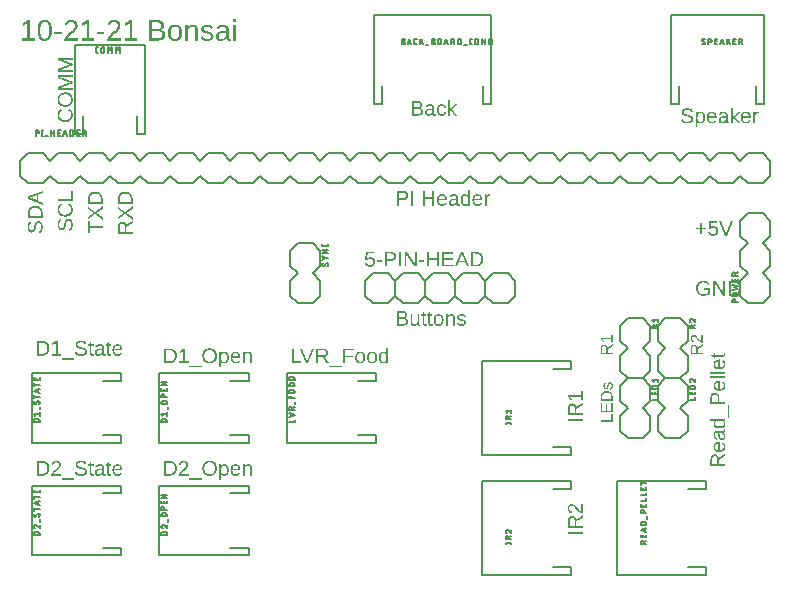
<source format=gbr>
G04 EAGLE Gerber RS-274X export*
G75*
%MOMM*%
%FSLAX34Y34*%
%LPD*%
%INSilkscreen Top*%
%IPPOS*%
%AMOC8*
5,1,8,0,0,1.08239X$1,22.5*%
G01*
G04 Define Apertures*
%ADD10C,0.152400*%
%ADD11C,0.203200*%
%ADD12C,0.127000*%
G36*
X31487Y196850D02*
X26871Y196850D01*
X26871Y209191D01*
X30953Y209191D01*
X31339Y209185D01*
X31714Y209166D01*
X32078Y209136D01*
X32431Y209093D01*
X32773Y209037D01*
X33103Y208970D01*
X33422Y208890D01*
X33730Y208798D01*
X34027Y208693D01*
X34313Y208577D01*
X34587Y208448D01*
X34851Y208306D01*
X35103Y208153D01*
X35344Y207987D01*
X35573Y207809D01*
X35792Y207619D01*
X35998Y207417D01*
X36191Y207205D01*
X36371Y206982D01*
X36537Y206750D01*
X36690Y206506D01*
X36830Y206253D01*
X36957Y205989D01*
X37070Y205715D01*
X37169Y205430D01*
X37256Y205135D01*
X37329Y204830D01*
X37389Y204514D01*
X37436Y204188D01*
X37469Y203851D01*
X37489Y203505D01*
X37496Y203147D01*
X37484Y202678D01*
X37449Y202223D01*
X37391Y201782D01*
X37309Y201357D01*
X37205Y200947D01*
X37077Y200552D01*
X36926Y200171D01*
X36751Y199806D01*
X36555Y199458D01*
X36340Y199132D01*
X36105Y198826D01*
X35851Y198541D01*
X35578Y198278D01*
X35285Y198035D01*
X34972Y197813D01*
X34640Y197612D01*
X34292Y197433D01*
X33931Y197279D01*
X33556Y197148D01*
X33169Y197040D01*
X32768Y196957D01*
X32354Y196898D01*
X31927Y196862D01*
X31487Y196850D01*
G37*
%LPC*%
G36*
X31295Y198190D02*
X31629Y198199D01*
X31953Y198227D01*
X32266Y198274D01*
X32570Y198339D01*
X32863Y198423D01*
X33146Y198525D01*
X33419Y198646D01*
X33681Y198786D01*
X33931Y198943D01*
X34166Y199116D01*
X34386Y199306D01*
X34591Y199513D01*
X34781Y199735D01*
X34956Y199975D01*
X35117Y200230D01*
X35262Y200502D01*
X35391Y200789D01*
X35504Y201088D01*
X35598Y201400D01*
X35676Y201724D01*
X35736Y202061D01*
X35779Y202411D01*
X35805Y202773D01*
X35814Y203147D01*
X35794Y203704D01*
X35735Y204227D01*
X35637Y204715D01*
X35500Y205170D01*
X35323Y205590D01*
X35107Y205976D01*
X34852Y206328D01*
X34557Y206646D01*
X34225Y206929D01*
X33858Y207173D01*
X33456Y207380D01*
X33019Y207550D01*
X32546Y207681D01*
X32039Y207775D01*
X31496Y207832D01*
X30918Y207851D01*
X28544Y207851D01*
X28544Y198190D01*
X31295Y198190D01*
G37*
%LPD*%
G36*
X78870Y196675D02*
X78524Y196687D01*
X78200Y196722D01*
X77899Y196781D01*
X77620Y196863D01*
X77362Y196969D01*
X77127Y197099D01*
X76915Y197252D01*
X76724Y197428D01*
X76556Y197625D01*
X76410Y197840D01*
X76286Y198072D01*
X76185Y198321D01*
X76107Y198589D01*
X76051Y198873D01*
X76017Y199175D01*
X76006Y199495D01*
X76021Y199852D01*
X76066Y200188D01*
X76142Y200503D01*
X76248Y200796D01*
X76384Y201068D01*
X76550Y201318D01*
X76747Y201547D01*
X76974Y201755D01*
X77234Y201940D01*
X77532Y202103D01*
X77866Y202243D01*
X78238Y202359D01*
X78647Y202453D01*
X79093Y202523D01*
X79576Y202571D01*
X80096Y202596D01*
X82224Y202631D01*
X82224Y203147D01*
X82217Y203426D01*
X82194Y203684D01*
X82155Y203922D01*
X82102Y204139D01*
X82033Y204336D01*
X81948Y204512D01*
X81849Y204668D01*
X81734Y204803D01*
X81602Y204920D01*
X81454Y205021D01*
X81287Y205107D01*
X81103Y205177D01*
X80902Y205232D01*
X80683Y205271D01*
X80446Y205294D01*
X80192Y205302D01*
X79699Y205280D01*
X79479Y205251D01*
X79277Y205212D01*
X79093Y205162D01*
X78928Y205100D01*
X78780Y205027D01*
X78651Y204943D01*
X78536Y204846D01*
X78434Y204737D01*
X78344Y204613D01*
X78265Y204477D01*
X78199Y204326D01*
X78145Y204163D01*
X78103Y203986D01*
X78073Y203796D01*
X76426Y203944D01*
X76488Y204254D01*
X76574Y204544D01*
X76683Y204814D01*
X76815Y205063D01*
X76970Y205293D01*
X77150Y205503D01*
X77352Y205693D01*
X77578Y205863D01*
X77827Y206012D01*
X78100Y206142D01*
X78396Y206252D01*
X78715Y206342D01*
X79058Y206412D01*
X79425Y206462D01*
X79814Y206492D01*
X80227Y206502D01*
X80660Y206489D01*
X81065Y206451D01*
X81443Y206387D01*
X81793Y206297D01*
X82115Y206182D01*
X82410Y206041D01*
X82677Y205875D01*
X82916Y205683D01*
X83128Y205467D01*
X83311Y205228D01*
X83466Y204966D01*
X83593Y204681D01*
X83692Y204374D01*
X83762Y204043D01*
X83804Y203690D01*
X83818Y203314D01*
X83818Y199232D01*
X83830Y198904D01*
X83864Y198618D01*
X83922Y198376D01*
X84002Y198177D01*
X84115Y198022D01*
X84269Y197911D01*
X84465Y197844D01*
X84703Y197822D01*
X84946Y197838D01*
X85220Y197884D01*
X85220Y196903D01*
X84920Y196841D01*
X84618Y196797D01*
X84312Y196771D01*
X84002Y196762D01*
X83791Y196770D01*
X83594Y196791D01*
X83413Y196827D01*
X83246Y196877D01*
X83094Y196942D01*
X82957Y197021D01*
X82835Y197114D01*
X82728Y197222D01*
X82634Y197345D01*
X82550Y197485D01*
X82478Y197640D01*
X82416Y197812D01*
X82365Y198001D01*
X82325Y198205D01*
X82277Y198663D01*
X82224Y198663D01*
X81910Y198160D01*
X81743Y197938D01*
X81571Y197736D01*
X81392Y197553D01*
X81207Y197391D01*
X81016Y197249D01*
X80819Y197126D01*
X80613Y197020D01*
X80396Y196929D01*
X80169Y196851D01*
X79931Y196788D01*
X79682Y196738D01*
X79422Y196703D01*
X79151Y196682D01*
X78870Y196675D01*
G37*
%LPC*%
G36*
X79229Y197857D02*
X79443Y197863D01*
X79650Y197882D01*
X80048Y197956D01*
X80421Y198079D01*
X80770Y198251D01*
X81090Y198467D01*
X81374Y198719D01*
X81622Y199008D01*
X81835Y199333D01*
X82005Y199679D01*
X82127Y200030D01*
X82200Y200387D01*
X82224Y200748D01*
X82224Y201527D01*
X80499Y201492D01*
X79976Y201471D01*
X79521Y201426D01*
X79133Y201357D01*
X78813Y201264D01*
X78543Y201145D01*
X78306Y200997D01*
X78103Y200821D01*
X77933Y200616D01*
X77799Y200380D01*
X77703Y200110D01*
X77645Y199807D01*
X77626Y199469D01*
X77633Y199282D01*
X77652Y199105D01*
X77685Y198940D01*
X77730Y198786D01*
X77789Y198642D01*
X77860Y198510D01*
X77945Y198388D01*
X78042Y198278D01*
X78152Y198179D01*
X78272Y198094D01*
X78404Y198021D01*
X78547Y197962D01*
X78701Y197916D01*
X78866Y197884D01*
X79042Y197864D01*
X79229Y197857D01*
G37*
%LPD*%
G36*
X95244Y196675D02*
X94734Y196694D01*
X94255Y196753D01*
X93808Y196851D01*
X93392Y196988D01*
X93008Y197164D01*
X92655Y197379D01*
X92333Y197634D01*
X92042Y197927D01*
X91785Y198259D01*
X91562Y198630D01*
X91373Y199038D01*
X91218Y199484D01*
X91098Y199968D01*
X91012Y200491D01*
X90960Y201051D01*
X90943Y201650D01*
X90960Y202219D01*
X91012Y202755D01*
X91098Y203256D01*
X91218Y203723D01*
X91373Y204156D01*
X91562Y204555D01*
X91785Y204919D01*
X92042Y205249D01*
X92332Y205543D01*
X92651Y205797D01*
X92999Y206013D01*
X93377Y206189D01*
X93784Y206326D01*
X94221Y206424D01*
X94687Y206482D01*
X95182Y206502D01*
X95688Y206482D01*
X96162Y206423D01*
X96602Y206325D01*
X97010Y206187D01*
X97386Y206010D01*
X97728Y205794D01*
X98038Y205538D01*
X98316Y205243D01*
X98561Y204908D01*
X98773Y204535D01*
X98952Y204122D01*
X99099Y203669D01*
X99213Y203177D01*
X99295Y202646D01*
X99344Y202076D01*
X99360Y201466D01*
X99360Y201256D01*
X92599Y201256D01*
X92609Y200860D01*
X92641Y200488D01*
X92693Y200138D01*
X92767Y199813D01*
X92862Y199510D01*
X92978Y199231D01*
X93115Y198975D01*
X93273Y198742D01*
X93451Y198535D01*
X93649Y198355D01*
X93866Y198203D01*
X94103Y198078D01*
X94359Y197982D01*
X94634Y197913D01*
X94929Y197871D01*
X95244Y197857D01*
X95494Y197864D01*
X95731Y197883D01*
X95955Y197915D01*
X96167Y197960D01*
X96366Y198018D01*
X96552Y198089D01*
X96725Y198172D01*
X96886Y198269D01*
X97170Y198488D01*
X97404Y198735D01*
X97588Y199010D01*
X97722Y199311D01*
X99106Y198917D01*
X98992Y198646D01*
X98860Y198392D01*
X98712Y198155D01*
X98546Y197936D01*
X98364Y197735D01*
X98165Y197551D01*
X97949Y197384D01*
X97716Y197235D01*
X97466Y197104D01*
X97199Y196990D01*
X96916Y196894D01*
X96615Y196815D01*
X96297Y196754D01*
X95963Y196710D01*
X95612Y196684D01*
X95244Y196675D01*
G37*
%LPC*%
G36*
X97731Y202464D02*
X97690Y202826D01*
X97634Y203162D01*
X97562Y203474D01*
X97475Y203759D01*
X97372Y204020D01*
X97253Y204255D01*
X97119Y204465D01*
X96969Y204649D01*
X96803Y204811D01*
X96619Y204950D01*
X96419Y205068D01*
X96201Y205165D01*
X95965Y205240D01*
X95713Y205294D01*
X95443Y205326D01*
X95156Y205337D01*
X94877Y205325D01*
X94612Y205289D01*
X94363Y205229D01*
X94128Y205145D01*
X93908Y205038D01*
X93704Y204906D01*
X93514Y204750D01*
X93339Y204571D01*
X93181Y204370D01*
X93042Y204152D01*
X92923Y203915D01*
X92823Y203661D01*
X92742Y203389D01*
X92681Y203098D01*
X92639Y202790D01*
X92616Y202464D01*
X97731Y202464D01*
G37*
%LPD*%
G36*
X64350Y196675D02*
X63801Y196687D01*
X63281Y196724D01*
X62791Y196785D01*
X62331Y196871D01*
X61901Y196981D01*
X61500Y197116D01*
X61129Y197275D01*
X60787Y197459D01*
X60475Y197667D01*
X60193Y197900D01*
X59940Y198157D01*
X59717Y198439D01*
X59523Y198745D01*
X59360Y199075D01*
X59225Y199431D01*
X59121Y199810D01*
X60741Y200134D01*
X60821Y199866D01*
X60921Y199615D01*
X61040Y199383D01*
X61179Y199170D01*
X61338Y198975D01*
X61516Y198799D01*
X61714Y198641D01*
X61932Y198501D01*
X62170Y198379D01*
X62429Y198273D01*
X62708Y198183D01*
X63007Y198110D01*
X63327Y198053D01*
X63668Y198012D01*
X64029Y197988D01*
X64411Y197980D01*
X64804Y197989D01*
X65175Y198015D01*
X65522Y198058D01*
X65846Y198119D01*
X66147Y198197D01*
X66425Y198293D01*
X66680Y198406D01*
X66912Y198536D01*
X67118Y198683D01*
X67297Y198847D01*
X67448Y199026D01*
X67572Y199222D01*
X67668Y199435D01*
X67737Y199663D01*
X67778Y199908D01*
X67792Y200169D01*
X67775Y200457D01*
X67723Y200717D01*
X67637Y200948D01*
X67516Y201150D01*
X67364Y201331D01*
X67184Y201494D01*
X66976Y201641D01*
X66741Y201772D01*
X66479Y201890D01*
X66193Y201998D01*
X65883Y202096D01*
X65550Y202184D01*
X64017Y202543D01*
X63330Y202705D01*
X62730Y202867D01*
X62219Y203029D01*
X61797Y203191D01*
X61438Y203358D01*
X61119Y203534D01*
X60840Y203719D01*
X60601Y203914D01*
X60395Y204122D01*
X60215Y204346D01*
X60060Y204588D01*
X59931Y204847D01*
X59829Y205124D01*
X59757Y205420D01*
X59713Y205737D01*
X59699Y206073D01*
X59718Y206458D01*
X59775Y206820D01*
X59869Y207159D01*
X60002Y207476D01*
X60173Y207770D01*
X60381Y208042D01*
X60628Y208290D01*
X60912Y208516D01*
X61232Y208718D01*
X61584Y208892D01*
X61969Y209039D01*
X62387Y209160D01*
X62837Y209254D01*
X63320Y209321D01*
X63836Y209361D01*
X64385Y209375D01*
X64895Y209365D01*
X65374Y209334D01*
X65822Y209284D01*
X66239Y209214D01*
X66626Y209123D01*
X66981Y209013D01*
X67306Y208882D01*
X67599Y208731D01*
X67867Y208556D01*
X68114Y208352D01*
X68340Y208121D01*
X68545Y207861D01*
X68729Y207572D01*
X68893Y207255D01*
X69036Y206910D01*
X69158Y206537D01*
X67511Y206248D01*
X67436Y206485D01*
X67345Y206705D01*
X67239Y206908D01*
X67117Y207094D01*
X66980Y207264D01*
X66828Y207416D01*
X66661Y207552D01*
X66478Y207671D01*
X66278Y207775D01*
X66060Y207865D01*
X65824Y207941D01*
X65569Y208003D01*
X65296Y208051D01*
X65005Y208086D01*
X64695Y208107D01*
X64367Y208113D01*
X64008Y208106D01*
X63671Y208083D01*
X63356Y208045D01*
X63062Y207991D01*
X62791Y207922D01*
X62541Y207838D01*
X62313Y207738D01*
X62107Y207623D01*
X61925Y207493D01*
X61766Y207348D01*
X61632Y207187D01*
X61523Y207012D01*
X61438Y206822D01*
X61377Y206616D01*
X61340Y206396D01*
X61328Y206160D01*
X61347Y205888D01*
X61403Y205640D01*
X61498Y205417D01*
X61630Y205219D01*
X61798Y205040D01*
X61999Y204875D01*
X62234Y204724D01*
X62502Y204588D01*
X62857Y204452D01*
X63353Y204300D01*
X63991Y204134D01*
X64770Y203953D01*
X65904Y203686D01*
X66457Y203537D01*
X66986Y203362D01*
X67486Y203157D01*
X67954Y202920D01*
X68172Y202786D01*
X68375Y202637D01*
X68564Y202475D01*
X68738Y202298D01*
X68895Y202106D01*
X69034Y201897D01*
X69156Y201672D01*
X69259Y201431D01*
X69341Y201170D01*
X69400Y200888D01*
X69435Y200583D01*
X69447Y200257D01*
X69426Y199842D01*
X69364Y199451D01*
X69259Y199085D01*
X69113Y198742D01*
X68925Y198423D01*
X68696Y198129D01*
X68424Y197858D01*
X68111Y197612D01*
X67760Y197392D01*
X67375Y197202D01*
X66956Y197041D01*
X66503Y196909D01*
X66016Y196807D01*
X65495Y196733D01*
X64939Y196690D01*
X64350Y196675D01*
G37*
G36*
X47469Y196850D02*
X39735Y196850D01*
X39735Y198190D01*
X42879Y198190D01*
X42879Y207684D01*
X40094Y205696D01*
X40094Y207185D01*
X43011Y209191D01*
X44465Y209191D01*
X44465Y198190D01*
X47469Y198190D01*
X47469Y196850D01*
G37*
G36*
X73533Y196710D02*
X73304Y196718D01*
X73090Y196743D01*
X72890Y196785D01*
X72705Y196844D01*
X72536Y196919D01*
X72380Y197012D01*
X72240Y197121D01*
X72114Y197246D01*
X72003Y197389D01*
X71907Y197548D01*
X71826Y197724D01*
X71760Y197917D01*
X71708Y198126D01*
X71671Y198353D01*
X71649Y198596D01*
X71641Y198856D01*
X71641Y205179D01*
X70547Y205179D01*
X70547Y206327D01*
X71703Y206327D01*
X72167Y208446D01*
X73218Y208446D01*
X73218Y206327D01*
X74970Y206327D01*
X74970Y205179D01*
X73218Y205179D01*
X73218Y199197D01*
X73232Y198881D01*
X73274Y198616D01*
X73344Y198402D01*
X73441Y198238D01*
X73573Y198118D01*
X73747Y198031D01*
X73961Y197980D01*
X74216Y197962D01*
X74602Y197993D01*
X75127Y198085D01*
X75127Y196920D01*
X74735Y196828D01*
X74339Y196762D01*
X73938Y196723D01*
X73533Y196710D01*
G37*
G36*
X88471Y196710D02*
X88242Y196718D01*
X88027Y196743D01*
X87828Y196785D01*
X87643Y196844D01*
X87473Y196919D01*
X87318Y197012D01*
X87177Y197121D01*
X87052Y197246D01*
X86941Y197389D01*
X86845Y197548D01*
X86764Y197724D01*
X86697Y197917D01*
X86645Y198126D01*
X86608Y198353D01*
X86586Y198596D01*
X86579Y198856D01*
X86579Y205179D01*
X85484Y205179D01*
X85484Y206327D01*
X86640Y206327D01*
X87104Y208446D01*
X88155Y208446D01*
X88155Y206327D01*
X89907Y206327D01*
X89907Y205179D01*
X88155Y205179D01*
X88155Y199197D01*
X88169Y198881D01*
X88211Y198616D01*
X88281Y198402D01*
X88379Y198238D01*
X88511Y198118D01*
X88684Y198031D01*
X88898Y197980D01*
X89154Y197962D01*
X89539Y197993D01*
X90065Y198085D01*
X90065Y196920D01*
X89673Y196828D01*
X89276Y196762D01*
X88876Y196723D01*
X88471Y196710D01*
G37*
G36*
X58515Y193285D02*
X48066Y193285D01*
X48066Y194424D01*
X58515Y194424D01*
X58515Y193285D01*
G37*
G36*
X31487Y95250D02*
X26871Y95250D01*
X26871Y107591D01*
X30953Y107591D01*
X31339Y107585D01*
X31714Y107566D01*
X32078Y107536D01*
X32431Y107493D01*
X32773Y107437D01*
X33103Y107370D01*
X33422Y107290D01*
X33730Y107198D01*
X34027Y107093D01*
X34313Y106977D01*
X34587Y106848D01*
X34851Y106706D01*
X35103Y106553D01*
X35344Y106387D01*
X35573Y106209D01*
X35792Y106019D01*
X35998Y105817D01*
X36191Y105605D01*
X36371Y105382D01*
X36537Y105150D01*
X36690Y104906D01*
X36830Y104653D01*
X36957Y104389D01*
X37070Y104115D01*
X37169Y103830D01*
X37256Y103535D01*
X37329Y103230D01*
X37389Y102914D01*
X37436Y102588D01*
X37469Y102251D01*
X37489Y101905D01*
X37496Y101547D01*
X37484Y101078D01*
X37449Y100623D01*
X37391Y100182D01*
X37309Y99757D01*
X37205Y99347D01*
X37077Y98952D01*
X36926Y98571D01*
X36751Y98206D01*
X36555Y97858D01*
X36340Y97532D01*
X36105Y97226D01*
X35851Y96941D01*
X35578Y96678D01*
X35285Y96435D01*
X34972Y96213D01*
X34640Y96012D01*
X34292Y95833D01*
X33931Y95679D01*
X33556Y95548D01*
X33169Y95440D01*
X32768Y95357D01*
X32354Y95298D01*
X31927Y95262D01*
X31487Y95250D01*
G37*
%LPC*%
G36*
X31295Y96590D02*
X31629Y96599D01*
X31953Y96627D01*
X32266Y96674D01*
X32570Y96739D01*
X32863Y96823D01*
X33146Y96925D01*
X33419Y97046D01*
X33681Y97186D01*
X33931Y97343D01*
X34166Y97516D01*
X34386Y97706D01*
X34591Y97913D01*
X34781Y98135D01*
X34956Y98375D01*
X35117Y98630D01*
X35262Y98902D01*
X35391Y99189D01*
X35504Y99488D01*
X35598Y99800D01*
X35676Y100124D01*
X35736Y100461D01*
X35779Y100811D01*
X35805Y101173D01*
X35814Y101547D01*
X35794Y102104D01*
X35735Y102627D01*
X35637Y103115D01*
X35500Y103570D01*
X35323Y103990D01*
X35107Y104376D01*
X34852Y104728D01*
X34557Y105046D01*
X34225Y105329D01*
X33858Y105573D01*
X33456Y105780D01*
X33019Y105950D01*
X32546Y106081D01*
X32039Y106175D01*
X31496Y106232D01*
X30918Y106251D01*
X28544Y106251D01*
X28544Y96590D01*
X31295Y96590D01*
G37*
%LPD*%
G36*
X78870Y95075D02*
X78524Y95087D01*
X78200Y95122D01*
X77899Y95181D01*
X77620Y95263D01*
X77362Y95369D01*
X77127Y95499D01*
X76915Y95652D01*
X76724Y95828D01*
X76556Y96025D01*
X76410Y96240D01*
X76286Y96472D01*
X76185Y96721D01*
X76107Y96989D01*
X76051Y97273D01*
X76017Y97575D01*
X76006Y97895D01*
X76021Y98252D01*
X76066Y98588D01*
X76142Y98903D01*
X76248Y99196D01*
X76384Y99468D01*
X76550Y99718D01*
X76747Y99947D01*
X76974Y100155D01*
X77234Y100340D01*
X77532Y100503D01*
X77866Y100643D01*
X78238Y100759D01*
X78647Y100853D01*
X79093Y100923D01*
X79576Y100971D01*
X80096Y100996D01*
X82224Y101031D01*
X82224Y101547D01*
X82217Y101826D01*
X82194Y102084D01*
X82155Y102322D01*
X82102Y102539D01*
X82033Y102736D01*
X81948Y102912D01*
X81849Y103068D01*
X81734Y103203D01*
X81602Y103320D01*
X81454Y103421D01*
X81287Y103507D01*
X81103Y103577D01*
X80902Y103632D01*
X80683Y103671D01*
X80446Y103694D01*
X80192Y103702D01*
X79699Y103680D01*
X79479Y103651D01*
X79277Y103612D01*
X79093Y103562D01*
X78928Y103500D01*
X78780Y103427D01*
X78651Y103343D01*
X78536Y103246D01*
X78434Y103137D01*
X78344Y103013D01*
X78265Y102877D01*
X78199Y102726D01*
X78145Y102563D01*
X78103Y102386D01*
X78073Y102196D01*
X76426Y102344D01*
X76488Y102654D01*
X76574Y102944D01*
X76683Y103214D01*
X76815Y103463D01*
X76970Y103693D01*
X77150Y103903D01*
X77352Y104093D01*
X77578Y104263D01*
X77827Y104412D01*
X78100Y104542D01*
X78396Y104652D01*
X78715Y104742D01*
X79058Y104812D01*
X79425Y104862D01*
X79814Y104892D01*
X80227Y104902D01*
X80660Y104889D01*
X81065Y104851D01*
X81443Y104787D01*
X81793Y104697D01*
X82115Y104582D01*
X82410Y104441D01*
X82677Y104275D01*
X82916Y104083D01*
X83128Y103867D01*
X83311Y103628D01*
X83466Y103366D01*
X83593Y103081D01*
X83692Y102774D01*
X83762Y102443D01*
X83804Y102090D01*
X83818Y101714D01*
X83818Y97632D01*
X83830Y97304D01*
X83864Y97018D01*
X83922Y96776D01*
X84002Y96577D01*
X84115Y96422D01*
X84269Y96311D01*
X84465Y96244D01*
X84703Y96222D01*
X84946Y96238D01*
X85220Y96284D01*
X85220Y95303D01*
X84920Y95241D01*
X84618Y95197D01*
X84312Y95171D01*
X84002Y95162D01*
X83791Y95170D01*
X83594Y95191D01*
X83413Y95227D01*
X83246Y95277D01*
X83094Y95342D01*
X82957Y95421D01*
X82835Y95514D01*
X82728Y95622D01*
X82634Y95745D01*
X82550Y95885D01*
X82478Y96040D01*
X82416Y96212D01*
X82365Y96401D01*
X82325Y96605D01*
X82277Y97063D01*
X82224Y97063D01*
X81910Y96560D01*
X81743Y96338D01*
X81571Y96136D01*
X81392Y95953D01*
X81207Y95791D01*
X81016Y95649D01*
X80819Y95526D01*
X80613Y95420D01*
X80396Y95329D01*
X80169Y95251D01*
X79931Y95188D01*
X79682Y95138D01*
X79422Y95103D01*
X79151Y95082D01*
X78870Y95075D01*
G37*
%LPC*%
G36*
X79229Y96257D02*
X79443Y96263D01*
X79650Y96282D01*
X80048Y96356D01*
X80421Y96479D01*
X80770Y96651D01*
X81090Y96867D01*
X81374Y97119D01*
X81622Y97408D01*
X81835Y97733D01*
X82005Y98079D01*
X82127Y98430D01*
X82200Y98787D01*
X82224Y99148D01*
X82224Y99927D01*
X80499Y99892D01*
X79976Y99871D01*
X79521Y99826D01*
X79133Y99757D01*
X78813Y99664D01*
X78543Y99545D01*
X78306Y99397D01*
X78103Y99221D01*
X77933Y99016D01*
X77799Y98780D01*
X77703Y98510D01*
X77645Y98207D01*
X77626Y97869D01*
X77633Y97682D01*
X77652Y97505D01*
X77685Y97340D01*
X77730Y97186D01*
X77789Y97042D01*
X77860Y96910D01*
X77945Y96788D01*
X78042Y96678D01*
X78152Y96579D01*
X78272Y96494D01*
X78404Y96421D01*
X78547Y96362D01*
X78701Y96316D01*
X78866Y96284D01*
X79042Y96264D01*
X79229Y96257D01*
G37*
%LPD*%
G36*
X95244Y95075D02*
X94734Y95094D01*
X94255Y95153D01*
X93808Y95251D01*
X93392Y95388D01*
X93008Y95564D01*
X92655Y95779D01*
X92333Y96034D01*
X92042Y96327D01*
X91785Y96659D01*
X91562Y97030D01*
X91373Y97438D01*
X91218Y97884D01*
X91098Y98368D01*
X91012Y98891D01*
X90960Y99451D01*
X90943Y100050D01*
X90960Y100619D01*
X91012Y101155D01*
X91098Y101656D01*
X91218Y102123D01*
X91373Y102556D01*
X91562Y102955D01*
X91785Y103319D01*
X92042Y103649D01*
X92332Y103943D01*
X92651Y104197D01*
X92999Y104413D01*
X93377Y104589D01*
X93784Y104726D01*
X94221Y104824D01*
X94687Y104882D01*
X95182Y104902D01*
X95688Y104882D01*
X96162Y104823D01*
X96602Y104725D01*
X97010Y104587D01*
X97386Y104410D01*
X97728Y104194D01*
X98038Y103938D01*
X98316Y103643D01*
X98561Y103308D01*
X98773Y102935D01*
X98952Y102522D01*
X99099Y102069D01*
X99213Y101577D01*
X99295Y101046D01*
X99344Y100476D01*
X99360Y99866D01*
X99360Y99656D01*
X92599Y99656D01*
X92609Y99260D01*
X92641Y98888D01*
X92693Y98538D01*
X92767Y98213D01*
X92862Y97910D01*
X92978Y97631D01*
X93115Y97375D01*
X93273Y97142D01*
X93451Y96935D01*
X93649Y96755D01*
X93866Y96603D01*
X94103Y96478D01*
X94359Y96382D01*
X94634Y96313D01*
X94929Y96271D01*
X95244Y96257D01*
X95494Y96264D01*
X95731Y96283D01*
X95955Y96315D01*
X96167Y96360D01*
X96366Y96418D01*
X96552Y96489D01*
X96725Y96572D01*
X96886Y96669D01*
X97170Y96888D01*
X97404Y97135D01*
X97588Y97410D01*
X97722Y97711D01*
X99106Y97317D01*
X98992Y97046D01*
X98860Y96792D01*
X98712Y96555D01*
X98546Y96336D01*
X98364Y96135D01*
X98165Y95951D01*
X97949Y95784D01*
X97716Y95635D01*
X97466Y95504D01*
X97199Y95390D01*
X96916Y95294D01*
X96615Y95215D01*
X96297Y95154D01*
X95963Y95110D01*
X95612Y95084D01*
X95244Y95075D01*
G37*
%LPC*%
G36*
X97731Y100864D02*
X97690Y101226D01*
X97634Y101562D01*
X97562Y101874D01*
X97475Y102159D01*
X97372Y102420D01*
X97253Y102655D01*
X97119Y102865D01*
X96969Y103049D01*
X96803Y103211D01*
X96619Y103350D01*
X96419Y103468D01*
X96201Y103565D01*
X95965Y103640D01*
X95713Y103694D01*
X95443Y103726D01*
X95156Y103737D01*
X94877Y103725D01*
X94612Y103689D01*
X94363Y103629D01*
X94128Y103545D01*
X93908Y103438D01*
X93704Y103306D01*
X93514Y103150D01*
X93339Y102971D01*
X93181Y102770D01*
X93042Y102552D01*
X92923Y102315D01*
X92823Y102061D01*
X92742Y101789D01*
X92681Y101498D01*
X92639Y101190D01*
X92616Y100864D01*
X97731Y100864D01*
G37*
%LPD*%
G36*
X64350Y95075D02*
X63801Y95087D01*
X63281Y95124D01*
X62791Y95185D01*
X62331Y95271D01*
X61901Y95381D01*
X61500Y95516D01*
X61129Y95675D01*
X60787Y95859D01*
X60475Y96067D01*
X60193Y96300D01*
X59940Y96557D01*
X59717Y96839D01*
X59523Y97145D01*
X59360Y97475D01*
X59225Y97831D01*
X59121Y98210D01*
X60741Y98534D01*
X60821Y98266D01*
X60921Y98015D01*
X61040Y97783D01*
X61179Y97570D01*
X61338Y97375D01*
X61516Y97199D01*
X61714Y97041D01*
X61932Y96901D01*
X62170Y96779D01*
X62429Y96673D01*
X62708Y96583D01*
X63007Y96510D01*
X63327Y96453D01*
X63668Y96412D01*
X64029Y96388D01*
X64411Y96380D01*
X64804Y96389D01*
X65175Y96415D01*
X65522Y96458D01*
X65846Y96519D01*
X66147Y96597D01*
X66425Y96693D01*
X66680Y96806D01*
X66912Y96936D01*
X67118Y97083D01*
X67297Y97247D01*
X67448Y97426D01*
X67572Y97622D01*
X67668Y97835D01*
X67737Y98063D01*
X67778Y98308D01*
X67792Y98569D01*
X67775Y98857D01*
X67723Y99117D01*
X67637Y99348D01*
X67516Y99550D01*
X67364Y99731D01*
X67184Y99894D01*
X66976Y100041D01*
X66741Y100172D01*
X66479Y100290D01*
X66193Y100398D01*
X65883Y100496D01*
X65550Y100584D01*
X64017Y100943D01*
X63330Y101105D01*
X62730Y101267D01*
X62219Y101429D01*
X61797Y101591D01*
X61438Y101758D01*
X61119Y101934D01*
X60840Y102119D01*
X60601Y102314D01*
X60395Y102522D01*
X60215Y102746D01*
X60060Y102988D01*
X59931Y103247D01*
X59829Y103524D01*
X59757Y103820D01*
X59713Y104137D01*
X59699Y104473D01*
X59718Y104858D01*
X59775Y105220D01*
X59869Y105559D01*
X60002Y105876D01*
X60173Y106170D01*
X60381Y106442D01*
X60628Y106690D01*
X60912Y106916D01*
X61232Y107118D01*
X61584Y107292D01*
X61969Y107439D01*
X62387Y107560D01*
X62837Y107654D01*
X63320Y107721D01*
X63836Y107761D01*
X64385Y107775D01*
X64895Y107765D01*
X65374Y107734D01*
X65822Y107684D01*
X66239Y107614D01*
X66626Y107523D01*
X66981Y107413D01*
X67306Y107282D01*
X67599Y107131D01*
X67867Y106956D01*
X68114Y106752D01*
X68340Y106521D01*
X68545Y106261D01*
X68729Y105972D01*
X68893Y105655D01*
X69036Y105310D01*
X69158Y104937D01*
X67511Y104648D01*
X67436Y104885D01*
X67345Y105105D01*
X67239Y105308D01*
X67117Y105494D01*
X66980Y105664D01*
X66828Y105816D01*
X66661Y105952D01*
X66478Y106071D01*
X66278Y106175D01*
X66060Y106265D01*
X65824Y106341D01*
X65569Y106403D01*
X65296Y106451D01*
X65005Y106486D01*
X64695Y106507D01*
X64367Y106513D01*
X64008Y106506D01*
X63671Y106483D01*
X63356Y106445D01*
X63062Y106391D01*
X62791Y106322D01*
X62541Y106238D01*
X62313Y106138D01*
X62107Y106023D01*
X61925Y105893D01*
X61766Y105748D01*
X61632Y105587D01*
X61523Y105412D01*
X61438Y105222D01*
X61377Y105016D01*
X61340Y104796D01*
X61328Y104560D01*
X61347Y104288D01*
X61403Y104040D01*
X61498Y103817D01*
X61630Y103619D01*
X61798Y103440D01*
X61999Y103275D01*
X62234Y103124D01*
X62502Y102988D01*
X62857Y102852D01*
X63353Y102700D01*
X63991Y102534D01*
X64770Y102353D01*
X65904Y102086D01*
X66457Y101937D01*
X66986Y101762D01*
X67486Y101557D01*
X67954Y101320D01*
X68172Y101186D01*
X68375Y101037D01*
X68564Y100875D01*
X68738Y100698D01*
X68895Y100506D01*
X69034Y100297D01*
X69156Y100072D01*
X69259Y99831D01*
X69341Y99570D01*
X69400Y99288D01*
X69435Y98983D01*
X69447Y98657D01*
X69426Y98242D01*
X69364Y97851D01*
X69259Y97485D01*
X69113Y97142D01*
X68925Y96823D01*
X68696Y96529D01*
X68424Y96258D01*
X68111Y96012D01*
X67760Y95792D01*
X67375Y95602D01*
X66956Y95441D01*
X66503Y95309D01*
X66016Y95207D01*
X65495Y95133D01*
X64939Y95090D01*
X64350Y95075D01*
G37*
G36*
X47443Y95250D02*
X39271Y95250D01*
X39271Y96362D01*
X39507Y96860D01*
X39767Y97327D01*
X40052Y97764D01*
X40361Y98171D01*
X40687Y98554D01*
X41021Y98918D01*
X41364Y99263D01*
X41715Y99590D01*
X42421Y100202D01*
X43120Y100768D01*
X43783Y101311D01*
X44377Y101854D01*
X44644Y102129D01*
X44884Y102410D01*
X45097Y102698D01*
X45284Y102993D01*
X45435Y103300D01*
X45543Y103628D01*
X45608Y103975D01*
X45630Y104341D01*
X45620Y104588D01*
X45592Y104821D01*
X45546Y105039D01*
X45481Y105243D01*
X45397Y105433D01*
X45295Y105609D01*
X45174Y105771D01*
X45034Y105918D01*
X44878Y106049D01*
X44707Y106163D01*
X44522Y106259D01*
X44322Y106338D01*
X44108Y106400D01*
X43880Y106443D01*
X43636Y106470D01*
X43379Y106478D01*
X43132Y106470D01*
X42897Y106444D01*
X42673Y106401D01*
X42460Y106342D01*
X42258Y106265D01*
X42067Y106171D01*
X41888Y106059D01*
X41719Y105931D01*
X41564Y105787D01*
X41426Y105630D01*
X41305Y105458D01*
X41201Y105273D01*
X41114Y105074D01*
X41043Y104861D01*
X40989Y104634D01*
X40953Y104394D01*
X39341Y104543D01*
X39399Y104903D01*
X39485Y105245D01*
X39600Y105568D01*
X39743Y105872D01*
X39914Y106157D01*
X40114Y106423D01*
X40342Y106670D01*
X40598Y106899D01*
X40878Y107104D01*
X41177Y107282D01*
X41496Y107433D01*
X41834Y107556D01*
X42191Y107652D01*
X42568Y107720D01*
X42963Y107761D01*
X43379Y107775D01*
X43832Y107761D01*
X44258Y107720D01*
X44656Y107651D01*
X45029Y107555D01*
X45374Y107431D01*
X45692Y107280D01*
X45983Y107101D01*
X46247Y106894D01*
X46482Y106663D01*
X46686Y106408D01*
X46858Y106130D01*
X46999Y105829D01*
X47109Y105505D01*
X47187Y105158D01*
X47234Y104787D01*
X47250Y104394D01*
X47229Y104035D01*
X47168Y103678D01*
X47065Y103322D01*
X46921Y102966D01*
X46737Y102612D01*
X46513Y102257D01*
X46249Y101902D01*
X45945Y101547D01*
X45547Y101144D01*
X45001Y100643D01*
X44308Y100045D01*
X43466Y99349D01*
X42988Y98947D01*
X42562Y98566D01*
X42187Y98205D01*
X41863Y97864D01*
X41586Y97537D01*
X41351Y97215D01*
X41157Y96900D01*
X41005Y96590D01*
X47443Y96590D01*
X47443Y95250D01*
G37*
G36*
X73533Y95110D02*
X73304Y95118D01*
X73090Y95143D01*
X72890Y95185D01*
X72705Y95244D01*
X72536Y95319D01*
X72380Y95412D01*
X72240Y95521D01*
X72114Y95646D01*
X72003Y95789D01*
X71907Y95948D01*
X71826Y96124D01*
X71760Y96317D01*
X71708Y96526D01*
X71671Y96753D01*
X71649Y96996D01*
X71641Y97256D01*
X71641Y103579D01*
X70547Y103579D01*
X70547Y104727D01*
X71703Y104727D01*
X72167Y106846D01*
X73218Y106846D01*
X73218Y104727D01*
X74970Y104727D01*
X74970Y103579D01*
X73218Y103579D01*
X73218Y97597D01*
X73232Y97281D01*
X73274Y97016D01*
X73344Y96802D01*
X73441Y96638D01*
X73573Y96518D01*
X73747Y96431D01*
X73961Y96380D01*
X74216Y96362D01*
X74602Y96393D01*
X75127Y96485D01*
X75127Y95320D01*
X74735Y95228D01*
X74339Y95162D01*
X73938Y95123D01*
X73533Y95110D01*
G37*
G36*
X88471Y95110D02*
X88242Y95118D01*
X88027Y95143D01*
X87828Y95185D01*
X87643Y95244D01*
X87473Y95319D01*
X87318Y95412D01*
X87177Y95521D01*
X87052Y95646D01*
X86941Y95789D01*
X86845Y95948D01*
X86764Y96124D01*
X86697Y96317D01*
X86645Y96526D01*
X86608Y96753D01*
X86586Y96996D01*
X86579Y97256D01*
X86579Y103579D01*
X85484Y103579D01*
X85484Y104727D01*
X86640Y104727D01*
X87104Y106846D01*
X88155Y106846D01*
X88155Y104727D01*
X89907Y104727D01*
X89907Y103579D01*
X88155Y103579D01*
X88155Y97597D01*
X88169Y97281D01*
X88211Y97016D01*
X88281Y96802D01*
X88379Y96638D01*
X88511Y96518D01*
X88684Y96431D01*
X88898Y96380D01*
X89154Y96362D01*
X89539Y96393D01*
X90065Y96485D01*
X90065Y95320D01*
X89673Y95228D01*
X89276Y95162D01*
X88876Y95123D01*
X88471Y95110D01*
G37*
G36*
X58515Y91685D02*
X48066Y91685D01*
X48066Y92824D01*
X58515Y92824D01*
X58515Y91685D01*
G37*
G36*
X265038Y190500D02*
X263365Y190500D01*
X263365Y202841D01*
X269172Y202841D01*
X269678Y202826D01*
X270155Y202782D01*
X270602Y202710D01*
X271019Y202608D01*
X271407Y202476D01*
X271764Y202316D01*
X272092Y202127D01*
X272391Y201908D01*
X272657Y201663D01*
X272887Y201396D01*
X273082Y201106D01*
X273242Y200792D01*
X273366Y200456D01*
X273454Y200097D01*
X273507Y199716D01*
X273525Y199311D01*
X273513Y198974D01*
X273475Y198651D01*
X273412Y198341D01*
X273325Y198045D01*
X273212Y197763D01*
X273074Y197495D01*
X272912Y197240D01*
X272724Y196999D01*
X272514Y196775D01*
X272285Y196574D01*
X272037Y196393D01*
X271926Y196327D01*
X271770Y196235D01*
X271484Y196098D01*
X271179Y195982D01*
X270855Y195889D01*
X270512Y195816D01*
X272004Y193553D01*
X274016Y190500D01*
X272089Y190500D01*
X268883Y195624D01*
X265038Y195624D01*
X265038Y190500D01*
G37*
%LPC*%
G36*
X269076Y196946D02*
X269397Y196956D01*
X269700Y196985D01*
X269983Y197033D01*
X270248Y197101D01*
X270495Y197187D01*
X270722Y197294D01*
X270931Y197419D01*
X271121Y197564D01*
X271290Y197726D01*
X271437Y197903D01*
X271561Y198096D01*
X271663Y198305D01*
X271742Y198529D01*
X271798Y198768D01*
X271832Y199023D01*
X271843Y199294D01*
X271832Y199555D01*
X271798Y199800D01*
X271741Y200030D01*
X271661Y200243D01*
X271558Y200440D01*
X271432Y200621D01*
X271284Y200787D01*
X271112Y200936D01*
X270919Y201068D01*
X270706Y201183D01*
X270473Y201280D01*
X270220Y201360D01*
X269946Y201421D01*
X269653Y201465D01*
X269339Y201492D01*
X269006Y201501D01*
X265038Y201501D01*
X265038Y196946D01*
X269076Y196946D01*
G37*
%LPD*%
G36*
X319977Y190325D02*
X319543Y190344D01*
X319138Y190400D01*
X318764Y190495D01*
X318419Y190627D01*
X318103Y190797D01*
X317818Y191005D01*
X317562Y191250D01*
X317336Y191534D01*
X317138Y191855D01*
X316966Y192216D01*
X316821Y192615D01*
X316702Y193053D01*
X316610Y193530D01*
X316544Y194046D01*
X316504Y194601D01*
X316491Y195195D01*
X316504Y195795D01*
X316545Y196356D01*
X316613Y196879D01*
X316709Y197363D01*
X316831Y197809D01*
X316981Y198215D01*
X317158Y198583D01*
X317362Y198913D01*
X317594Y199203D01*
X317852Y199455D01*
X318138Y199668D01*
X318452Y199842D01*
X318792Y199978D01*
X319160Y200074D01*
X319555Y200133D01*
X319977Y200152D01*
X320240Y200146D01*
X320493Y200127D01*
X320734Y200096D01*
X320964Y200053D01*
X321183Y199998D01*
X321391Y199930D01*
X321587Y199850D01*
X321772Y199758D01*
X321947Y199652D01*
X322114Y199532D01*
X322271Y199397D01*
X322420Y199248D01*
X322692Y198905D01*
X322928Y198505D01*
X322946Y198505D01*
X322928Y199565D01*
X322928Y203498D01*
X324505Y203498D01*
X324505Y192453D01*
X324518Y191225D01*
X324534Y190799D01*
X324557Y190500D01*
X323051Y190500D01*
X323024Y190732D01*
X322994Y191148D01*
X322971Y191621D01*
X322963Y192024D01*
X322928Y192024D01*
X322692Y191601D01*
X322560Y191413D01*
X322419Y191242D01*
X322270Y191087D01*
X322111Y190948D01*
X321944Y190826D01*
X321768Y190719D01*
X321582Y190627D01*
X321385Y190547D01*
X321177Y190479D01*
X320959Y190423D01*
X320729Y190380D01*
X320489Y190349D01*
X320238Y190331D01*
X319977Y190325D01*
G37*
%LPC*%
G36*
X320380Y191542D02*
X320703Y191557D01*
X321004Y191600D01*
X321281Y191673D01*
X321536Y191774D01*
X321767Y191905D01*
X321976Y192064D01*
X322161Y192253D01*
X322304Y192444D01*
X322324Y192471D01*
X322466Y192719D01*
X322588Y192999D01*
X322692Y193311D01*
X322777Y193655D01*
X322843Y194031D01*
X322890Y194440D01*
X322919Y194880D01*
X322928Y195352D01*
X322919Y195807D01*
X322890Y196231D01*
X322843Y196623D01*
X322777Y196984D01*
X322692Y197313D01*
X322588Y197610D01*
X322466Y197876D01*
X322324Y198111D01*
X322162Y198316D01*
X321977Y198494D01*
X321770Y198645D01*
X321540Y198768D01*
X321288Y198864D01*
X321013Y198932D01*
X320716Y198973D01*
X320397Y198987D01*
X320110Y198973D01*
X319843Y198932D01*
X319597Y198863D01*
X319371Y198767D01*
X319166Y198643D01*
X318982Y198492D01*
X318819Y198313D01*
X318676Y198107D01*
X318552Y197870D01*
X318444Y197598D01*
X318353Y197292D01*
X318279Y196952D01*
X318221Y196577D01*
X318179Y196168D01*
X318154Y195725D01*
X318146Y195247D01*
X318154Y194768D01*
X318179Y194324D01*
X318220Y193915D01*
X318277Y193541D01*
X318351Y193203D01*
X318442Y192900D01*
X318548Y192633D01*
X318672Y192401D01*
X318813Y192199D01*
X318975Y192025D01*
X319158Y191878D01*
X319361Y191757D01*
X319585Y191663D01*
X319829Y191596D01*
X320094Y191556D01*
X320380Y191542D01*
G37*
%LPD*%
G36*
X300749Y190325D02*
X300246Y190345D01*
X299774Y190404D01*
X299335Y190503D01*
X298927Y190641D01*
X298551Y190819D01*
X298206Y191037D01*
X297894Y191294D01*
X297613Y191590D01*
X297365Y191924D01*
X297149Y192294D01*
X296967Y192698D01*
X296818Y193137D01*
X296702Y193612D01*
X296619Y194122D01*
X296570Y194667D01*
X296553Y195247D01*
X296570Y195841D01*
X296620Y196397D01*
X296703Y196914D01*
X296819Y197393D01*
X296968Y197834D01*
X297151Y198236D01*
X297366Y198600D01*
X297615Y198926D01*
X297897Y199213D01*
X298213Y199462D01*
X298561Y199673D01*
X298943Y199845D01*
X299358Y199979D01*
X299806Y200075D01*
X300287Y200133D01*
X300801Y200152D01*
X301326Y200133D01*
X301815Y200077D01*
X302269Y199984D01*
X302686Y199853D01*
X303068Y199685D01*
X303414Y199479D01*
X303724Y199237D01*
X303998Y198956D01*
X304238Y198637D01*
X304446Y198276D01*
X304622Y197874D01*
X304767Y197431D01*
X304879Y196947D01*
X304959Y196422D01*
X305007Y195855D01*
X305023Y195247D01*
X305006Y194645D01*
X304954Y194083D01*
X304869Y193560D01*
X304749Y193077D01*
X304595Y192634D01*
X304407Y192230D01*
X304185Y191866D01*
X303928Y191542D01*
X303639Y191257D01*
X303319Y191010D01*
X302968Y190800D01*
X302586Y190629D01*
X302173Y190496D01*
X301729Y190401D01*
X301254Y190344D01*
X300749Y190325D01*
G37*
%LPC*%
G36*
X300731Y191490D02*
X301073Y191504D01*
X301390Y191547D01*
X301681Y191618D01*
X301947Y191717D01*
X302188Y191846D01*
X302404Y192002D01*
X302594Y192187D01*
X302759Y192401D01*
X302901Y192644D01*
X303025Y192920D01*
X303130Y193228D01*
X303215Y193568D01*
X303282Y193940D01*
X303329Y194343D01*
X303358Y194779D01*
X303367Y195247D01*
X303358Y195721D01*
X303331Y196161D01*
X303285Y196568D01*
X303222Y196941D01*
X303140Y197280D01*
X303040Y197586D01*
X302921Y197859D01*
X302785Y198098D01*
X302627Y198306D01*
X302444Y198487D01*
X302237Y198640D01*
X302004Y198765D01*
X301747Y198862D01*
X301465Y198931D01*
X301159Y198973D01*
X300827Y198987D01*
X300493Y198973D01*
X300183Y198930D01*
X299897Y198860D01*
X299635Y198760D01*
X299397Y198633D01*
X299183Y198477D01*
X298992Y198293D01*
X298826Y198081D01*
X298681Y197838D01*
X298556Y197563D01*
X298450Y197257D01*
X298363Y196919D01*
X298295Y196549D01*
X298247Y196147D01*
X298218Y195713D01*
X298209Y195247D01*
X298218Y194793D01*
X298247Y194368D01*
X298294Y193973D01*
X298361Y193606D01*
X298446Y193269D01*
X298551Y192960D01*
X298675Y192681D01*
X298817Y192431D01*
X298980Y192211D01*
X299165Y192019D01*
X299372Y191858D01*
X299600Y191725D01*
X299850Y191622D01*
X300122Y191549D01*
X300416Y191504D01*
X300731Y191490D01*
G37*
%LPD*%
G36*
X310717Y190325D02*
X310214Y190345D01*
X309743Y190404D01*
X309303Y190503D01*
X308896Y190641D01*
X308519Y190819D01*
X308175Y191037D01*
X307863Y191294D01*
X307582Y191590D01*
X307333Y191924D01*
X307118Y192294D01*
X306936Y192698D01*
X306787Y193137D01*
X306671Y193612D01*
X306588Y194122D01*
X306539Y194667D01*
X306522Y195247D01*
X306539Y195841D01*
X306588Y196397D01*
X306671Y196914D01*
X306787Y197393D01*
X306937Y197834D01*
X307119Y198236D01*
X307335Y198600D01*
X307584Y198926D01*
X307866Y199213D01*
X308181Y199462D01*
X308530Y199673D01*
X308911Y199845D01*
X309326Y199979D01*
X309774Y200075D01*
X310255Y200133D01*
X310770Y200152D01*
X311295Y200133D01*
X311784Y200077D01*
X312238Y199984D01*
X312655Y199853D01*
X313037Y199685D01*
X313383Y199479D01*
X313693Y199237D01*
X313967Y198956D01*
X314207Y198637D01*
X314415Y198276D01*
X314591Y197874D01*
X314735Y197431D01*
X314847Y196947D01*
X314927Y196422D01*
X314975Y195855D01*
X314991Y195247D01*
X314974Y194645D01*
X314923Y194083D01*
X314838Y193560D01*
X314718Y193077D01*
X314564Y192634D01*
X314376Y192230D01*
X314153Y191866D01*
X313897Y191542D01*
X313608Y191257D01*
X313287Y191010D01*
X312936Y190800D01*
X312554Y190629D01*
X312142Y190496D01*
X311698Y190401D01*
X311223Y190344D01*
X310717Y190325D01*
G37*
%LPC*%
G36*
X310700Y191490D02*
X311042Y191504D01*
X311359Y191547D01*
X311650Y191618D01*
X311916Y191717D01*
X312157Y191846D01*
X312372Y192002D01*
X312563Y192187D01*
X312727Y192401D01*
X312870Y192644D01*
X312994Y192920D01*
X313098Y193228D01*
X313184Y193568D01*
X313251Y193940D01*
X313298Y194343D01*
X313327Y194779D01*
X313336Y195247D01*
X313327Y195721D01*
X313300Y196161D01*
X313254Y196568D01*
X313191Y196941D01*
X313109Y197280D01*
X313009Y197586D01*
X312890Y197859D01*
X312754Y198098D01*
X312596Y198306D01*
X312413Y198487D01*
X312205Y198640D01*
X311973Y198765D01*
X311716Y198862D01*
X311434Y198931D01*
X311128Y198973D01*
X310796Y198987D01*
X310462Y198973D01*
X310152Y198930D01*
X309866Y198860D01*
X309604Y198760D01*
X309366Y198633D01*
X309151Y198477D01*
X308961Y198293D01*
X308795Y198081D01*
X308650Y197838D01*
X308525Y197563D01*
X308419Y197257D01*
X308332Y196919D01*
X308264Y196549D01*
X308216Y196147D01*
X308187Y195713D01*
X308177Y195247D01*
X308187Y194793D01*
X308215Y194368D01*
X308263Y193973D01*
X308330Y193606D01*
X308415Y193269D01*
X308520Y192960D01*
X308643Y192681D01*
X308786Y192431D01*
X308949Y192211D01*
X309134Y192019D01*
X309341Y191858D01*
X309569Y191725D01*
X309819Y191622D01*
X310091Y191549D01*
X310384Y191504D01*
X310700Y191490D01*
G37*
%LPD*%
G36*
X287976Y190500D02*
X286303Y190500D01*
X286303Y202841D01*
X295070Y202841D01*
X295070Y201474D01*
X287976Y201474D01*
X287976Y196885D01*
X294860Y196885D01*
X294860Y195501D01*
X287976Y195501D01*
X287976Y190500D01*
G37*
G36*
X256774Y190500D02*
X255040Y190500D01*
X250004Y202841D01*
X251764Y202841D01*
X255180Y194152D01*
X255916Y191971D01*
X256652Y194152D01*
X260050Y202841D01*
X261810Y202841D01*
X256774Y190500D01*
G37*
G36*
X250680Y190500D02*
X242771Y190500D01*
X242771Y202841D01*
X244444Y202841D01*
X244444Y191866D01*
X250680Y191866D01*
X250680Y190500D01*
G37*
G36*
X285040Y186935D02*
X274591Y186935D01*
X274591Y188074D01*
X285040Y188074D01*
X285040Y186935D01*
G37*
G36*
X173219Y190325D02*
X172752Y190337D01*
X172302Y190373D01*
X171867Y190433D01*
X171449Y190518D01*
X171047Y190626D01*
X170662Y190758D01*
X170292Y190915D01*
X169939Y191096D01*
X169605Y191299D01*
X169290Y191524D01*
X168996Y191770D01*
X168723Y192038D01*
X168470Y192328D01*
X168237Y192638D01*
X168025Y192971D01*
X167833Y193325D01*
X167662Y193697D01*
X167515Y194084D01*
X167390Y194487D01*
X167288Y194904D01*
X167208Y195337D01*
X167151Y195786D01*
X167117Y196249D01*
X167106Y196727D01*
X167112Y197092D01*
X167131Y197447D01*
X167163Y197792D01*
X167207Y198127D01*
X167264Y198451D01*
X167334Y198766D01*
X167416Y199070D01*
X167511Y199365D01*
X167619Y199649D01*
X167739Y199923D01*
X167872Y200187D01*
X168017Y200441D01*
X168346Y200919D01*
X168726Y201356D01*
X169151Y201747D01*
X169378Y201923D01*
X169616Y202086D01*
X169863Y202236D01*
X170120Y202373D01*
X170387Y202497D01*
X170664Y202608D01*
X170951Y202705D01*
X171248Y202790D01*
X171554Y202862D01*
X171871Y202920D01*
X172198Y202966D01*
X172534Y202999D01*
X172880Y203018D01*
X173237Y203025D01*
X173700Y203013D01*
X174147Y202978D01*
X174579Y202919D01*
X174995Y202838D01*
X175396Y202732D01*
X175781Y202603D01*
X176150Y202451D01*
X176504Y202276D01*
X176840Y202078D01*
X177155Y201859D01*
X177450Y201619D01*
X177724Y201357D01*
X177979Y201075D01*
X178212Y200771D01*
X178426Y200446D01*
X178619Y200099D01*
X178790Y199734D01*
X178939Y199353D01*
X179065Y198956D01*
X179167Y198543D01*
X179247Y198113D01*
X179305Y197667D01*
X179339Y197205D01*
X179350Y196727D01*
X179339Y196251D01*
X179304Y195790D01*
X179246Y195343D01*
X179165Y194912D01*
X179061Y194496D01*
X178934Y194095D01*
X178784Y193709D01*
X178610Y193338D01*
X178415Y192985D01*
X178200Y192653D01*
X177965Y192342D01*
X177709Y192052D01*
X177434Y191784D01*
X177138Y191536D01*
X176822Y191310D01*
X176486Y191104D01*
X176132Y190922D01*
X175763Y190763D01*
X175378Y190629D01*
X174978Y190520D01*
X174561Y190434D01*
X174130Y190374D01*
X173682Y190337D01*
X173219Y190325D01*
G37*
%LPC*%
G36*
X173219Y191682D02*
X173738Y191703D01*
X174226Y191765D01*
X174682Y191868D01*
X175108Y192012D01*
X175502Y192197D01*
X175866Y192424D01*
X176198Y192692D01*
X176499Y193001D01*
X176767Y193347D01*
X176999Y193728D01*
X177196Y194143D01*
X177357Y194591D01*
X177482Y195074D01*
X177571Y195591D01*
X177624Y196142D01*
X177642Y196727D01*
X177624Y197288D01*
X177570Y197817D01*
X177480Y198316D01*
X177354Y198783D01*
X177192Y199220D01*
X176994Y199626D01*
X176761Y200001D01*
X176491Y200345D01*
X176188Y200653D01*
X175855Y200919D01*
X175493Y201145D01*
X175101Y201330D01*
X174680Y201474D01*
X174228Y201576D01*
X173747Y201638D01*
X173237Y201658D01*
X172722Y201638D01*
X172237Y201577D01*
X171783Y201476D01*
X171358Y201334D01*
X170964Y201152D01*
X170599Y200929D01*
X170265Y200666D01*
X169961Y200362D01*
X169690Y200022D01*
X169455Y199649D01*
X169257Y199243D01*
X169094Y198805D01*
X168968Y198335D01*
X168877Y197831D01*
X168823Y197296D01*
X168805Y196727D01*
X168823Y196162D01*
X168878Y195627D01*
X168969Y195121D01*
X169097Y194646D01*
X169262Y194201D01*
X169463Y193785D01*
X169700Y193400D01*
X169974Y193044D01*
X170281Y192725D01*
X170616Y192449D01*
X170979Y192214D01*
X171370Y192023D01*
X171790Y191874D01*
X172238Y191768D01*
X172715Y191704D01*
X173219Y191682D01*
G37*
%LPD*%
G36*
X139437Y190500D02*
X134821Y190500D01*
X134821Y202841D01*
X138903Y202841D01*
X139289Y202835D01*
X139664Y202816D01*
X140028Y202786D01*
X140381Y202743D01*
X140723Y202687D01*
X141053Y202620D01*
X141372Y202540D01*
X141680Y202448D01*
X141977Y202343D01*
X142263Y202227D01*
X142537Y202098D01*
X142801Y201956D01*
X143053Y201803D01*
X143294Y201637D01*
X143523Y201459D01*
X143742Y201269D01*
X143948Y201067D01*
X144141Y200855D01*
X144321Y200632D01*
X144487Y200400D01*
X144640Y200156D01*
X144780Y199903D01*
X144907Y199639D01*
X145020Y199365D01*
X145119Y199080D01*
X145206Y198785D01*
X145279Y198480D01*
X145339Y198164D01*
X145386Y197838D01*
X145419Y197501D01*
X145439Y197155D01*
X145446Y196797D01*
X145434Y196328D01*
X145399Y195873D01*
X145341Y195432D01*
X145259Y195007D01*
X145155Y194597D01*
X145027Y194202D01*
X144876Y193821D01*
X144701Y193456D01*
X144505Y193108D01*
X144290Y192782D01*
X144055Y192476D01*
X143801Y192191D01*
X143528Y191928D01*
X143235Y191685D01*
X142922Y191463D01*
X142590Y191262D01*
X142242Y191083D01*
X141881Y190929D01*
X141506Y190798D01*
X141119Y190690D01*
X140718Y190607D01*
X140304Y190548D01*
X139877Y190512D01*
X139437Y190500D01*
G37*
%LPC*%
G36*
X139245Y191840D02*
X139579Y191849D01*
X139903Y191877D01*
X140216Y191924D01*
X140520Y191989D01*
X140813Y192073D01*
X141096Y192175D01*
X141369Y192296D01*
X141631Y192436D01*
X141881Y192593D01*
X142116Y192766D01*
X142336Y192956D01*
X142541Y193163D01*
X142731Y193385D01*
X142906Y193625D01*
X143067Y193880D01*
X143212Y194152D01*
X143341Y194439D01*
X143454Y194738D01*
X143548Y195050D01*
X143626Y195374D01*
X143686Y195711D01*
X143729Y196061D01*
X143755Y196423D01*
X143764Y196797D01*
X143744Y197354D01*
X143685Y197877D01*
X143587Y198365D01*
X143450Y198820D01*
X143273Y199240D01*
X143057Y199626D01*
X142802Y199978D01*
X142507Y200296D01*
X142175Y200579D01*
X141808Y200823D01*
X141406Y201030D01*
X140969Y201200D01*
X140496Y201331D01*
X139989Y201425D01*
X139446Y201482D01*
X138868Y201501D01*
X136494Y201501D01*
X136494Y191840D01*
X139245Y191840D01*
G37*
%LPD*%
G36*
X182979Y186778D02*
X181402Y186778D01*
X181402Y198041D01*
X181389Y199256D01*
X181373Y199678D01*
X181350Y199977D01*
X182874Y199977D01*
X182900Y199727D01*
X182940Y199066D01*
X182961Y198453D01*
X182996Y198453D01*
X183224Y198861D01*
X183485Y199211D01*
X183780Y199503D01*
X183940Y199627D01*
X184109Y199736D01*
X184289Y199831D01*
X184482Y199914D01*
X184689Y199984D01*
X184910Y200041D01*
X185145Y200086D01*
X185393Y200118D01*
X185655Y200137D01*
X185931Y200143D01*
X186355Y200125D01*
X186751Y200070D01*
X187120Y199978D01*
X187461Y199850D01*
X187775Y199685D01*
X188061Y199483D01*
X188319Y199245D01*
X188549Y198970D01*
X188753Y198655D01*
X188929Y198299D01*
X189078Y197901D01*
X189200Y197461D01*
X189295Y196979D01*
X189362Y196455D01*
X189403Y195890D01*
X189416Y195282D01*
X189403Y194682D01*
X189362Y194120D01*
X189294Y193597D01*
X189199Y193113D01*
X189076Y192668D01*
X188926Y192261D01*
X188749Y191893D01*
X188545Y191564D01*
X188314Y191274D01*
X188055Y191022D01*
X187769Y190809D01*
X187456Y190635D01*
X187115Y190499D01*
X186748Y190402D01*
X186353Y190344D01*
X185931Y190325D01*
X185663Y190331D01*
X185406Y190351D01*
X185160Y190383D01*
X184926Y190428D01*
X184702Y190486D01*
X184490Y190556D01*
X184290Y190640D01*
X184100Y190736D01*
X183922Y190846D01*
X183755Y190968D01*
X183599Y191103D01*
X183454Y191251D01*
X183321Y191412D01*
X183198Y191586D01*
X183087Y191772D01*
X182988Y191971D01*
X182944Y191971D01*
X182959Y191852D01*
X182970Y191564D01*
X182979Y190483D01*
X182979Y186778D01*
G37*
%LPC*%
G36*
X185510Y191490D02*
X185794Y191503D01*
X186057Y191544D01*
X186301Y191611D01*
X186525Y191705D01*
X186729Y191827D01*
X186913Y191975D01*
X187078Y192150D01*
X187222Y192352D01*
X187349Y192586D01*
X187458Y192857D01*
X187551Y193164D01*
X187626Y193507D01*
X187685Y193888D01*
X187727Y194304D01*
X187753Y194757D01*
X187761Y195247D01*
X187753Y195724D01*
X187728Y196166D01*
X187686Y196573D01*
X187628Y196944D01*
X187552Y197280D01*
X187461Y197581D01*
X187352Y197846D01*
X187227Y198076D01*
X187083Y198275D01*
X186920Y198448D01*
X186737Y198594D01*
X186535Y198713D01*
X186313Y198806D01*
X186071Y198873D01*
X185809Y198912D01*
X185528Y198926D01*
X185300Y198920D01*
X185085Y198901D01*
X184882Y198870D01*
X184692Y198827D01*
X184515Y198772D01*
X184351Y198704D01*
X184199Y198624D01*
X184061Y198532D01*
X183812Y198307D01*
X183594Y198027D01*
X183409Y197692D01*
X183255Y197301D01*
X183134Y196851D01*
X183048Y196339D01*
X182996Y195763D01*
X182979Y195125D01*
X182988Y194673D01*
X183016Y194253D01*
X183063Y193863D01*
X183128Y193504D01*
X183212Y193176D01*
X183314Y192878D01*
X183435Y192611D01*
X183575Y192374D01*
X183735Y192167D01*
X183919Y191987D01*
X184126Y191835D01*
X184356Y191711D01*
X184610Y191614D01*
X184887Y191545D01*
X185187Y191504D01*
X185510Y191490D01*
G37*
%LPD*%
G36*
X195225Y190325D02*
X194715Y190344D01*
X194237Y190403D01*
X193789Y190501D01*
X193374Y190638D01*
X192989Y190814D01*
X192636Y191029D01*
X192314Y191284D01*
X192024Y191577D01*
X191766Y191909D01*
X191543Y192280D01*
X191354Y192688D01*
X191199Y193134D01*
X191079Y193618D01*
X190993Y194141D01*
X190942Y194701D01*
X190924Y195300D01*
X190942Y195869D01*
X190993Y196405D01*
X191079Y196906D01*
X191199Y197373D01*
X191354Y197806D01*
X191543Y198205D01*
X191766Y198569D01*
X192024Y198899D01*
X192313Y199193D01*
X192632Y199447D01*
X192980Y199663D01*
X193358Y199839D01*
X193765Y199976D01*
X194202Y200074D01*
X194668Y200132D01*
X195164Y200152D01*
X195670Y200132D01*
X196143Y200073D01*
X196583Y199975D01*
X196991Y199837D01*
X197367Y199660D01*
X197709Y199444D01*
X198020Y199188D01*
X198297Y198893D01*
X198542Y198558D01*
X198754Y198185D01*
X198933Y197772D01*
X199080Y197319D01*
X199195Y196827D01*
X199276Y196296D01*
X199325Y195726D01*
X199341Y195116D01*
X199341Y194906D01*
X192580Y194906D01*
X192590Y194510D01*
X192622Y194138D01*
X192675Y193788D01*
X192748Y193463D01*
X192843Y193160D01*
X192959Y192881D01*
X193096Y192625D01*
X193254Y192392D01*
X193433Y192185D01*
X193630Y192005D01*
X193848Y191853D01*
X194084Y191728D01*
X194340Y191632D01*
X194616Y191563D01*
X194911Y191521D01*
X195225Y191507D01*
X195475Y191514D01*
X195712Y191533D01*
X195936Y191565D01*
X196148Y191610D01*
X196347Y191668D01*
X196533Y191739D01*
X196706Y191822D01*
X196867Y191919D01*
X197151Y192138D01*
X197385Y192385D01*
X197569Y192660D01*
X197704Y192961D01*
X199087Y192567D01*
X198973Y192296D01*
X198841Y192042D01*
X198693Y191805D01*
X198527Y191586D01*
X198345Y191385D01*
X198146Y191201D01*
X197930Y191034D01*
X197697Y190885D01*
X197447Y190754D01*
X197180Y190640D01*
X196897Y190544D01*
X196596Y190465D01*
X196279Y190404D01*
X195944Y190360D01*
X195593Y190334D01*
X195225Y190325D01*
G37*
%LPC*%
G36*
X197712Y196114D02*
X197672Y196476D01*
X197615Y196812D01*
X197544Y197124D01*
X197456Y197409D01*
X197353Y197670D01*
X197234Y197905D01*
X197100Y198115D01*
X196950Y198299D01*
X196784Y198461D01*
X196601Y198600D01*
X196400Y198718D01*
X196182Y198815D01*
X195947Y198890D01*
X195694Y198944D01*
X195424Y198976D01*
X195137Y198987D01*
X194858Y198975D01*
X194594Y198939D01*
X194344Y198879D01*
X194109Y198795D01*
X193890Y198688D01*
X193685Y198556D01*
X193495Y198400D01*
X193320Y198221D01*
X193162Y198020D01*
X193024Y197802D01*
X192904Y197565D01*
X192804Y197311D01*
X192724Y197039D01*
X192662Y196748D01*
X192620Y196440D01*
X192597Y196114D01*
X197712Y196114D01*
G37*
%LPD*%
G36*
X202952Y190500D02*
X201375Y190500D01*
X201375Y197954D01*
X201362Y199287D01*
X201345Y199712D01*
X201322Y199977D01*
X202811Y199977D01*
X202829Y199740D01*
X202851Y199298D01*
X202881Y198356D01*
X202908Y198356D01*
X203190Y198811D01*
X203493Y199194D01*
X203653Y199359D01*
X203818Y199505D01*
X203989Y199634D01*
X204165Y199745D01*
X204348Y199840D01*
X204543Y199923D01*
X204749Y199993D01*
X204965Y200050D01*
X205192Y200095D01*
X205430Y200126D01*
X205679Y200146D01*
X205938Y200152D01*
X206315Y200140D01*
X206665Y200103D01*
X206990Y200043D01*
X207288Y199958D01*
X207560Y199849D01*
X207806Y199716D01*
X208026Y199558D01*
X208220Y199377D01*
X208389Y199167D01*
X208536Y198926D01*
X208660Y198653D01*
X208762Y198349D01*
X208841Y198013D01*
X208897Y197645D01*
X208931Y197246D01*
X208942Y196815D01*
X208942Y190500D01*
X207357Y190500D01*
X207357Y196508D01*
X207346Y196951D01*
X207311Y197340D01*
X207254Y197678D01*
X207173Y197962D01*
X207067Y198203D01*
X206934Y198407D01*
X206774Y198575D01*
X206586Y198707D01*
X206361Y198806D01*
X206089Y198878D01*
X205770Y198920D01*
X205404Y198934D01*
X205127Y198922D01*
X204865Y198886D01*
X204618Y198825D01*
X204386Y198740D01*
X204169Y198630D01*
X203967Y198496D01*
X203780Y198338D01*
X203608Y198155D01*
X203454Y197951D01*
X203321Y197727D01*
X203208Y197485D01*
X203116Y197224D01*
X203044Y196945D01*
X202993Y196646D01*
X202962Y196328D01*
X202952Y195992D01*
X202952Y190500D01*
G37*
G36*
X155419Y190500D02*
X147685Y190500D01*
X147685Y191840D01*
X150829Y191840D01*
X150829Y201334D01*
X148044Y199346D01*
X148044Y200835D01*
X150961Y202841D01*
X152415Y202841D01*
X152415Y191840D01*
X155419Y191840D01*
X155419Y190500D01*
G37*
G36*
X166465Y186935D02*
X156016Y186935D01*
X156016Y188074D01*
X166465Y188074D01*
X166465Y186935D01*
G37*
G36*
X173219Y95075D02*
X172752Y95087D01*
X172302Y95123D01*
X171867Y95183D01*
X171449Y95268D01*
X171047Y95376D01*
X170662Y95508D01*
X170292Y95665D01*
X169939Y95846D01*
X169605Y96049D01*
X169290Y96274D01*
X168996Y96520D01*
X168723Y96788D01*
X168470Y97078D01*
X168237Y97388D01*
X168025Y97721D01*
X167833Y98075D01*
X167662Y98447D01*
X167515Y98834D01*
X167390Y99237D01*
X167288Y99654D01*
X167208Y100087D01*
X167151Y100536D01*
X167117Y100999D01*
X167106Y101477D01*
X167112Y101842D01*
X167131Y102197D01*
X167163Y102542D01*
X167207Y102877D01*
X167264Y103201D01*
X167334Y103516D01*
X167416Y103820D01*
X167511Y104115D01*
X167619Y104399D01*
X167739Y104673D01*
X167872Y104937D01*
X168017Y105191D01*
X168346Y105669D01*
X168726Y106106D01*
X169151Y106497D01*
X169378Y106673D01*
X169616Y106836D01*
X169863Y106986D01*
X170120Y107123D01*
X170387Y107247D01*
X170664Y107358D01*
X170951Y107455D01*
X171248Y107540D01*
X171554Y107612D01*
X171871Y107670D01*
X172198Y107716D01*
X172534Y107749D01*
X172880Y107768D01*
X173237Y107775D01*
X173700Y107763D01*
X174147Y107728D01*
X174579Y107669D01*
X174995Y107588D01*
X175396Y107482D01*
X175781Y107353D01*
X176150Y107201D01*
X176504Y107026D01*
X176840Y106828D01*
X177155Y106609D01*
X177450Y106369D01*
X177724Y106107D01*
X177979Y105825D01*
X178212Y105521D01*
X178426Y105196D01*
X178619Y104849D01*
X178790Y104484D01*
X178939Y104103D01*
X179065Y103706D01*
X179167Y103293D01*
X179247Y102863D01*
X179305Y102417D01*
X179339Y101955D01*
X179350Y101477D01*
X179339Y101001D01*
X179304Y100540D01*
X179246Y100093D01*
X179165Y99662D01*
X179061Y99246D01*
X178934Y98845D01*
X178784Y98459D01*
X178610Y98088D01*
X178415Y97735D01*
X178200Y97403D01*
X177965Y97092D01*
X177709Y96802D01*
X177434Y96534D01*
X177138Y96286D01*
X176822Y96060D01*
X176486Y95854D01*
X176132Y95672D01*
X175763Y95513D01*
X175378Y95379D01*
X174978Y95270D01*
X174561Y95184D01*
X174130Y95124D01*
X173682Y95087D01*
X173219Y95075D01*
G37*
%LPC*%
G36*
X173219Y96432D02*
X173738Y96453D01*
X174226Y96515D01*
X174682Y96618D01*
X175108Y96762D01*
X175502Y96947D01*
X175866Y97174D01*
X176198Y97442D01*
X176499Y97751D01*
X176767Y98097D01*
X176999Y98478D01*
X177196Y98893D01*
X177357Y99341D01*
X177482Y99824D01*
X177571Y100341D01*
X177624Y100892D01*
X177642Y101477D01*
X177624Y102038D01*
X177570Y102567D01*
X177480Y103066D01*
X177354Y103533D01*
X177192Y103970D01*
X176994Y104376D01*
X176761Y104751D01*
X176491Y105095D01*
X176188Y105403D01*
X175855Y105669D01*
X175493Y105895D01*
X175101Y106080D01*
X174680Y106224D01*
X174228Y106326D01*
X173747Y106388D01*
X173237Y106408D01*
X172722Y106388D01*
X172237Y106327D01*
X171783Y106226D01*
X171358Y106084D01*
X170964Y105902D01*
X170599Y105679D01*
X170265Y105416D01*
X169961Y105112D01*
X169690Y104772D01*
X169455Y104399D01*
X169257Y103993D01*
X169094Y103555D01*
X168968Y103085D01*
X168877Y102581D01*
X168823Y102046D01*
X168805Y101477D01*
X168823Y100912D01*
X168878Y100377D01*
X168969Y99871D01*
X169097Y99396D01*
X169262Y98951D01*
X169463Y98535D01*
X169700Y98150D01*
X169974Y97794D01*
X170281Y97475D01*
X170616Y97199D01*
X170979Y96964D01*
X171370Y96773D01*
X171790Y96624D01*
X172238Y96518D01*
X172715Y96454D01*
X173219Y96432D01*
G37*
%LPD*%
G36*
X139437Y95250D02*
X134821Y95250D01*
X134821Y107591D01*
X138903Y107591D01*
X139289Y107585D01*
X139664Y107566D01*
X140028Y107536D01*
X140381Y107493D01*
X140723Y107437D01*
X141053Y107370D01*
X141372Y107290D01*
X141680Y107198D01*
X141977Y107093D01*
X142263Y106977D01*
X142537Y106848D01*
X142801Y106706D01*
X143053Y106553D01*
X143294Y106387D01*
X143523Y106209D01*
X143742Y106019D01*
X143948Y105817D01*
X144141Y105605D01*
X144321Y105382D01*
X144487Y105150D01*
X144640Y104906D01*
X144780Y104653D01*
X144907Y104389D01*
X145020Y104115D01*
X145119Y103830D01*
X145206Y103535D01*
X145279Y103230D01*
X145339Y102914D01*
X145386Y102588D01*
X145419Y102251D01*
X145439Y101905D01*
X145446Y101547D01*
X145434Y101078D01*
X145399Y100623D01*
X145341Y100182D01*
X145259Y99757D01*
X145155Y99347D01*
X145027Y98952D01*
X144876Y98571D01*
X144701Y98206D01*
X144505Y97858D01*
X144290Y97532D01*
X144055Y97226D01*
X143801Y96941D01*
X143528Y96678D01*
X143235Y96435D01*
X142922Y96213D01*
X142590Y96012D01*
X142242Y95833D01*
X141881Y95679D01*
X141506Y95548D01*
X141119Y95440D01*
X140718Y95357D01*
X140304Y95298D01*
X139877Y95262D01*
X139437Y95250D01*
G37*
%LPC*%
G36*
X139245Y96590D02*
X139579Y96599D01*
X139903Y96627D01*
X140216Y96674D01*
X140520Y96739D01*
X140813Y96823D01*
X141096Y96925D01*
X141369Y97046D01*
X141631Y97186D01*
X141881Y97343D01*
X142116Y97516D01*
X142336Y97706D01*
X142541Y97913D01*
X142731Y98135D01*
X142906Y98375D01*
X143067Y98630D01*
X143212Y98902D01*
X143341Y99189D01*
X143454Y99488D01*
X143548Y99800D01*
X143626Y100124D01*
X143686Y100461D01*
X143729Y100811D01*
X143755Y101173D01*
X143764Y101547D01*
X143744Y102104D01*
X143685Y102627D01*
X143587Y103115D01*
X143450Y103570D01*
X143273Y103990D01*
X143057Y104376D01*
X142802Y104728D01*
X142507Y105046D01*
X142175Y105329D01*
X141808Y105573D01*
X141406Y105780D01*
X140969Y105950D01*
X140496Y106081D01*
X139989Y106175D01*
X139446Y106232D01*
X138868Y106251D01*
X136494Y106251D01*
X136494Y96590D01*
X139245Y96590D01*
G37*
%LPD*%
G36*
X182979Y91528D02*
X181402Y91528D01*
X181402Y102791D01*
X181389Y104006D01*
X181373Y104428D01*
X181350Y104727D01*
X182874Y104727D01*
X182900Y104477D01*
X182940Y103816D01*
X182961Y103203D01*
X182996Y103203D01*
X183224Y103611D01*
X183485Y103961D01*
X183780Y104253D01*
X183940Y104377D01*
X184109Y104486D01*
X184289Y104581D01*
X184482Y104664D01*
X184689Y104734D01*
X184910Y104791D01*
X185145Y104836D01*
X185393Y104868D01*
X185655Y104887D01*
X185931Y104893D01*
X186355Y104875D01*
X186751Y104820D01*
X187120Y104728D01*
X187461Y104600D01*
X187775Y104435D01*
X188061Y104233D01*
X188319Y103995D01*
X188549Y103720D01*
X188753Y103405D01*
X188929Y103049D01*
X189078Y102651D01*
X189200Y102211D01*
X189295Y101729D01*
X189362Y101205D01*
X189403Y100640D01*
X189416Y100032D01*
X189403Y99432D01*
X189362Y98870D01*
X189294Y98347D01*
X189199Y97863D01*
X189076Y97418D01*
X188926Y97011D01*
X188749Y96643D01*
X188545Y96314D01*
X188314Y96024D01*
X188055Y95772D01*
X187769Y95559D01*
X187456Y95385D01*
X187115Y95249D01*
X186748Y95152D01*
X186353Y95094D01*
X185931Y95075D01*
X185663Y95081D01*
X185406Y95101D01*
X185160Y95133D01*
X184926Y95178D01*
X184702Y95236D01*
X184490Y95306D01*
X184290Y95390D01*
X184100Y95486D01*
X183922Y95596D01*
X183755Y95718D01*
X183599Y95853D01*
X183454Y96001D01*
X183321Y96162D01*
X183198Y96336D01*
X183087Y96522D01*
X182988Y96721D01*
X182944Y96721D01*
X182959Y96602D01*
X182970Y96314D01*
X182979Y95233D01*
X182979Y91528D01*
G37*
%LPC*%
G36*
X185510Y96240D02*
X185794Y96253D01*
X186057Y96294D01*
X186301Y96361D01*
X186525Y96455D01*
X186729Y96577D01*
X186913Y96725D01*
X187078Y96900D01*
X187222Y97102D01*
X187349Y97336D01*
X187458Y97607D01*
X187551Y97914D01*
X187626Y98257D01*
X187685Y98638D01*
X187727Y99054D01*
X187753Y99507D01*
X187761Y99997D01*
X187753Y100474D01*
X187728Y100916D01*
X187686Y101323D01*
X187628Y101694D01*
X187552Y102030D01*
X187461Y102331D01*
X187352Y102596D01*
X187227Y102826D01*
X187083Y103025D01*
X186920Y103198D01*
X186737Y103344D01*
X186535Y103463D01*
X186313Y103556D01*
X186071Y103623D01*
X185809Y103662D01*
X185528Y103676D01*
X185300Y103670D01*
X185085Y103651D01*
X184882Y103620D01*
X184692Y103577D01*
X184515Y103522D01*
X184351Y103454D01*
X184199Y103374D01*
X184061Y103282D01*
X183812Y103057D01*
X183594Y102777D01*
X183409Y102442D01*
X183255Y102051D01*
X183134Y101601D01*
X183048Y101089D01*
X182996Y100513D01*
X182979Y99875D01*
X182988Y99423D01*
X183016Y99003D01*
X183063Y98613D01*
X183128Y98254D01*
X183212Y97926D01*
X183314Y97628D01*
X183435Y97361D01*
X183575Y97124D01*
X183735Y96917D01*
X183919Y96737D01*
X184126Y96585D01*
X184356Y96461D01*
X184610Y96364D01*
X184887Y96295D01*
X185187Y96254D01*
X185510Y96240D01*
G37*
%LPD*%
G36*
X195225Y95075D02*
X194715Y95094D01*
X194237Y95153D01*
X193789Y95251D01*
X193374Y95388D01*
X192989Y95564D01*
X192636Y95779D01*
X192314Y96034D01*
X192024Y96327D01*
X191766Y96659D01*
X191543Y97030D01*
X191354Y97438D01*
X191199Y97884D01*
X191079Y98368D01*
X190993Y98891D01*
X190942Y99451D01*
X190924Y100050D01*
X190942Y100619D01*
X190993Y101155D01*
X191079Y101656D01*
X191199Y102123D01*
X191354Y102556D01*
X191543Y102955D01*
X191766Y103319D01*
X192024Y103649D01*
X192313Y103943D01*
X192632Y104197D01*
X192980Y104413D01*
X193358Y104589D01*
X193765Y104726D01*
X194202Y104824D01*
X194668Y104882D01*
X195164Y104902D01*
X195670Y104882D01*
X196143Y104823D01*
X196583Y104725D01*
X196991Y104587D01*
X197367Y104410D01*
X197709Y104194D01*
X198020Y103938D01*
X198297Y103643D01*
X198542Y103308D01*
X198754Y102935D01*
X198933Y102522D01*
X199080Y102069D01*
X199195Y101577D01*
X199276Y101046D01*
X199325Y100476D01*
X199341Y99866D01*
X199341Y99656D01*
X192580Y99656D01*
X192590Y99260D01*
X192622Y98888D01*
X192675Y98538D01*
X192748Y98213D01*
X192843Y97910D01*
X192959Y97631D01*
X193096Y97375D01*
X193254Y97142D01*
X193433Y96935D01*
X193630Y96755D01*
X193848Y96603D01*
X194084Y96478D01*
X194340Y96382D01*
X194616Y96313D01*
X194911Y96271D01*
X195225Y96257D01*
X195475Y96264D01*
X195712Y96283D01*
X195936Y96315D01*
X196148Y96360D01*
X196347Y96418D01*
X196533Y96489D01*
X196706Y96572D01*
X196867Y96669D01*
X197151Y96888D01*
X197385Y97135D01*
X197569Y97410D01*
X197704Y97711D01*
X199087Y97317D01*
X198973Y97046D01*
X198841Y96792D01*
X198693Y96555D01*
X198527Y96336D01*
X198345Y96135D01*
X198146Y95951D01*
X197930Y95784D01*
X197697Y95635D01*
X197447Y95504D01*
X197180Y95390D01*
X196897Y95294D01*
X196596Y95215D01*
X196279Y95154D01*
X195944Y95110D01*
X195593Y95084D01*
X195225Y95075D01*
G37*
%LPC*%
G36*
X197712Y100864D02*
X197672Y101226D01*
X197615Y101562D01*
X197544Y101874D01*
X197456Y102159D01*
X197353Y102420D01*
X197234Y102655D01*
X197100Y102865D01*
X196950Y103049D01*
X196784Y103211D01*
X196601Y103350D01*
X196400Y103468D01*
X196182Y103565D01*
X195947Y103640D01*
X195694Y103694D01*
X195424Y103726D01*
X195137Y103737D01*
X194858Y103725D01*
X194594Y103689D01*
X194344Y103629D01*
X194109Y103545D01*
X193890Y103438D01*
X193685Y103306D01*
X193495Y103150D01*
X193320Y102971D01*
X193162Y102770D01*
X193024Y102552D01*
X192904Y102315D01*
X192804Y102061D01*
X192724Y101789D01*
X192662Y101498D01*
X192620Y101190D01*
X192597Y100864D01*
X197712Y100864D01*
G37*
%LPD*%
G36*
X155393Y95250D02*
X147221Y95250D01*
X147221Y96362D01*
X147457Y96860D01*
X147717Y97327D01*
X148002Y97764D01*
X148311Y98171D01*
X148637Y98554D01*
X148971Y98918D01*
X149314Y99263D01*
X149665Y99590D01*
X150371Y100202D01*
X151070Y100768D01*
X151733Y101311D01*
X152327Y101854D01*
X152594Y102129D01*
X152834Y102410D01*
X153047Y102698D01*
X153234Y102993D01*
X153385Y103300D01*
X153493Y103628D01*
X153558Y103975D01*
X153580Y104341D01*
X153570Y104588D01*
X153542Y104821D01*
X153496Y105039D01*
X153431Y105243D01*
X153347Y105433D01*
X153245Y105609D01*
X153124Y105771D01*
X152984Y105918D01*
X152828Y106049D01*
X152657Y106163D01*
X152472Y106259D01*
X152272Y106338D01*
X152058Y106400D01*
X151830Y106443D01*
X151586Y106470D01*
X151329Y106478D01*
X151082Y106470D01*
X150847Y106444D01*
X150623Y106401D01*
X150410Y106342D01*
X150208Y106265D01*
X150017Y106171D01*
X149838Y106059D01*
X149669Y105931D01*
X149514Y105787D01*
X149376Y105630D01*
X149255Y105458D01*
X149151Y105273D01*
X149064Y105074D01*
X148993Y104861D01*
X148939Y104634D01*
X148903Y104394D01*
X147291Y104543D01*
X147349Y104903D01*
X147435Y105245D01*
X147550Y105568D01*
X147693Y105872D01*
X147864Y106157D01*
X148064Y106423D01*
X148292Y106670D01*
X148548Y106899D01*
X148828Y107104D01*
X149127Y107282D01*
X149446Y107433D01*
X149784Y107556D01*
X150141Y107652D01*
X150518Y107720D01*
X150913Y107761D01*
X151329Y107775D01*
X151782Y107761D01*
X152208Y107720D01*
X152606Y107651D01*
X152979Y107555D01*
X153324Y107431D01*
X153642Y107280D01*
X153933Y107101D01*
X154197Y106894D01*
X154432Y106663D01*
X154636Y106408D01*
X154808Y106130D01*
X154949Y105829D01*
X155059Y105505D01*
X155137Y105158D01*
X155184Y104787D01*
X155200Y104394D01*
X155179Y104035D01*
X155118Y103678D01*
X155015Y103322D01*
X154871Y102966D01*
X154687Y102612D01*
X154463Y102257D01*
X154199Y101902D01*
X153895Y101547D01*
X153497Y101144D01*
X152951Y100643D01*
X152258Y100045D01*
X151416Y99349D01*
X150938Y98947D01*
X150512Y98566D01*
X150137Y98205D01*
X149813Y97864D01*
X149536Y97537D01*
X149301Y97215D01*
X149107Y96900D01*
X148955Y96590D01*
X155393Y96590D01*
X155393Y95250D01*
G37*
G36*
X202952Y95250D02*
X201375Y95250D01*
X201375Y102704D01*
X201362Y104037D01*
X201345Y104462D01*
X201322Y104727D01*
X202811Y104727D01*
X202829Y104490D01*
X202851Y104048D01*
X202881Y103106D01*
X202908Y103106D01*
X203190Y103561D01*
X203493Y103944D01*
X203653Y104109D01*
X203818Y104255D01*
X203989Y104384D01*
X204165Y104495D01*
X204348Y104590D01*
X204543Y104673D01*
X204749Y104743D01*
X204965Y104800D01*
X205192Y104845D01*
X205430Y104876D01*
X205679Y104896D01*
X205938Y104902D01*
X206315Y104890D01*
X206665Y104853D01*
X206990Y104793D01*
X207288Y104708D01*
X207560Y104599D01*
X207806Y104466D01*
X208026Y104308D01*
X208220Y104127D01*
X208389Y103917D01*
X208536Y103676D01*
X208660Y103403D01*
X208762Y103099D01*
X208841Y102763D01*
X208897Y102395D01*
X208931Y101996D01*
X208942Y101565D01*
X208942Y95250D01*
X207357Y95250D01*
X207357Y101258D01*
X207346Y101701D01*
X207311Y102090D01*
X207254Y102428D01*
X207173Y102712D01*
X207067Y102953D01*
X206934Y103157D01*
X206774Y103325D01*
X206586Y103457D01*
X206361Y103556D01*
X206089Y103628D01*
X205770Y103670D01*
X205404Y103684D01*
X205127Y103672D01*
X204865Y103636D01*
X204618Y103575D01*
X204386Y103490D01*
X204169Y103380D01*
X203967Y103246D01*
X203780Y103088D01*
X203608Y102905D01*
X203454Y102701D01*
X203321Y102477D01*
X203208Y102235D01*
X203116Y101974D01*
X203044Y101695D01*
X202993Y101396D01*
X202962Y101078D01*
X202952Y100742D01*
X202952Y95250D01*
G37*
G36*
X166465Y91685D02*
X156016Y91685D01*
X156016Y92824D01*
X166465Y92824D01*
X166465Y91685D01*
G37*
G36*
X488950Y146140D02*
X476609Y146140D01*
X476609Y151947D01*
X476624Y152453D01*
X476668Y152930D01*
X476740Y153377D01*
X476842Y153794D01*
X476974Y154182D01*
X477134Y154539D01*
X477323Y154867D01*
X477542Y155166D01*
X477787Y155432D01*
X478054Y155662D01*
X478344Y155857D01*
X478658Y156017D01*
X478994Y156141D01*
X479353Y156229D01*
X479734Y156282D01*
X480139Y156300D01*
X480476Y156288D01*
X480799Y156250D01*
X481109Y156187D01*
X481405Y156100D01*
X481687Y155987D01*
X481955Y155849D01*
X482210Y155687D01*
X482451Y155499D01*
X482675Y155289D01*
X482877Y155060D01*
X483057Y154812D01*
X483123Y154701D01*
X483215Y154545D01*
X483352Y154259D01*
X483468Y153954D01*
X483561Y153630D01*
X483634Y153287D01*
X485897Y154779D01*
X488950Y156791D01*
X488950Y154864D01*
X483826Y151658D01*
X483826Y147813D01*
X488950Y147813D01*
X488950Y146140D01*
G37*
%LPC*%
G36*
X482504Y147813D02*
X482504Y151851D01*
X482494Y152172D01*
X482465Y152475D01*
X482417Y152758D01*
X482349Y153023D01*
X482263Y153270D01*
X482156Y153497D01*
X482031Y153706D01*
X481886Y153896D01*
X481724Y154065D01*
X481547Y154212D01*
X481354Y154336D01*
X481145Y154438D01*
X480921Y154517D01*
X480682Y154573D01*
X480427Y154607D01*
X480156Y154618D01*
X479895Y154607D01*
X479650Y154573D01*
X479421Y154516D01*
X479207Y154436D01*
X479010Y154333D01*
X478829Y154207D01*
X478663Y154059D01*
X478514Y153887D01*
X478382Y153694D01*
X478267Y153481D01*
X478170Y153248D01*
X478091Y152995D01*
X478029Y152721D01*
X477985Y152428D01*
X477958Y152114D01*
X477949Y151781D01*
X477949Y147813D01*
X482504Y147813D01*
G37*
%LPD*%
G36*
X488950Y159004D02*
X487610Y159004D01*
X487610Y162148D01*
X478116Y162148D01*
X480104Y159363D01*
X478615Y159363D01*
X476609Y162280D01*
X476609Y163733D01*
X487610Y163733D01*
X487610Y166738D01*
X488950Y166738D01*
X488950Y159004D01*
G37*
G36*
X488950Y141355D02*
X476609Y141355D01*
X476609Y143028D01*
X488950Y143028D01*
X488950Y141355D01*
G37*
G36*
X488950Y50890D02*
X476609Y50890D01*
X476609Y56697D01*
X476624Y57203D01*
X476668Y57680D01*
X476740Y58127D01*
X476842Y58544D01*
X476974Y58932D01*
X477134Y59289D01*
X477323Y59617D01*
X477542Y59916D01*
X477787Y60182D01*
X478054Y60412D01*
X478344Y60607D01*
X478658Y60767D01*
X478994Y60891D01*
X479353Y60979D01*
X479734Y61032D01*
X480139Y61050D01*
X480476Y61038D01*
X480799Y61000D01*
X481109Y60937D01*
X481405Y60850D01*
X481687Y60737D01*
X481955Y60599D01*
X482210Y60437D01*
X482451Y60249D01*
X482675Y60039D01*
X482877Y59810D01*
X483057Y59562D01*
X483123Y59451D01*
X483215Y59295D01*
X483352Y59009D01*
X483468Y58704D01*
X483561Y58380D01*
X483634Y58037D01*
X485897Y59529D01*
X488950Y61541D01*
X488950Y59614D01*
X483826Y56408D01*
X483826Y52563D01*
X488950Y52563D01*
X488950Y50890D01*
G37*
%LPC*%
G36*
X482504Y52563D02*
X482504Y56601D01*
X482494Y56922D01*
X482465Y57225D01*
X482417Y57508D01*
X482349Y57773D01*
X482263Y58020D01*
X482156Y58247D01*
X482031Y58456D01*
X481886Y58646D01*
X481724Y58815D01*
X481547Y58962D01*
X481354Y59086D01*
X481145Y59188D01*
X480921Y59267D01*
X480682Y59323D01*
X480427Y59357D01*
X480156Y59368D01*
X479895Y59357D01*
X479650Y59323D01*
X479421Y59266D01*
X479207Y59186D01*
X479010Y59083D01*
X478829Y58957D01*
X478663Y58809D01*
X478514Y58637D01*
X478382Y58444D01*
X478267Y58231D01*
X478170Y57998D01*
X478091Y57745D01*
X478029Y57471D01*
X477985Y57178D01*
X477958Y56864D01*
X477949Y56531D01*
X477949Y52563D01*
X482504Y52563D01*
G37*
%LPD*%
G36*
X488950Y63290D02*
X487838Y63290D01*
X487340Y63525D01*
X486873Y63786D01*
X486436Y64071D01*
X486029Y64380D01*
X485646Y64706D01*
X485282Y65040D01*
X484937Y65383D01*
X484610Y65733D01*
X483998Y66439D01*
X483432Y67139D01*
X482889Y67801D01*
X482346Y68396D01*
X482071Y68663D01*
X481790Y68903D01*
X481502Y69116D01*
X481207Y69302D01*
X480900Y69454D01*
X480572Y69562D01*
X480225Y69627D01*
X479859Y69648D01*
X479612Y69639D01*
X479379Y69611D01*
X479161Y69565D01*
X478957Y69499D01*
X478767Y69416D01*
X478591Y69313D01*
X478429Y69192D01*
X478282Y69053D01*
X478151Y68897D01*
X478037Y68726D01*
X477941Y68541D01*
X477862Y68341D01*
X477800Y68127D01*
X477757Y67898D01*
X477730Y67655D01*
X477722Y67397D01*
X477730Y67151D01*
X477756Y66916D01*
X477799Y66692D01*
X477858Y66479D01*
X477935Y66277D01*
X478029Y66086D01*
X478141Y65906D01*
X478269Y65738D01*
X478413Y65583D01*
X478570Y65445D01*
X478742Y65324D01*
X478927Y65220D01*
X479126Y65132D01*
X479339Y65062D01*
X479566Y65008D01*
X479806Y64971D01*
X479657Y63360D01*
X479297Y63418D01*
X478955Y63504D01*
X478632Y63619D01*
X478328Y63761D01*
X478043Y63933D01*
X477777Y64132D01*
X477530Y64360D01*
X477301Y64617D01*
X477096Y64897D01*
X476918Y65196D01*
X476767Y65515D01*
X476644Y65853D01*
X476548Y66210D01*
X476480Y66586D01*
X476439Y66982D01*
X476425Y67397D01*
X476439Y67850D01*
X476480Y68276D01*
X476549Y68675D01*
X476645Y69047D01*
X476769Y69392D01*
X476920Y69710D01*
X477099Y70002D01*
X477306Y70266D01*
X477537Y70501D01*
X477792Y70705D01*
X478070Y70877D01*
X478371Y71018D01*
X478695Y71128D01*
X479042Y71206D01*
X479413Y71253D01*
X479806Y71269D01*
X480165Y71248D01*
X480522Y71187D01*
X480878Y71084D01*
X481234Y70940D01*
X481588Y70756D01*
X481943Y70532D01*
X482298Y70268D01*
X482653Y69964D01*
X483056Y69566D01*
X483557Y69020D01*
X484155Y68326D01*
X484851Y67485D01*
X485253Y67007D01*
X485634Y66581D01*
X485995Y66206D01*
X486336Y65882D01*
X486663Y65605D01*
X486985Y65370D01*
X487300Y65176D01*
X487610Y65024D01*
X487610Y71461D01*
X488950Y71461D01*
X488950Y63290D01*
G37*
G36*
X488950Y46105D02*
X476609Y46105D01*
X476609Y47778D01*
X488950Y47778D01*
X488950Y46105D01*
G37*
G36*
X609600Y103071D02*
X597259Y103071D01*
X597259Y108878D01*
X597274Y109385D01*
X597318Y109861D01*
X597390Y110308D01*
X597492Y110725D01*
X597624Y111113D01*
X597784Y111471D01*
X597973Y111799D01*
X598192Y112097D01*
X598437Y112363D01*
X598704Y112593D01*
X598994Y112788D01*
X599308Y112948D01*
X599644Y113072D01*
X600003Y113160D01*
X600384Y113214D01*
X600789Y113231D01*
X601126Y113219D01*
X601449Y113181D01*
X601759Y113119D01*
X602055Y113031D01*
X602337Y112918D01*
X602605Y112781D01*
X602860Y112618D01*
X603101Y112430D01*
X603325Y112220D01*
X603527Y111991D01*
X603707Y111743D01*
X603773Y111632D01*
X603865Y111476D01*
X604002Y111190D01*
X604118Y110885D01*
X604211Y110561D01*
X604284Y110218D01*
X606547Y111710D01*
X609600Y113722D01*
X609600Y111795D01*
X604476Y108589D01*
X604476Y104744D01*
X609600Y104744D01*
X609600Y103071D01*
G37*
%LPC*%
G36*
X603154Y104744D02*
X603154Y108782D01*
X603144Y109103D01*
X603115Y109406D01*
X603067Y109690D01*
X602999Y109955D01*
X602913Y110201D01*
X602806Y110428D01*
X602681Y110637D01*
X602536Y110827D01*
X602374Y110996D01*
X602197Y111143D01*
X602004Y111267D01*
X601795Y111369D01*
X601571Y111448D01*
X601332Y111505D01*
X601077Y111538D01*
X600806Y111550D01*
X600545Y111538D01*
X600300Y111504D01*
X600071Y111447D01*
X599857Y111367D01*
X599660Y111264D01*
X599479Y111138D01*
X599313Y110990D01*
X599164Y110818D01*
X599032Y110625D01*
X598917Y110412D01*
X598820Y110179D01*
X598741Y109926D01*
X598679Y109653D01*
X598635Y109359D01*
X598608Y109046D01*
X598599Y108712D01*
X598599Y104744D01*
X603154Y104744D01*
G37*
%LPD*%
G36*
X604905Y135259D02*
X604305Y135273D01*
X603744Y135314D01*
X603221Y135382D01*
X602737Y135477D01*
X602291Y135600D01*
X601885Y135750D01*
X601517Y135927D01*
X601187Y136131D01*
X600897Y136362D01*
X600645Y136621D01*
X600432Y136907D01*
X600258Y137220D01*
X600122Y137561D01*
X600026Y137928D01*
X599967Y138323D01*
X599948Y138745D01*
X599954Y139009D01*
X599973Y139262D01*
X600004Y139503D01*
X600047Y139733D01*
X600102Y139952D01*
X600170Y140159D01*
X600250Y140356D01*
X600342Y140541D01*
X600448Y140716D01*
X600568Y140882D01*
X600703Y141040D01*
X600852Y141189D01*
X601195Y141461D01*
X601595Y141697D01*
X601595Y141715D01*
X600535Y141697D01*
X596602Y141697D01*
X596602Y143274D01*
X607647Y143274D01*
X608875Y143287D01*
X609301Y143303D01*
X609600Y143326D01*
X609600Y141820D01*
X609368Y141792D01*
X608952Y141763D01*
X608479Y141740D01*
X608076Y141732D01*
X608076Y141697D01*
X608499Y141460D01*
X608687Y141329D01*
X608858Y141188D01*
X609013Y141038D01*
X609152Y140880D01*
X609274Y140713D01*
X609381Y140537D01*
X609473Y140350D01*
X609554Y140154D01*
X609621Y139946D01*
X609677Y139727D01*
X609720Y139498D01*
X609751Y139258D01*
X609769Y139007D01*
X609775Y138745D01*
X609756Y138311D01*
X609700Y137907D01*
X609605Y137532D01*
X609473Y137187D01*
X609303Y136872D01*
X609095Y136587D01*
X608850Y136331D01*
X608567Y136105D01*
X608245Y135907D01*
X607884Y135735D01*
X607485Y135590D01*
X607047Y135471D01*
X606570Y135378D01*
X606054Y135312D01*
X605499Y135273D01*
X604905Y135259D01*
G37*
%LPC*%
G36*
X604853Y136915D02*
X605332Y136923D01*
X605776Y136948D01*
X606185Y136989D01*
X606559Y137046D01*
X606897Y137120D01*
X607200Y137210D01*
X607467Y137317D01*
X607699Y137440D01*
X607901Y137582D01*
X608075Y137744D01*
X608222Y137927D01*
X608343Y138130D01*
X608437Y138354D01*
X608504Y138598D01*
X608544Y138863D01*
X608558Y139148D01*
X608543Y139472D01*
X608500Y139772D01*
X608427Y140050D01*
X608326Y140304D01*
X608195Y140536D01*
X608036Y140745D01*
X607847Y140930D01*
X607656Y141073D01*
X607629Y141093D01*
X607381Y141234D01*
X607101Y141357D01*
X606789Y141461D01*
X606445Y141546D01*
X606069Y141612D01*
X605660Y141659D01*
X605220Y141688D01*
X604748Y141697D01*
X604293Y141688D01*
X603869Y141659D01*
X603477Y141612D01*
X603117Y141546D01*
X602787Y141461D01*
X602490Y141357D01*
X602224Y141234D01*
X601989Y141093D01*
X601784Y140930D01*
X601606Y140746D01*
X601455Y140538D01*
X601332Y140309D01*
X601236Y140057D01*
X601168Y139782D01*
X601127Y139485D01*
X601113Y139166D01*
X601127Y138878D01*
X601168Y138612D01*
X601237Y138365D01*
X601333Y138140D01*
X601457Y137935D01*
X601608Y137751D01*
X601787Y137588D01*
X601993Y137445D01*
X602230Y137321D01*
X602502Y137213D01*
X602808Y137122D01*
X603148Y137047D01*
X603523Y136989D01*
X603932Y136948D01*
X604375Y136923D01*
X604853Y136915D01*
G37*
%LPD*%
G36*
X609600Y155915D02*
X597259Y155915D01*
X597259Y161109D01*
X597274Y161613D01*
X597320Y162088D01*
X597396Y162534D01*
X597502Y162950D01*
X597639Y163338D01*
X597806Y163696D01*
X598004Y164024D01*
X598231Y164323D01*
X598487Y164590D01*
X598767Y164822D01*
X599073Y165017D01*
X599403Y165177D01*
X599758Y165302D01*
X600138Y165391D01*
X600543Y165444D01*
X600973Y165462D01*
X601400Y165444D01*
X601804Y165391D01*
X602186Y165301D01*
X602545Y165176D01*
X602882Y165016D01*
X603196Y164819D01*
X603488Y164587D01*
X603758Y164319D01*
X604000Y164020D01*
X604210Y163696D01*
X604388Y163347D01*
X604533Y162971D01*
X604646Y162570D01*
X604727Y162144D01*
X604775Y161692D01*
X604792Y161214D01*
X604792Y157588D01*
X609600Y157588D01*
X609600Y155915D01*
G37*
%LPC*%
G36*
X603469Y157588D02*
X603469Y160978D01*
X603459Y161317D01*
X603430Y161635D01*
X603382Y161930D01*
X603314Y162204D01*
X603227Y162456D01*
X603120Y162686D01*
X602995Y162894D01*
X602849Y163080D01*
X602685Y163244D01*
X602501Y163386D01*
X602297Y163507D01*
X602075Y163605D01*
X601833Y163682D01*
X601571Y163737D01*
X601291Y163769D01*
X600990Y163780D01*
X600701Y163769D01*
X600430Y163735D01*
X600178Y163679D01*
X599944Y163601D01*
X599729Y163500D01*
X599533Y163376D01*
X599356Y163230D01*
X599197Y163062D01*
X599057Y162871D01*
X598936Y162658D01*
X598833Y162423D01*
X598749Y162164D01*
X598683Y161884D01*
X598637Y161581D01*
X598609Y161255D01*
X598599Y160908D01*
X598599Y157588D01*
X603469Y157588D01*
G37*
%LPD*%
G36*
X606955Y125299D02*
X606598Y125315D01*
X606262Y125360D01*
X605947Y125436D01*
X605654Y125541D01*
X605383Y125678D01*
X605132Y125844D01*
X604903Y126040D01*
X604695Y126267D01*
X604510Y126528D01*
X604347Y126825D01*
X604208Y127160D01*
X604091Y127532D01*
X603997Y127941D01*
X603927Y128387D01*
X603879Y128870D01*
X603854Y129390D01*
X603819Y131518D01*
X603303Y131518D01*
X603024Y131510D01*
X602766Y131487D01*
X602528Y131449D01*
X602311Y131395D01*
X602114Y131326D01*
X601938Y131242D01*
X601782Y131143D01*
X601647Y131028D01*
X601530Y130896D01*
X601429Y130747D01*
X601343Y130581D01*
X601273Y130397D01*
X601218Y130196D01*
X601179Y129977D01*
X601156Y129740D01*
X601148Y129486D01*
X601170Y128992D01*
X601199Y128773D01*
X601238Y128571D01*
X601288Y128387D01*
X601350Y128222D01*
X601423Y128074D01*
X601507Y127945D01*
X601604Y127830D01*
X601714Y127728D01*
X601837Y127637D01*
X601974Y127559D01*
X602124Y127493D01*
X602287Y127439D01*
X602464Y127397D01*
X602655Y127367D01*
X602506Y125720D01*
X602196Y125782D01*
X601906Y125867D01*
X601636Y125976D01*
X601387Y126109D01*
X601157Y126264D01*
X600947Y126443D01*
X600757Y126646D01*
X600587Y126872D01*
X600438Y127121D01*
X600308Y127394D01*
X600198Y127690D01*
X600108Y128009D01*
X600038Y128352D01*
X599988Y128718D01*
X599958Y129108D01*
X599948Y129521D01*
X599961Y129954D01*
X599999Y130359D01*
X600063Y130737D01*
X600153Y131087D01*
X600268Y131409D01*
X600409Y131704D01*
X600575Y131971D01*
X600767Y132210D01*
X600983Y132421D01*
X601222Y132605D01*
X601484Y132760D01*
X601769Y132887D01*
X602076Y132985D01*
X602407Y133056D01*
X602760Y133098D01*
X603136Y133112D01*
X607218Y133112D01*
X607546Y133124D01*
X607832Y133158D01*
X608074Y133216D01*
X608273Y133296D01*
X608428Y133409D01*
X608539Y133563D01*
X608606Y133759D01*
X608628Y133997D01*
X608613Y134240D01*
X608567Y134513D01*
X609547Y134513D01*
X609609Y134214D01*
X609653Y133911D01*
X609679Y133605D01*
X609688Y133296D01*
X609680Y133085D01*
X609659Y132888D01*
X609623Y132706D01*
X609573Y132540D01*
X609508Y132388D01*
X609429Y132251D01*
X609336Y132129D01*
X609228Y132022D01*
X609105Y131927D01*
X608965Y131844D01*
X608810Y131771D01*
X608638Y131710D01*
X608449Y131659D01*
X608245Y131619D01*
X607787Y131571D01*
X607787Y131518D01*
X608290Y131204D01*
X608512Y131037D01*
X608714Y130864D01*
X608897Y130686D01*
X609059Y130501D01*
X609201Y130310D01*
X609324Y130112D01*
X609430Y129907D01*
X609521Y129690D01*
X609599Y129463D01*
X609662Y129224D01*
X609712Y128975D01*
X609747Y128716D01*
X609768Y128445D01*
X609775Y128164D01*
X609763Y127818D01*
X609728Y127494D01*
X609669Y127193D01*
X609587Y126913D01*
X609481Y126656D01*
X609352Y126421D01*
X609199Y126208D01*
X609022Y126018D01*
X608825Y125849D01*
X608610Y125703D01*
X608378Y125580D01*
X608129Y125479D01*
X607861Y125400D01*
X607577Y125344D01*
X607275Y125311D01*
X606955Y125299D01*
G37*
%LPC*%
G36*
X606981Y126920D02*
X607168Y126926D01*
X607345Y126946D01*
X607510Y126978D01*
X607664Y127024D01*
X607808Y127082D01*
X607940Y127154D01*
X608062Y127238D01*
X608172Y127336D01*
X608271Y127445D01*
X608356Y127566D01*
X608429Y127698D01*
X608488Y127841D01*
X608534Y127994D01*
X608567Y128159D01*
X608586Y128335D01*
X608593Y128523D01*
X608587Y128736D01*
X608568Y128944D01*
X608494Y129342D01*
X608371Y129715D01*
X608199Y130064D01*
X607983Y130384D01*
X607731Y130667D01*
X607442Y130916D01*
X607117Y131128D01*
X606771Y131299D01*
X606420Y131421D01*
X606063Y131494D01*
X605702Y131518D01*
X604923Y131518D01*
X604958Y129793D01*
X604979Y129270D01*
X605024Y128815D01*
X605093Y128427D01*
X605186Y128107D01*
X605305Y127836D01*
X605453Y127600D01*
X605629Y127396D01*
X605834Y127226D01*
X606070Y127092D01*
X606340Y126996D01*
X606643Y126939D01*
X606981Y126920D01*
G37*
%LPD*%
G36*
X604800Y115331D02*
X604231Y115348D01*
X603695Y115399D01*
X603194Y115485D01*
X602727Y115606D01*
X602294Y115760D01*
X601895Y115949D01*
X601531Y116172D01*
X601201Y116430D01*
X600907Y116719D01*
X600653Y117038D01*
X600437Y117387D01*
X600261Y117765D01*
X600124Y118172D01*
X600026Y118608D01*
X599968Y119074D01*
X599948Y119570D01*
X599968Y120076D01*
X600027Y120549D01*
X600125Y120990D01*
X600263Y121398D01*
X600440Y121773D01*
X600656Y122116D01*
X600912Y122426D01*
X601207Y122703D01*
X601542Y122948D01*
X601915Y123160D01*
X602328Y123340D01*
X602781Y123487D01*
X603273Y123601D01*
X603804Y123682D01*
X604374Y123731D01*
X604984Y123748D01*
X605194Y123748D01*
X605194Y116986D01*
X605590Y116997D01*
X605962Y117028D01*
X606312Y117081D01*
X606637Y117155D01*
X606940Y117250D01*
X607219Y117365D01*
X607475Y117502D01*
X607708Y117661D01*
X607916Y117839D01*
X608095Y118037D01*
X608247Y118254D01*
X608372Y118490D01*
X608468Y118746D01*
X608538Y119022D01*
X608579Y119317D01*
X608593Y119631D01*
X608586Y119881D01*
X608567Y120118D01*
X608535Y120342D01*
X608490Y120554D01*
X608432Y120753D01*
X608361Y120939D01*
X608278Y121113D01*
X608181Y121273D01*
X607962Y121557D01*
X607715Y121791D01*
X607441Y121975D01*
X607139Y122110D01*
X607533Y123494D01*
X607805Y123379D01*
X608059Y123248D01*
X608295Y123099D01*
X608514Y122934D01*
X608715Y122751D01*
X608899Y122552D01*
X609066Y122336D01*
X609215Y122103D01*
X609346Y121853D01*
X609460Y121587D01*
X609556Y121303D01*
X609635Y121002D01*
X609696Y120685D01*
X609740Y120351D01*
X609766Y119999D01*
X609775Y119631D01*
X609756Y119121D01*
X609697Y118643D01*
X609599Y118196D01*
X609462Y117780D01*
X609286Y117395D01*
X609071Y117042D01*
X608816Y116720D01*
X608523Y116430D01*
X608191Y116172D01*
X607820Y115949D01*
X607412Y115760D01*
X606966Y115606D01*
X606482Y115485D01*
X605959Y115399D01*
X605399Y115348D01*
X604800Y115331D01*
G37*
%LPC*%
G36*
X603986Y117004D02*
X603986Y122119D01*
X603624Y122078D01*
X603288Y122022D01*
X602976Y121950D01*
X602691Y121862D01*
X602430Y121759D01*
X602195Y121641D01*
X601985Y121506D01*
X601801Y121357D01*
X601639Y121190D01*
X601500Y121007D01*
X601382Y120806D01*
X601285Y120588D01*
X601210Y120353D01*
X601156Y120100D01*
X601124Y119831D01*
X601113Y119544D01*
X601125Y119264D01*
X601161Y119000D01*
X601221Y118750D01*
X601305Y118516D01*
X601412Y118296D01*
X601544Y118091D01*
X601700Y117901D01*
X601879Y117726D01*
X602080Y117568D01*
X602298Y117430D01*
X602535Y117311D01*
X602789Y117211D01*
X603061Y117130D01*
X603352Y117068D01*
X603660Y117026D01*
X603986Y117004D01*
G37*
%LPD*%
G36*
X604800Y167174D02*
X604231Y167192D01*
X603695Y167243D01*
X603194Y167329D01*
X602727Y167449D01*
X602294Y167604D01*
X601895Y167793D01*
X601531Y168016D01*
X601201Y168274D01*
X600907Y168563D01*
X600653Y168882D01*
X600437Y169230D01*
X600261Y169608D01*
X600124Y170015D01*
X600026Y170452D01*
X599968Y170918D01*
X599948Y171414D01*
X599968Y171920D01*
X600027Y172393D01*
X600125Y172833D01*
X600263Y173241D01*
X600440Y173617D01*
X600656Y173959D01*
X600912Y174270D01*
X601207Y174547D01*
X601542Y174792D01*
X601915Y175004D01*
X602328Y175183D01*
X602781Y175330D01*
X603273Y175445D01*
X603804Y175526D01*
X604374Y175575D01*
X604984Y175591D01*
X605194Y175591D01*
X605194Y168830D01*
X605590Y168840D01*
X605962Y168872D01*
X606312Y168925D01*
X606637Y168998D01*
X606940Y169093D01*
X607219Y169209D01*
X607475Y169346D01*
X607708Y169504D01*
X607916Y169683D01*
X608095Y169880D01*
X608247Y170098D01*
X608372Y170334D01*
X608468Y170590D01*
X608538Y170866D01*
X608579Y171161D01*
X608593Y171475D01*
X608586Y171725D01*
X608567Y171962D01*
X608535Y172186D01*
X608490Y172398D01*
X608432Y172597D01*
X608361Y172783D01*
X608278Y172956D01*
X608181Y173117D01*
X607962Y173401D01*
X607715Y173635D01*
X607441Y173819D01*
X607139Y173954D01*
X607533Y175337D01*
X607805Y175223D01*
X608059Y175091D01*
X608295Y174943D01*
X608514Y174777D01*
X608715Y174595D01*
X608899Y174396D01*
X609066Y174180D01*
X609215Y173947D01*
X609346Y173697D01*
X609460Y173430D01*
X609556Y173147D01*
X609635Y172846D01*
X609696Y172529D01*
X609740Y172194D01*
X609766Y171843D01*
X609775Y171475D01*
X609756Y170965D01*
X609697Y170487D01*
X609599Y170039D01*
X609462Y169624D01*
X609286Y169239D01*
X609071Y168886D01*
X608816Y168564D01*
X608523Y168274D01*
X608191Y168016D01*
X607820Y167793D01*
X607412Y167604D01*
X606966Y167449D01*
X606482Y167329D01*
X605959Y167243D01*
X605399Y167192D01*
X604800Y167174D01*
G37*
%LPC*%
G36*
X603986Y168847D02*
X603986Y173962D01*
X603624Y173922D01*
X603288Y173865D01*
X602976Y173794D01*
X602691Y173706D01*
X602430Y173603D01*
X602195Y173484D01*
X601985Y173350D01*
X601801Y173200D01*
X601639Y173034D01*
X601500Y172851D01*
X601382Y172650D01*
X601285Y172432D01*
X601210Y172197D01*
X601156Y171944D01*
X601124Y171674D01*
X601113Y171387D01*
X601125Y171108D01*
X601161Y170844D01*
X601221Y170594D01*
X601305Y170359D01*
X601412Y170140D01*
X601544Y169935D01*
X601700Y169745D01*
X601879Y169570D01*
X602080Y169412D01*
X602298Y169274D01*
X602535Y169154D01*
X602789Y169054D01*
X603061Y168974D01*
X603352Y168912D01*
X603660Y168870D01*
X603986Y168847D01*
G37*
%LPD*%
G36*
X604800Y185143D02*
X604231Y185160D01*
X603695Y185212D01*
X603194Y185298D01*
X602727Y185418D01*
X602294Y185573D01*
X601895Y185762D01*
X601531Y185985D01*
X601201Y186242D01*
X600907Y186532D01*
X600653Y186851D01*
X600437Y187199D01*
X600261Y187577D01*
X600124Y187984D01*
X600026Y188421D01*
X599968Y188887D01*
X599948Y189382D01*
X599968Y189888D01*
X600027Y190362D01*
X600125Y190802D01*
X600263Y191210D01*
X600440Y191586D01*
X600656Y191928D01*
X600912Y192238D01*
X601207Y192516D01*
X601542Y192761D01*
X601915Y192973D01*
X602328Y193152D01*
X602781Y193299D01*
X603273Y193413D01*
X603804Y193495D01*
X604374Y193544D01*
X604984Y193560D01*
X605194Y193560D01*
X605194Y186799D01*
X605590Y186809D01*
X605962Y186841D01*
X606312Y186893D01*
X606637Y186967D01*
X606940Y187062D01*
X607219Y187178D01*
X607475Y187315D01*
X607708Y187473D01*
X607916Y187651D01*
X608095Y187849D01*
X608247Y188066D01*
X608372Y188303D01*
X608468Y188559D01*
X608538Y188834D01*
X608579Y189129D01*
X608593Y189444D01*
X608586Y189694D01*
X608567Y189931D01*
X608535Y190155D01*
X608490Y190367D01*
X608432Y190566D01*
X608361Y190752D01*
X608278Y190925D01*
X608181Y191086D01*
X607962Y191370D01*
X607715Y191604D01*
X607441Y191788D01*
X607139Y191922D01*
X607533Y193306D01*
X607805Y193192D01*
X608059Y193060D01*
X608295Y192912D01*
X608514Y192746D01*
X608715Y192564D01*
X608899Y192365D01*
X609066Y192149D01*
X609215Y191916D01*
X609346Y191666D01*
X609460Y191399D01*
X609556Y191116D01*
X609635Y190815D01*
X609696Y190497D01*
X609740Y190163D01*
X609766Y189812D01*
X609775Y189444D01*
X609756Y188934D01*
X609697Y188455D01*
X609599Y188008D01*
X609462Y187592D01*
X609286Y187208D01*
X609071Y186855D01*
X608816Y186533D01*
X608523Y186242D01*
X608191Y185985D01*
X607820Y185762D01*
X607412Y185573D01*
X606966Y185418D01*
X606482Y185298D01*
X605959Y185212D01*
X605399Y185160D01*
X604800Y185143D01*
G37*
%LPC*%
G36*
X603986Y186816D02*
X603986Y191931D01*
X603624Y191890D01*
X603288Y191834D01*
X602976Y191762D01*
X602691Y191675D01*
X602430Y191572D01*
X602195Y191453D01*
X601985Y191319D01*
X601801Y191169D01*
X601639Y191003D01*
X601500Y190819D01*
X601382Y190619D01*
X601285Y190401D01*
X601210Y190165D01*
X601156Y189913D01*
X601124Y189643D01*
X601113Y189356D01*
X601125Y189077D01*
X601161Y188812D01*
X601221Y188563D01*
X601305Y188328D01*
X601412Y188108D01*
X601544Y187904D01*
X601700Y187714D01*
X601879Y187539D01*
X602080Y187381D01*
X602298Y187242D01*
X602535Y187123D01*
X602789Y187023D01*
X603061Y186942D01*
X603352Y186881D01*
X603660Y186839D01*
X603986Y186816D01*
G37*
%LPD*%
G36*
X601271Y194622D02*
X600123Y194622D01*
X600123Y195778D01*
X598004Y196242D01*
X598004Y197293D01*
X600123Y197293D01*
X600123Y199045D01*
X601271Y199045D01*
X601271Y197293D01*
X607253Y197293D01*
X607569Y197307D01*
X607834Y197349D01*
X608048Y197419D01*
X608212Y197516D01*
X608333Y197648D01*
X608419Y197822D01*
X608470Y198036D01*
X608488Y198291D01*
X608457Y198677D01*
X608365Y199202D01*
X609530Y199202D01*
X609622Y198810D01*
X609688Y198414D01*
X609727Y198013D01*
X609740Y197608D01*
X609732Y197379D01*
X609707Y197165D01*
X609665Y196965D01*
X609606Y196780D01*
X609531Y196611D01*
X609438Y196455D01*
X609329Y196315D01*
X609204Y196189D01*
X609061Y196078D01*
X608902Y195982D01*
X608726Y195901D01*
X608533Y195835D01*
X608324Y195783D01*
X608097Y195746D01*
X607854Y195724D01*
X607594Y195716D01*
X601271Y195716D01*
X601271Y194622D01*
G37*
G36*
X609600Y177590D02*
X596602Y177590D01*
X596602Y179166D01*
X609600Y179166D01*
X609600Y177590D01*
G37*
G36*
X609600Y181590D02*
X596602Y181590D01*
X596602Y183166D01*
X609600Y183166D01*
X609600Y181590D01*
G37*
G36*
X613165Y144203D02*
X612026Y144203D01*
X612026Y154652D01*
X613165Y154652D01*
X613165Y144203D01*
G37*
G36*
X599512Y298275D02*
X599091Y298287D01*
X598691Y298322D01*
X598312Y298381D01*
X597953Y298463D01*
X597615Y298569D01*
X597299Y298699D01*
X597002Y298852D01*
X596727Y299028D01*
X596474Y299227D01*
X596246Y299447D01*
X596042Y299688D01*
X595862Y299950D01*
X595707Y300233D01*
X595576Y300537D01*
X595469Y300863D01*
X595387Y301209D01*
X596981Y301393D01*
X597050Y301171D01*
X597130Y300964D01*
X597223Y300771D01*
X597329Y300592D01*
X597446Y300428D01*
X597576Y300277D01*
X597718Y300142D01*
X597872Y300020D01*
X598039Y299913D01*
X598217Y299820D01*
X598408Y299741D01*
X598612Y299677D01*
X598827Y299627D01*
X599055Y299591D01*
X599295Y299569D01*
X599547Y299562D01*
X599856Y299574D01*
X600148Y299610D01*
X600422Y299670D01*
X600679Y299754D01*
X600919Y299862D01*
X601142Y299993D01*
X601347Y300149D01*
X601535Y300329D01*
X601704Y300529D01*
X601850Y300748D01*
X601973Y300984D01*
X602074Y301239D01*
X602153Y301511D01*
X602209Y301801D01*
X602242Y302109D01*
X602254Y302435D01*
X602242Y302719D01*
X602208Y302990D01*
X602152Y303246D01*
X602073Y303488D01*
X601971Y303717D01*
X601847Y303931D01*
X601700Y304132D01*
X601531Y304318D01*
X601343Y304487D01*
X601138Y304632D01*
X600918Y304756D01*
X600683Y304857D01*
X600431Y304935D01*
X600164Y304992D01*
X599881Y305025D01*
X599582Y305036D01*
X599268Y305024D01*
X598965Y304986D01*
X598672Y304923D01*
X598391Y304835D01*
X598115Y304717D01*
X597839Y304563D01*
X597563Y304375D01*
X597288Y304152D01*
X595746Y304152D01*
X596158Y310791D01*
X603173Y310791D01*
X603173Y309451D01*
X597594Y309451D01*
X597358Y305536D01*
X597622Y305720D01*
X597901Y305881D01*
X598196Y306016D01*
X598507Y306127D01*
X598834Y306213D01*
X599176Y306275D01*
X599533Y306312D01*
X599906Y306324D01*
X600350Y306307D01*
X600771Y306257D01*
X601169Y306174D01*
X601543Y306057D01*
X601894Y305907D01*
X602223Y305723D01*
X602528Y305506D01*
X602810Y305255D01*
X603063Y304978D01*
X603283Y304681D01*
X603469Y304363D01*
X603621Y304025D01*
X603739Y303667D01*
X603824Y303288D01*
X603875Y302889D01*
X603891Y302470D01*
X603873Y301995D01*
X603819Y301546D01*
X603728Y301122D01*
X603601Y300725D01*
X603438Y300354D01*
X603239Y300008D01*
X603003Y299689D01*
X602731Y299396D01*
X602427Y299133D01*
X602095Y298905D01*
X601734Y298713D01*
X601346Y298555D01*
X600930Y298433D01*
X600485Y298345D01*
X600013Y298292D01*
X599512Y298275D01*
G37*
G36*
X611487Y298450D02*
X609752Y298450D01*
X604716Y310791D01*
X606477Y310791D01*
X609893Y302102D01*
X610628Y299921D01*
X611364Y302102D01*
X614762Y310791D01*
X616523Y310791D01*
X611487Y298450D01*
G37*
G36*
X590077Y300027D02*
X588789Y300027D01*
X588789Y303775D01*
X585076Y303775D01*
X585076Y305054D01*
X588789Y305054D01*
X588789Y308803D01*
X590077Y308803D01*
X590077Y305054D01*
X593791Y305054D01*
X593791Y303775D01*
X590077Y303775D01*
X590077Y300027D01*
G37*
G36*
X617193Y247650D02*
X612578Y247650D01*
X612578Y259991D01*
X616659Y259991D01*
X617046Y259985D01*
X617421Y259966D01*
X617785Y259936D01*
X618137Y259893D01*
X618479Y259837D01*
X618809Y259770D01*
X619129Y259690D01*
X619437Y259598D01*
X619734Y259493D01*
X620019Y259377D01*
X620294Y259248D01*
X620557Y259106D01*
X620809Y258953D01*
X621050Y258787D01*
X621280Y258609D01*
X621498Y258419D01*
X621705Y258217D01*
X621898Y258005D01*
X622077Y257782D01*
X622244Y257550D01*
X622397Y257306D01*
X622536Y257053D01*
X622663Y256789D01*
X622776Y256515D01*
X622876Y256230D01*
X622962Y255935D01*
X623035Y255630D01*
X623095Y255314D01*
X623142Y254988D01*
X623175Y254651D01*
X623195Y254305D01*
X623202Y253947D01*
X623190Y253478D01*
X623155Y253023D01*
X623097Y252582D01*
X623016Y252157D01*
X622911Y251747D01*
X622783Y251352D01*
X622632Y250971D01*
X622457Y250606D01*
X622261Y250258D01*
X622046Y249932D01*
X621812Y249626D01*
X621557Y249341D01*
X621284Y249078D01*
X620991Y248835D01*
X620678Y248613D01*
X620347Y248412D01*
X619998Y248233D01*
X619637Y248079D01*
X619263Y247948D01*
X618875Y247840D01*
X618474Y247757D01*
X618061Y247698D01*
X617634Y247662D01*
X617193Y247650D01*
G37*
%LPC*%
G36*
X617001Y248990D02*
X617335Y248999D01*
X617659Y249027D01*
X617973Y249074D01*
X618276Y249139D01*
X618569Y249223D01*
X618852Y249325D01*
X619125Y249446D01*
X619387Y249586D01*
X619637Y249743D01*
X619872Y249916D01*
X620092Y250106D01*
X620297Y250313D01*
X620487Y250535D01*
X620663Y250775D01*
X620823Y251030D01*
X620968Y251302D01*
X621098Y251589D01*
X621210Y251888D01*
X621305Y252200D01*
X621382Y252524D01*
X621443Y252861D01*
X621486Y253211D01*
X621512Y253573D01*
X621520Y253947D01*
X621501Y254504D01*
X621442Y255027D01*
X621343Y255515D01*
X621206Y255970D01*
X621029Y256390D01*
X620813Y256776D01*
X620558Y257128D01*
X620263Y257446D01*
X619932Y257729D01*
X619565Y257973D01*
X619162Y258180D01*
X618725Y258350D01*
X618253Y258481D01*
X617745Y258575D01*
X617202Y258632D01*
X616624Y258651D01*
X614251Y258651D01*
X614251Y248990D01*
X617001Y248990D01*
G37*
%LPD*%
G36*
X601098Y247650D02*
X599609Y247650D01*
X599609Y259991D01*
X601553Y259991D01*
X608227Y249410D01*
X608149Y250891D01*
X608122Y251898D01*
X608122Y259991D01*
X609629Y259991D01*
X609629Y247650D01*
X607614Y247650D01*
X601010Y258160D01*
X601054Y257311D01*
X601098Y255848D01*
X601098Y247650D01*
G37*
G36*
X591321Y247475D02*
X590845Y247487D01*
X590386Y247523D01*
X589944Y247583D01*
X589519Y247668D01*
X589110Y247776D01*
X588718Y247908D01*
X588342Y248065D01*
X587984Y248246D01*
X587644Y248449D01*
X587324Y248673D01*
X587026Y248919D01*
X586748Y249186D01*
X586490Y249474D01*
X586254Y249784D01*
X586038Y250114D01*
X585842Y250466D01*
X585669Y250836D01*
X585518Y251223D01*
X585391Y251625D01*
X585287Y252044D01*
X585206Y252478D01*
X585148Y252928D01*
X585114Y253395D01*
X585102Y253877D01*
X585108Y254248D01*
X585127Y254607D01*
X585159Y254956D01*
X585203Y255295D01*
X585260Y255622D01*
X585329Y255940D01*
X585411Y256246D01*
X585505Y256542D01*
X585612Y256827D01*
X585732Y257102D01*
X585864Y257366D01*
X586009Y257620D01*
X586166Y257863D01*
X586336Y258095D01*
X586714Y258528D01*
X587137Y258914D01*
X587364Y259088D01*
X587601Y259249D01*
X587848Y259396D01*
X588106Y259532D01*
X588374Y259654D01*
X588652Y259763D01*
X588940Y259860D01*
X589238Y259943D01*
X589546Y260014D01*
X589865Y260072D01*
X590194Y260117D01*
X590533Y260149D01*
X590882Y260168D01*
X591242Y260175D01*
X591742Y260164D01*
X592218Y260131D01*
X592671Y260077D01*
X593099Y260002D01*
X593503Y259904D01*
X593883Y259786D01*
X594238Y259645D01*
X594570Y259483D01*
X594881Y259297D01*
X595173Y259085D01*
X595447Y258847D01*
X595702Y258583D01*
X595939Y258293D01*
X596158Y257977D01*
X596359Y257635D01*
X596541Y257267D01*
X594947Y256794D01*
X594809Y257048D01*
X594659Y257284D01*
X594497Y257502D01*
X594322Y257703D01*
X594134Y257885D01*
X593934Y258050D01*
X593722Y258197D01*
X593497Y258327D01*
X593259Y258440D01*
X593007Y258537D01*
X592741Y258620D01*
X592460Y258688D01*
X592166Y258741D01*
X591857Y258778D01*
X591535Y258801D01*
X591198Y258808D01*
X590680Y258788D01*
X590192Y258728D01*
X589737Y258627D01*
X589313Y258485D01*
X588920Y258304D01*
X588559Y258082D01*
X588229Y257819D01*
X587931Y257517D01*
X587666Y257177D01*
X587437Y256805D01*
X587243Y256399D01*
X587084Y255961D01*
X586960Y255489D01*
X586872Y254985D01*
X586819Y254448D01*
X586801Y253877D01*
X586820Y253308D01*
X586876Y252770D01*
X586970Y252262D01*
X587101Y251785D01*
X587270Y251339D01*
X587476Y250924D01*
X587720Y250539D01*
X588001Y250186D01*
X588316Y249868D01*
X588659Y249594D01*
X589030Y249361D01*
X589431Y249171D01*
X589860Y249023D01*
X590318Y248917D01*
X590805Y248854D01*
X591321Y248832D01*
X591915Y248855D01*
X592489Y248924D01*
X593043Y249039D01*
X593576Y249200D01*
X594074Y249401D01*
X594523Y249634D01*
X594922Y249900D01*
X595271Y250199D01*
X595271Y252423D01*
X591583Y252423D01*
X591583Y253825D01*
X596812Y253825D01*
X596812Y249568D01*
X596560Y249326D01*
X596294Y249097D01*
X596014Y248883D01*
X595721Y248682D01*
X595413Y248496D01*
X595092Y248324D01*
X594757Y248166D01*
X594408Y248022D01*
X594049Y247894D01*
X593681Y247783D01*
X593307Y247689D01*
X592925Y247612D01*
X592535Y247552D01*
X592138Y247509D01*
X591733Y247483D01*
X591321Y247475D01*
G37*
G36*
X336681Y222250D02*
X331671Y222250D01*
X331671Y234591D01*
X336156Y234591D01*
X336682Y234579D01*
X337174Y234544D01*
X337632Y234485D01*
X338056Y234404D01*
X338447Y234298D01*
X338803Y234170D01*
X339126Y234017D01*
X339414Y233842D01*
X339669Y233643D01*
X339889Y233421D01*
X340076Y233175D01*
X340229Y232906D01*
X340347Y232613D01*
X340432Y232297D01*
X340483Y231958D01*
X340500Y231595D01*
X340490Y231327D01*
X340462Y231070D01*
X340414Y230824D01*
X340347Y230588D01*
X340261Y230364D01*
X340155Y230150D01*
X340031Y229948D01*
X339887Y229756D01*
X339726Y229578D01*
X339626Y229486D01*
X339549Y229414D01*
X339356Y229267D01*
X339147Y229134D01*
X338922Y229017D01*
X338682Y228915D01*
X338425Y228829D01*
X338153Y228758D01*
X338510Y228704D01*
X338846Y228630D01*
X339161Y228537D01*
X339456Y228424D01*
X339729Y228291D01*
X339981Y228138D01*
X340211Y227965D01*
X340308Y227876D01*
X340421Y227772D01*
X340608Y227563D01*
X340770Y227341D01*
X340907Y227105D01*
X341019Y226856D01*
X341106Y226594D01*
X341168Y226318D01*
X341206Y226029D01*
X341218Y225727D01*
X341200Y225327D01*
X341143Y224950D01*
X341050Y224595D01*
X340918Y224263D01*
X340750Y223955D01*
X340543Y223669D01*
X340300Y223406D01*
X340018Y223165D01*
X339704Y222951D01*
X339360Y222765D01*
X338987Y222608D01*
X338584Y222479D01*
X338152Y222379D01*
X337691Y222307D01*
X337201Y222264D01*
X336681Y222250D01*
G37*
%LPC*%
G36*
X336594Y223590D02*
X336964Y223599D01*
X337308Y223626D01*
X337626Y223670D01*
X337918Y223732D01*
X338185Y223812D01*
X338425Y223910D01*
X338639Y224026D01*
X338827Y224159D01*
X338991Y224310D01*
X339134Y224479D01*
X339254Y224665D01*
X339353Y224869D01*
X339429Y225090D01*
X339484Y225329D01*
X339517Y225585D01*
X339528Y225859D01*
X339516Y226123D01*
X339480Y226370D01*
X339420Y226600D01*
X339336Y226813D01*
X339228Y227009D01*
X339097Y227187D01*
X338941Y227349D01*
X338761Y227494D01*
X338558Y227622D01*
X338330Y227733D01*
X338079Y227826D01*
X337804Y227903D01*
X337504Y227963D01*
X337181Y228005D01*
X336834Y228031D01*
X336462Y228039D01*
X333344Y228039D01*
X333344Y223590D01*
X336594Y223590D01*
G37*
G36*
X336156Y229344D02*
X336480Y229352D01*
X336783Y229376D01*
X337065Y229415D01*
X337326Y229470D01*
X337566Y229541D01*
X337784Y229628D01*
X337981Y229730D01*
X338157Y229848D01*
X338312Y229982D01*
X338446Y230134D01*
X338560Y230301D01*
X338653Y230486D01*
X338725Y230688D01*
X338777Y230906D01*
X338808Y231142D01*
X338818Y231394D01*
X338808Y231635D01*
X338776Y231858D01*
X338722Y232063D01*
X338648Y232250D01*
X338552Y232420D01*
X338434Y232571D01*
X338295Y232705D01*
X338135Y232822D01*
X337955Y232922D01*
X337755Y233009D01*
X337537Y233083D01*
X337299Y233143D01*
X337042Y233190D01*
X336766Y233224D01*
X336470Y233244D01*
X336156Y233251D01*
X333344Y233251D01*
X333344Y229344D01*
X336156Y229344D01*
G37*
%LPD*%
G36*
X367024Y222075D02*
X366521Y222095D01*
X366049Y222154D01*
X365610Y222253D01*
X365202Y222391D01*
X364826Y222569D01*
X364481Y222787D01*
X364169Y223044D01*
X363888Y223340D01*
X363640Y223674D01*
X363424Y224044D01*
X363242Y224448D01*
X363093Y224887D01*
X362977Y225362D01*
X362894Y225872D01*
X362845Y226417D01*
X362828Y226997D01*
X362845Y227591D01*
X362895Y228147D01*
X362978Y228664D01*
X363094Y229143D01*
X363243Y229584D01*
X363426Y229986D01*
X363641Y230350D01*
X363890Y230676D01*
X364172Y230963D01*
X364488Y231212D01*
X364836Y231423D01*
X365218Y231595D01*
X365633Y231729D01*
X366081Y231825D01*
X366562Y231883D01*
X367076Y231902D01*
X367601Y231883D01*
X368090Y231827D01*
X368544Y231734D01*
X368961Y231603D01*
X369343Y231435D01*
X369689Y231229D01*
X369999Y230987D01*
X370273Y230706D01*
X370513Y230387D01*
X370721Y230026D01*
X370897Y229624D01*
X371042Y229181D01*
X371154Y228697D01*
X371234Y228172D01*
X371282Y227605D01*
X371298Y226997D01*
X371281Y226395D01*
X371229Y225833D01*
X371144Y225310D01*
X371024Y224827D01*
X370870Y224384D01*
X370682Y223980D01*
X370460Y223616D01*
X370203Y223292D01*
X369914Y223007D01*
X369594Y222760D01*
X369243Y222550D01*
X368861Y222379D01*
X368448Y222246D01*
X368004Y222151D01*
X367529Y222094D01*
X367024Y222075D01*
G37*
%LPC*%
G36*
X367006Y223240D02*
X367348Y223254D01*
X367665Y223297D01*
X367956Y223368D01*
X368222Y223467D01*
X368463Y223596D01*
X368679Y223752D01*
X368869Y223937D01*
X369034Y224151D01*
X369176Y224394D01*
X369300Y224670D01*
X369405Y224978D01*
X369490Y225318D01*
X369557Y225690D01*
X369604Y226093D01*
X369633Y226529D01*
X369642Y226997D01*
X369633Y227471D01*
X369606Y227911D01*
X369560Y228318D01*
X369497Y228691D01*
X369415Y229030D01*
X369315Y229336D01*
X369196Y229609D01*
X369060Y229848D01*
X368902Y230056D01*
X368719Y230237D01*
X368512Y230390D01*
X368279Y230515D01*
X368022Y230612D01*
X367740Y230681D01*
X367434Y230723D01*
X367102Y230737D01*
X366768Y230723D01*
X366458Y230680D01*
X366172Y230610D01*
X365910Y230510D01*
X365672Y230383D01*
X365458Y230227D01*
X365267Y230043D01*
X365101Y229831D01*
X364956Y229588D01*
X364831Y229313D01*
X364725Y229007D01*
X364638Y228669D01*
X364570Y228299D01*
X364522Y227897D01*
X364493Y227463D01*
X364484Y226997D01*
X364493Y226543D01*
X364522Y226118D01*
X364569Y225723D01*
X364636Y225356D01*
X364721Y225019D01*
X364826Y224710D01*
X364950Y224431D01*
X365092Y224181D01*
X365255Y223961D01*
X365440Y223769D01*
X365647Y223608D01*
X365875Y223475D01*
X366125Y223372D01*
X366397Y223299D01*
X366691Y223254D01*
X367006Y223240D01*
G37*
%LPD*%
G36*
X374864Y222250D02*
X373287Y222250D01*
X373287Y229704D01*
X373274Y231037D01*
X373258Y231462D01*
X373235Y231727D01*
X374724Y231727D01*
X374741Y231490D01*
X374763Y231048D01*
X374794Y230106D01*
X374820Y230106D01*
X375102Y230561D01*
X375406Y230944D01*
X375566Y231109D01*
X375731Y231255D01*
X375901Y231384D01*
X376077Y231495D01*
X376261Y231590D01*
X376456Y231673D01*
X376661Y231743D01*
X376877Y231800D01*
X377104Y231845D01*
X377342Y231876D01*
X377591Y231896D01*
X377851Y231902D01*
X378227Y231890D01*
X378578Y231853D01*
X378902Y231793D01*
X379201Y231708D01*
X379473Y231599D01*
X379719Y231466D01*
X379939Y231308D01*
X380132Y231127D01*
X380302Y230917D01*
X380448Y230676D01*
X380573Y230403D01*
X380674Y230099D01*
X380753Y229763D01*
X380810Y229395D01*
X380844Y228996D01*
X380855Y228565D01*
X380855Y222250D01*
X379270Y222250D01*
X379270Y228258D01*
X379258Y228701D01*
X379224Y229090D01*
X379166Y229428D01*
X379086Y229712D01*
X378980Y229953D01*
X378847Y230157D01*
X378687Y230325D01*
X378499Y230457D01*
X378274Y230556D01*
X378002Y230628D01*
X377683Y230670D01*
X377316Y230684D01*
X377039Y230672D01*
X376777Y230636D01*
X376530Y230575D01*
X376298Y230490D01*
X376081Y230380D01*
X375879Y230246D01*
X375693Y230088D01*
X375521Y229905D01*
X375367Y229701D01*
X375234Y229477D01*
X375121Y229235D01*
X375028Y228974D01*
X374956Y228695D01*
X374905Y228396D01*
X374874Y228078D01*
X374864Y227742D01*
X374864Y222250D01*
G37*
G36*
X346338Y222075D02*
X345961Y222087D01*
X345611Y222123D01*
X345286Y222184D01*
X344988Y222269D01*
X344716Y222378D01*
X344470Y222511D01*
X344250Y222668D01*
X344056Y222850D01*
X343887Y223060D01*
X343740Y223301D01*
X343616Y223574D01*
X343514Y223878D01*
X343435Y224214D01*
X343379Y224582D01*
X343345Y224981D01*
X343334Y225412D01*
X343334Y231727D01*
X344919Y231727D01*
X344919Y225718D01*
X344930Y225276D01*
X344965Y224886D01*
X345022Y224549D01*
X345103Y224264D01*
X345209Y224024D01*
X345342Y223820D01*
X345502Y223652D01*
X345690Y223520D01*
X345915Y223420D01*
X346187Y223349D01*
X346506Y223306D01*
X346872Y223292D01*
X347149Y223304D01*
X347411Y223341D01*
X347658Y223402D01*
X347890Y223487D01*
X348107Y223597D01*
X348309Y223731D01*
X348496Y223889D01*
X348668Y224072D01*
X348822Y224276D01*
X348955Y224499D01*
X349068Y224741D01*
X349160Y225002D01*
X349232Y225282D01*
X349283Y225581D01*
X349314Y225899D01*
X349324Y226235D01*
X349324Y231727D01*
X350901Y231727D01*
X350901Y224273D01*
X350914Y222940D01*
X350931Y222514D01*
X350954Y222250D01*
X349465Y222250D01*
X349447Y222486D01*
X349425Y222929D01*
X349395Y223870D01*
X349368Y223870D01*
X349086Y223416D01*
X348783Y223033D01*
X348623Y222868D01*
X348458Y222722D01*
X348287Y222593D01*
X348111Y222482D01*
X347928Y222387D01*
X347733Y222304D01*
X347527Y222234D01*
X347311Y222177D01*
X347084Y222132D01*
X346846Y222100D01*
X346597Y222081D01*
X346338Y222075D01*
G37*
G36*
X386488Y222075D02*
X386058Y222084D01*
X385654Y222111D01*
X385275Y222157D01*
X384921Y222220D01*
X384593Y222302D01*
X384290Y222402D01*
X384012Y222521D01*
X383760Y222657D01*
X383531Y222813D01*
X383322Y222989D01*
X383135Y223186D01*
X382968Y223403D01*
X382823Y223640D01*
X382698Y223898D01*
X382594Y224176D01*
X382512Y224475D01*
X383904Y224746D01*
X383961Y224562D01*
X384032Y224391D01*
X384116Y224232D01*
X384213Y224086D01*
X384324Y223953D01*
X384448Y223832D01*
X384585Y223725D01*
X384736Y223629D01*
X384902Y223546D01*
X385082Y223474D01*
X385278Y223413D01*
X385490Y223363D01*
X385958Y223297D01*
X386488Y223275D01*
X386778Y223280D01*
X387048Y223298D01*
X387298Y223326D01*
X387527Y223367D01*
X387737Y223418D01*
X387926Y223482D01*
X388095Y223556D01*
X388244Y223643D01*
X388375Y223740D01*
X388488Y223850D01*
X388583Y223970D01*
X388661Y224102D01*
X388722Y224246D01*
X388766Y224401D01*
X388792Y224568D01*
X388800Y224746D01*
X388776Y225013D01*
X388704Y225254D01*
X388584Y225469D01*
X388415Y225657D01*
X388193Y225825D01*
X387911Y225977D01*
X387571Y226114D01*
X387171Y226235D01*
X386041Y226533D01*
X385412Y226707D01*
X384880Y226880D01*
X384446Y227051D01*
X384110Y227220D01*
X383839Y227398D01*
X383599Y227594D01*
X383390Y227808D01*
X383212Y228039D01*
X383071Y228294D01*
X382969Y228576D01*
X382909Y228885D01*
X382888Y229222D01*
X382903Y229536D01*
X382946Y229831D01*
X383018Y230107D01*
X383119Y230364D01*
X383249Y230601D01*
X383408Y230819D01*
X383596Y231018D01*
X383812Y231197D01*
X384057Y231356D01*
X384327Y231494D01*
X384624Y231610D01*
X384948Y231706D01*
X385298Y231780D01*
X385674Y231833D01*
X386077Y231865D01*
X386506Y231876D01*
X386888Y231867D01*
X387249Y231841D01*
X387591Y231798D01*
X387912Y231738D01*
X388214Y231660D01*
X388495Y231565D01*
X388756Y231453D01*
X388997Y231324D01*
X389218Y231176D01*
X389417Y231006D01*
X389595Y230816D01*
X389752Y230606D01*
X389887Y230374D01*
X390002Y230122D01*
X390095Y229849D01*
X390167Y229555D01*
X388748Y229379D01*
X388708Y229533D01*
X388654Y229676D01*
X388587Y229811D01*
X388506Y229937D01*
X388302Y230160D01*
X388043Y230347D01*
X387732Y230495D01*
X387372Y230600D01*
X386963Y230663D01*
X386506Y230684D01*
X386006Y230664D01*
X385577Y230603D01*
X385389Y230558D01*
X385218Y230502D01*
X385065Y230436D01*
X384929Y230360D01*
X384810Y230274D01*
X384707Y230178D01*
X384620Y230071D01*
X384548Y229953D01*
X384493Y229825D01*
X384453Y229687D01*
X384429Y229538D01*
X384421Y229379D01*
X384434Y229187D01*
X384474Y229012D01*
X384539Y228854D01*
X384631Y228714D01*
X384749Y228587D01*
X384892Y228471D01*
X385060Y228364D01*
X385253Y228267D01*
X385516Y228166D01*
X385893Y228048D01*
X386987Y227759D01*
X387570Y227604D01*
X388065Y227456D01*
X388472Y227313D01*
X388792Y227177D01*
X389053Y227040D01*
X389285Y226895D01*
X389489Y226744D01*
X389663Y226585D01*
X389814Y226417D01*
X389947Y226236D01*
X390061Y226043D01*
X390158Y225837D01*
X390235Y225617D01*
X390289Y225382D01*
X390322Y225133D01*
X390333Y224869D01*
X390317Y224543D01*
X390270Y224237D01*
X390191Y223950D01*
X390080Y223682D01*
X389938Y223433D01*
X389764Y223204D01*
X389559Y222993D01*
X389322Y222802D01*
X389056Y222631D01*
X388765Y222484D01*
X388449Y222359D01*
X388107Y222257D01*
X387741Y222177D01*
X387348Y222120D01*
X386931Y222086D01*
X386488Y222075D01*
G37*
G36*
X355396Y222110D02*
X355167Y222118D01*
X354952Y222143D01*
X354753Y222185D01*
X354568Y222244D01*
X354398Y222319D01*
X354243Y222412D01*
X354102Y222521D01*
X353977Y222646D01*
X353866Y222789D01*
X353770Y222948D01*
X353689Y223124D01*
X353622Y223317D01*
X353570Y223526D01*
X353533Y223753D01*
X353511Y223996D01*
X353504Y224256D01*
X353504Y230579D01*
X352409Y230579D01*
X352409Y231727D01*
X353565Y231727D01*
X354029Y233846D01*
X355080Y233846D01*
X355080Y231727D01*
X356832Y231727D01*
X356832Y230579D01*
X355080Y230579D01*
X355080Y224597D01*
X355094Y224281D01*
X355136Y224016D01*
X355206Y223802D01*
X355304Y223638D01*
X355436Y223518D01*
X355609Y223431D01*
X355823Y223380D01*
X356079Y223362D01*
X356464Y223393D01*
X356990Y223485D01*
X356990Y222320D01*
X356598Y222228D01*
X356201Y222162D01*
X355801Y222123D01*
X355396Y222110D01*
G37*
G36*
X360364Y222110D02*
X360135Y222118D01*
X359921Y222143D01*
X359721Y222185D01*
X359537Y222244D01*
X359367Y222319D01*
X359212Y222412D01*
X359071Y222521D01*
X358946Y222646D01*
X358835Y222789D01*
X358739Y222948D01*
X358657Y223124D01*
X358591Y223317D01*
X358539Y223526D01*
X358502Y223753D01*
X358480Y223996D01*
X358473Y224256D01*
X358473Y230579D01*
X357378Y230579D01*
X357378Y231727D01*
X358534Y231727D01*
X358998Y233846D01*
X360049Y233846D01*
X360049Y231727D01*
X361801Y231727D01*
X361801Y230579D01*
X360049Y230579D01*
X360049Y224597D01*
X360063Y224281D01*
X360105Y224016D01*
X360175Y223802D01*
X360272Y223638D01*
X360405Y223518D01*
X360578Y223431D01*
X360792Y223380D01*
X361048Y223362D01*
X361433Y223393D01*
X361958Y223485D01*
X361958Y222320D01*
X361567Y222228D01*
X361170Y222162D01*
X360770Y222123D01*
X360364Y222110D01*
G37*
G36*
X586254Y389978D02*
X584677Y389978D01*
X584677Y401241D01*
X584664Y402456D01*
X584648Y402878D01*
X584625Y403177D01*
X586149Y403177D01*
X586175Y402927D01*
X586215Y402266D01*
X586236Y401653D01*
X586271Y401653D01*
X586499Y402061D01*
X586760Y402411D01*
X587055Y402703D01*
X587215Y402827D01*
X587384Y402936D01*
X587564Y403031D01*
X587757Y403114D01*
X587964Y403184D01*
X588185Y403241D01*
X588420Y403286D01*
X588668Y403318D01*
X588930Y403337D01*
X589206Y403343D01*
X589630Y403325D01*
X590026Y403270D01*
X590395Y403178D01*
X590736Y403050D01*
X591050Y402885D01*
X591336Y402683D01*
X591594Y402445D01*
X591824Y402170D01*
X592028Y401855D01*
X592204Y401499D01*
X592353Y401101D01*
X592475Y400661D01*
X592570Y400179D01*
X592637Y399655D01*
X592678Y399090D01*
X592691Y398482D01*
X592678Y397882D01*
X592637Y397320D01*
X592569Y396797D01*
X592474Y396313D01*
X592351Y395868D01*
X592201Y395461D01*
X592024Y395093D01*
X591820Y394764D01*
X591589Y394474D01*
X591330Y394222D01*
X591044Y394009D01*
X590731Y393835D01*
X590390Y393699D01*
X590023Y393602D01*
X589628Y393544D01*
X589206Y393525D01*
X588938Y393531D01*
X588681Y393551D01*
X588435Y393583D01*
X588201Y393628D01*
X587977Y393686D01*
X587765Y393756D01*
X587565Y393840D01*
X587375Y393936D01*
X587197Y394046D01*
X587030Y394168D01*
X586874Y394303D01*
X586729Y394451D01*
X586596Y394612D01*
X586473Y394786D01*
X586362Y394972D01*
X586263Y395171D01*
X586219Y395171D01*
X586234Y395052D01*
X586245Y394764D01*
X586254Y393683D01*
X586254Y389978D01*
G37*
%LPC*%
G36*
X588785Y394690D02*
X589069Y394703D01*
X589332Y394744D01*
X589576Y394811D01*
X589800Y394905D01*
X590004Y395027D01*
X590188Y395175D01*
X590353Y395350D01*
X590497Y395552D01*
X590624Y395786D01*
X590733Y396057D01*
X590826Y396364D01*
X590901Y396707D01*
X590960Y397088D01*
X591002Y397504D01*
X591028Y397957D01*
X591036Y398447D01*
X591028Y398924D01*
X591003Y399366D01*
X590961Y399773D01*
X590903Y400144D01*
X590827Y400480D01*
X590736Y400781D01*
X590627Y401046D01*
X590502Y401276D01*
X590358Y401475D01*
X590195Y401648D01*
X590012Y401794D01*
X589810Y401913D01*
X589588Y402006D01*
X589346Y402073D01*
X589084Y402112D01*
X588803Y402126D01*
X588575Y402120D01*
X588360Y402101D01*
X588157Y402070D01*
X587967Y402027D01*
X587790Y401972D01*
X587626Y401904D01*
X587474Y401824D01*
X587336Y401732D01*
X587087Y401507D01*
X586869Y401227D01*
X586684Y400892D01*
X586530Y400501D01*
X586409Y400051D01*
X586323Y399539D01*
X586271Y398963D01*
X586254Y398325D01*
X586263Y397873D01*
X586291Y397453D01*
X586338Y397063D01*
X586403Y396704D01*
X586487Y396376D01*
X586589Y396078D01*
X586710Y395811D01*
X586850Y395574D01*
X587010Y395367D01*
X587194Y395187D01*
X587401Y395035D01*
X587631Y394911D01*
X587885Y394814D01*
X588162Y394745D01*
X588462Y394704D01*
X588785Y394690D01*
G37*
%LPD*%
G36*
X607032Y393525D02*
X606686Y393537D01*
X606363Y393572D01*
X606061Y393631D01*
X605782Y393713D01*
X605525Y393819D01*
X605290Y393949D01*
X605077Y394102D01*
X604886Y394278D01*
X604718Y394475D01*
X604572Y394690D01*
X604449Y394922D01*
X604348Y395171D01*
X604269Y395439D01*
X604213Y395723D01*
X604179Y396025D01*
X604168Y396345D01*
X604183Y396702D01*
X604229Y397038D01*
X604304Y397353D01*
X604410Y397646D01*
X604546Y397918D01*
X604713Y398168D01*
X604909Y398397D01*
X605136Y398605D01*
X605397Y398790D01*
X605694Y398953D01*
X606029Y399093D01*
X606401Y399209D01*
X606809Y399303D01*
X607255Y399373D01*
X607738Y399421D01*
X608258Y399446D01*
X610387Y399481D01*
X610387Y399997D01*
X610379Y400276D01*
X610356Y400534D01*
X610318Y400772D01*
X610264Y400989D01*
X610195Y401186D01*
X610111Y401362D01*
X610011Y401518D01*
X609896Y401653D01*
X609765Y401770D01*
X609616Y401871D01*
X609450Y401957D01*
X609266Y402027D01*
X609064Y402082D01*
X608845Y402121D01*
X608609Y402144D01*
X608355Y402152D01*
X607861Y402130D01*
X607641Y402101D01*
X607440Y402062D01*
X607256Y402012D01*
X607090Y401950D01*
X606943Y401877D01*
X606813Y401793D01*
X606699Y401696D01*
X606597Y401587D01*
X606506Y401463D01*
X606428Y401327D01*
X606362Y401176D01*
X606308Y401013D01*
X606265Y400836D01*
X606235Y400646D01*
X604589Y400794D01*
X604651Y401104D01*
X604736Y401394D01*
X604845Y401664D01*
X604977Y401913D01*
X605133Y402143D01*
X605312Y402353D01*
X605515Y402543D01*
X605740Y402713D01*
X605990Y402862D01*
X606262Y402992D01*
X606558Y403102D01*
X606878Y403192D01*
X607221Y403262D01*
X607587Y403312D01*
X607977Y403342D01*
X608390Y403352D01*
X608823Y403339D01*
X609228Y403301D01*
X609606Y403237D01*
X609955Y403147D01*
X610278Y403032D01*
X610572Y402891D01*
X610839Y402725D01*
X611079Y402533D01*
X611290Y402317D01*
X611473Y402078D01*
X611628Y401816D01*
X611755Y401531D01*
X611854Y401224D01*
X611924Y400893D01*
X611967Y400540D01*
X611981Y400164D01*
X611981Y396082D01*
X611992Y395754D01*
X612027Y395468D01*
X612084Y395226D01*
X612165Y395027D01*
X612278Y394872D01*
X612432Y394761D01*
X612628Y394694D01*
X612865Y394672D01*
X613109Y394688D01*
X613382Y394734D01*
X613382Y393753D01*
X613083Y393691D01*
X612780Y393647D01*
X612474Y393621D01*
X612165Y393612D01*
X611953Y393620D01*
X611757Y393641D01*
X611575Y393677D01*
X611408Y393727D01*
X611256Y393792D01*
X611120Y393871D01*
X610998Y393964D01*
X610890Y394072D01*
X610796Y394195D01*
X610713Y394335D01*
X610640Y394490D01*
X610578Y394662D01*
X610527Y394851D01*
X610487Y395055D01*
X610439Y395513D01*
X610387Y395513D01*
X610072Y395010D01*
X609906Y394788D01*
X609733Y394586D01*
X609554Y394403D01*
X609369Y394241D01*
X609178Y394099D01*
X608981Y393976D01*
X608775Y393870D01*
X608559Y393779D01*
X608331Y393701D01*
X608093Y393638D01*
X607844Y393588D01*
X607584Y393553D01*
X607314Y393532D01*
X607032Y393525D01*
G37*
%LPC*%
G36*
X607391Y394707D02*
X607605Y394713D01*
X607813Y394732D01*
X608210Y394806D01*
X608584Y394929D01*
X608933Y395101D01*
X609252Y395317D01*
X609536Y395569D01*
X609784Y395858D01*
X609997Y396183D01*
X610168Y396529D01*
X610289Y396880D01*
X610362Y397237D01*
X610387Y397598D01*
X610387Y398377D01*
X608661Y398342D01*
X608139Y398321D01*
X607684Y398276D01*
X607296Y398207D01*
X606975Y398114D01*
X606705Y397995D01*
X606468Y397847D01*
X606265Y397671D01*
X606095Y397466D01*
X605961Y397230D01*
X605865Y396960D01*
X605808Y396657D01*
X605789Y396319D01*
X605795Y396132D01*
X605815Y395955D01*
X605847Y395790D01*
X605893Y395636D01*
X605951Y395492D01*
X606023Y395360D01*
X606107Y395238D01*
X606205Y395128D01*
X606314Y395029D01*
X606435Y394944D01*
X606567Y394871D01*
X606709Y394812D01*
X606863Y394766D01*
X607028Y394734D01*
X607204Y394714D01*
X607391Y394707D01*
G37*
%LPD*%
G36*
X598500Y393525D02*
X597990Y393544D01*
X597512Y393603D01*
X597064Y393701D01*
X596649Y393838D01*
X596264Y394014D01*
X595911Y394229D01*
X595589Y394484D01*
X595299Y394777D01*
X595041Y395109D01*
X594818Y395480D01*
X594629Y395888D01*
X594474Y396334D01*
X594354Y396818D01*
X594268Y397341D01*
X594217Y397901D01*
X594199Y398500D01*
X594217Y399069D01*
X594268Y399605D01*
X594354Y400106D01*
X594474Y400573D01*
X594629Y401006D01*
X594818Y401405D01*
X595041Y401769D01*
X595299Y402099D01*
X595588Y402393D01*
X595907Y402647D01*
X596255Y402863D01*
X596633Y403039D01*
X597040Y403176D01*
X597477Y403274D01*
X597943Y403332D01*
X598439Y403352D01*
X598945Y403332D01*
X599418Y403273D01*
X599858Y403175D01*
X600266Y403037D01*
X600642Y402860D01*
X600984Y402644D01*
X601295Y402388D01*
X601572Y402093D01*
X601817Y401758D01*
X602029Y401385D01*
X602208Y400972D01*
X602355Y400519D01*
X602470Y400027D01*
X602551Y399496D01*
X602600Y398926D01*
X602616Y398316D01*
X602616Y398106D01*
X595855Y398106D01*
X595865Y397710D01*
X595897Y397338D01*
X595950Y396988D01*
X596023Y396663D01*
X596118Y396360D01*
X596234Y396081D01*
X596371Y395825D01*
X596529Y395592D01*
X596708Y395385D01*
X596905Y395205D01*
X597123Y395053D01*
X597359Y394928D01*
X597615Y394832D01*
X597891Y394763D01*
X598186Y394721D01*
X598500Y394707D01*
X598750Y394714D01*
X598987Y394733D01*
X599211Y394765D01*
X599423Y394810D01*
X599622Y394868D01*
X599808Y394939D01*
X599981Y395022D01*
X600142Y395119D01*
X600426Y395338D01*
X600660Y395585D01*
X600844Y395860D01*
X600979Y396161D01*
X602362Y395767D01*
X602248Y395496D01*
X602116Y395242D01*
X601968Y395005D01*
X601802Y394786D01*
X601620Y394585D01*
X601421Y394401D01*
X601205Y394234D01*
X600972Y394085D01*
X600722Y393954D01*
X600455Y393840D01*
X600172Y393744D01*
X599871Y393665D01*
X599554Y393604D01*
X599219Y393560D01*
X598868Y393534D01*
X598500Y393525D01*
G37*
%LPC*%
G36*
X600987Y399314D02*
X600947Y399676D01*
X600890Y400012D01*
X600819Y400324D01*
X600731Y400609D01*
X600628Y400870D01*
X600509Y401105D01*
X600375Y401315D01*
X600225Y401499D01*
X600059Y401661D01*
X599876Y401800D01*
X599675Y401918D01*
X599457Y402015D01*
X599222Y402090D01*
X598969Y402144D01*
X598699Y402176D01*
X598412Y402187D01*
X598133Y402175D01*
X597869Y402139D01*
X597619Y402079D01*
X597384Y401995D01*
X597165Y401888D01*
X596960Y401756D01*
X596770Y401600D01*
X596595Y401421D01*
X596437Y401220D01*
X596299Y401002D01*
X596179Y400765D01*
X596079Y400511D01*
X595999Y400239D01*
X595937Y399948D01*
X595895Y399640D01*
X595872Y399314D01*
X600987Y399314D01*
G37*
%LPD*%
G36*
X627406Y393525D02*
X626896Y393544D01*
X626418Y393603D01*
X625971Y393701D01*
X625555Y393838D01*
X625170Y394014D01*
X624817Y394229D01*
X624495Y394484D01*
X624205Y394777D01*
X623947Y395109D01*
X623724Y395480D01*
X623535Y395888D01*
X623381Y396334D01*
X623260Y396818D01*
X623174Y397341D01*
X623123Y397901D01*
X623106Y398500D01*
X623123Y399069D01*
X623174Y399605D01*
X623260Y400106D01*
X623381Y400573D01*
X623535Y401006D01*
X623724Y401405D01*
X623947Y401769D01*
X624205Y402099D01*
X624494Y402393D01*
X624813Y402647D01*
X625162Y402863D01*
X625540Y403039D01*
X625947Y403176D01*
X626383Y403274D01*
X626849Y403332D01*
X627345Y403352D01*
X627851Y403332D01*
X628324Y403273D01*
X628765Y403175D01*
X629173Y403037D01*
X629548Y402860D01*
X629891Y402644D01*
X630201Y402388D01*
X630478Y402093D01*
X630723Y401758D01*
X630935Y401385D01*
X631115Y400972D01*
X631262Y400519D01*
X631376Y400027D01*
X631457Y399496D01*
X631506Y398926D01*
X631523Y398316D01*
X631523Y398106D01*
X624761Y398106D01*
X624772Y397710D01*
X624803Y397338D01*
X624856Y396988D01*
X624930Y396663D01*
X625025Y396360D01*
X625140Y396081D01*
X625277Y395825D01*
X625436Y395592D01*
X625614Y395385D01*
X625812Y395205D01*
X626029Y395053D01*
X626265Y394928D01*
X626521Y394832D01*
X626797Y394763D01*
X627092Y394721D01*
X627406Y394707D01*
X627656Y394714D01*
X627893Y394733D01*
X628117Y394765D01*
X628329Y394810D01*
X628528Y394868D01*
X628714Y394939D01*
X628888Y395022D01*
X629048Y395119D01*
X629332Y395338D01*
X629566Y395585D01*
X629750Y395860D01*
X629885Y396161D01*
X631269Y395767D01*
X631154Y395496D01*
X631023Y395242D01*
X630874Y395005D01*
X630709Y394786D01*
X630526Y394585D01*
X630327Y394401D01*
X630111Y394234D01*
X629878Y394085D01*
X629628Y393954D01*
X629362Y393840D01*
X629078Y393744D01*
X628777Y393665D01*
X628460Y393604D01*
X628126Y393560D01*
X627774Y393534D01*
X627406Y393525D01*
G37*
%LPC*%
G36*
X629894Y399314D02*
X629853Y399676D01*
X629797Y400012D01*
X629725Y400324D01*
X629637Y400609D01*
X629534Y400870D01*
X629416Y401105D01*
X629281Y401315D01*
X629132Y401499D01*
X628965Y401661D01*
X628782Y401800D01*
X628581Y401918D01*
X628363Y402015D01*
X628128Y402090D01*
X627875Y402144D01*
X627606Y402176D01*
X627319Y402187D01*
X627039Y402175D01*
X626775Y402139D01*
X626525Y402079D01*
X626291Y401995D01*
X626071Y401888D01*
X625866Y401756D01*
X625676Y401600D01*
X625501Y401421D01*
X625343Y401220D01*
X625205Y401002D01*
X625086Y400765D01*
X624986Y400511D01*
X624905Y400239D01*
X624843Y399948D01*
X624801Y399640D01*
X624779Y399314D01*
X629894Y399314D01*
G37*
%LPD*%
G36*
X577543Y393525D02*
X576994Y393537D01*
X576475Y393574D01*
X575985Y393635D01*
X575525Y393721D01*
X575095Y393831D01*
X574694Y393966D01*
X574322Y394125D01*
X573981Y394309D01*
X573669Y394517D01*
X573387Y394750D01*
X573134Y395007D01*
X572911Y395289D01*
X572717Y395595D01*
X572553Y395925D01*
X572419Y396281D01*
X572315Y396660D01*
X573935Y396984D01*
X574015Y396716D01*
X574114Y396465D01*
X574234Y396233D01*
X574373Y396020D01*
X574532Y395825D01*
X574710Y395649D01*
X574908Y395491D01*
X575126Y395351D01*
X575364Y395229D01*
X575623Y395123D01*
X575902Y395033D01*
X576201Y394960D01*
X576521Y394903D01*
X576862Y394862D01*
X577223Y394838D01*
X577605Y394830D01*
X577998Y394839D01*
X578369Y394865D01*
X578716Y394908D01*
X579040Y394969D01*
X579341Y395047D01*
X579619Y395143D01*
X579874Y395256D01*
X580105Y395386D01*
X580312Y395533D01*
X580490Y395697D01*
X580642Y395876D01*
X580765Y396072D01*
X580862Y396285D01*
X580930Y396513D01*
X580972Y396758D01*
X580986Y397019D01*
X580968Y397307D01*
X580917Y397567D01*
X580830Y397798D01*
X580710Y398000D01*
X580558Y398181D01*
X580378Y398344D01*
X580170Y398491D01*
X579934Y398622D01*
X579673Y398740D01*
X579387Y398848D01*
X579077Y398946D01*
X578743Y399034D01*
X577211Y399393D01*
X576523Y399555D01*
X575924Y399717D01*
X575413Y399879D01*
X574990Y400041D01*
X574631Y400208D01*
X574313Y400384D01*
X574034Y400569D01*
X573795Y400764D01*
X573589Y400972D01*
X573408Y401196D01*
X573254Y401438D01*
X573125Y401697D01*
X573023Y401974D01*
X572951Y402270D01*
X572907Y402587D01*
X572893Y402923D01*
X572912Y403308D01*
X572968Y403670D01*
X573063Y404009D01*
X573196Y404326D01*
X573366Y404620D01*
X573575Y404892D01*
X573821Y405140D01*
X574106Y405366D01*
X574425Y405568D01*
X574778Y405742D01*
X575163Y405889D01*
X575580Y406010D01*
X576031Y406104D01*
X576514Y406171D01*
X577030Y406211D01*
X577578Y406225D01*
X578088Y406215D01*
X578568Y406184D01*
X579016Y406134D01*
X579433Y406064D01*
X579819Y405973D01*
X580175Y405863D01*
X580499Y405732D01*
X580793Y405581D01*
X581060Y405406D01*
X581307Y405202D01*
X581533Y404971D01*
X581739Y404711D01*
X581923Y404422D01*
X582087Y404105D01*
X582230Y403760D01*
X582352Y403387D01*
X580705Y403098D01*
X580630Y403335D01*
X580539Y403555D01*
X580433Y403758D01*
X580311Y403944D01*
X580174Y404114D01*
X580022Y404266D01*
X579855Y404402D01*
X579672Y404521D01*
X579472Y404625D01*
X579254Y404715D01*
X579018Y404791D01*
X578763Y404853D01*
X578490Y404901D01*
X578199Y404936D01*
X577889Y404957D01*
X577561Y404963D01*
X577202Y404956D01*
X576865Y404933D01*
X576549Y404895D01*
X576256Y404841D01*
X575984Y404772D01*
X575735Y404688D01*
X575507Y404588D01*
X575301Y404473D01*
X575119Y404343D01*
X574960Y404198D01*
X574826Y404037D01*
X574717Y403862D01*
X574631Y403672D01*
X574570Y403466D01*
X574534Y403246D01*
X574522Y403010D01*
X574541Y402738D01*
X574597Y402490D01*
X574692Y402267D01*
X574824Y402069D01*
X574992Y401890D01*
X575193Y401725D01*
X575427Y401574D01*
X575695Y401438D01*
X576051Y401302D01*
X576547Y401150D01*
X577185Y400984D01*
X577964Y400803D01*
X579098Y400536D01*
X579651Y400387D01*
X580180Y400212D01*
X580680Y400007D01*
X581148Y399770D01*
X581366Y399636D01*
X581569Y399487D01*
X581758Y399325D01*
X581931Y399148D01*
X582089Y398956D01*
X582228Y398747D01*
X582349Y398522D01*
X582453Y398281D01*
X582535Y398020D01*
X582594Y397738D01*
X582629Y397433D01*
X582641Y397107D01*
X582620Y396692D01*
X582557Y396301D01*
X582453Y395935D01*
X582307Y395592D01*
X582119Y395273D01*
X581890Y394979D01*
X581618Y394708D01*
X581305Y394462D01*
X580954Y394242D01*
X580569Y394052D01*
X580150Y393891D01*
X579697Y393759D01*
X579210Y393657D01*
X578688Y393583D01*
X578133Y393540D01*
X577543Y393525D01*
G37*
G36*
X616160Y393700D02*
X614584Y393700D01*
X614584Y406698D01*
X616160Y406698D01*
X616160Y398579D01*
X620321Y403177D01*
X622169Y403177D01*
X618324Y399104D01*
X622370Y393700D01*
X620522Y393700D01*
X617316Y398027D01*
X616160Y397072D01*
X616160Y393700D01*
G37*
G36*
X635133Y393700D02*
X633556Y393700D01*
X633556Y400970D01*
X633543Y402021D01*
X633504Y403177D01*
X634993Y403177D01*
X635063Y401241D01*
X635098Y401241D01*
X635293Y401802D01*
X635503Y402266D01*
X635727Y402634D01*
X635844Y402782D01*
X635965Y402905D01*
X636094Y403010D01*
X636235Y403101D01*
X636389Y403177D01*
X636556Y403240D01*
X636735Y403289D01*
X636927Y403324D01*
X637132Y403345D01*
X637349Y403352D01*
X637666Y403330D01*
X637988Y403264D01*
X637988Y401819D01*
X637817Y401857D01*
X637620Y401885D01*
X637147Y401907D01*
X636909Y401894D01*
X636686Y401854D01*
X636477Y401788D01*
X636282Y401695D01*
X636102Y401577D01*
X635937Y401431D01*
X635786Y401260D01*
X635650Y401062D01*
X635528Y400839D01*
X635423Y400593D01*
X635335Y400325D01*
X635262Y400034D01*
X635205Y399719D01*
X635165Y399382D01*
X635141Y399023D01*
X635133Y398640D01*
X635133Y393700D01*
G37*
G36*
X349381Y400050D02*
X344371Y400050D01*
X344371Y412391D01*
X348856Y412391D01*
X349382Y412379D01*
X349874Y412344D01*
X350332Y412285D01*
X350756Y412204D01*
X351147Y412098D01*
X351503Y411970D01*
X351826Y411817D01*
X352114Y411642D01*
X352369Y411443D01*
X352589Y411221D01*
X352776Y410975D01*
X352929Y410706D01*
X353047Y410413D01*
X353132Y410097D01*
X353183Y409758D01*
X353200Y409395D01*
X353190Y409127D01*
X353162Y408870D01*
X353114Y408624D01*
X353047Y408388D01*
X352961Y408164D01*
X352855Y407950D01*
X352731Y407748D01*
X352587Y407556D01*
X352426Y407378D01*
X352326Y407286D01*
X352249Y407214D01*
X352056Y407067D01*
X351847Y406934D01*
X351622Y406817D01*
X351382Y406715D01*
X351125Y406629D01*
X350853Y406558D01*
X351210Y406504D01*
X351546Y406430D01*
X351861Y406337D01*
X352156Y406224D01*
X352429Y406091D01*
X352681Y405938D01*
X352911Y405765D01*
X353008Y405676D01*
X353121Y405572D01*
X353308Y405363D01*
X353470Y405141D01*
X353607Y404905D01*
X353719Y404656D01*
X353806Y404394D01*
X353868Y404118D01*
X353906Y403829D01*
X353918Y403527D01*
X353900Y403127D01*
X353843Y402750D01*
X353750Y402395D01*
X353618Y402063D01*
X353450Y401755D01*
X353243Y401469D01*
X353000Y401206D01*
X352718Y400965D01*
X352404Y400751D01*
X352060Y400565D01*
X351687Y400408D01*
X351284Y400279D01*
X350852Y400179D01*
X350391Y400107D01*
X349901Y400064D01*
X349381Y400050D01*
G37*
%LPC*%
G36*
X349294Y401390D02*
X349664Y401399D01*
X350008Y401426D01*
X350326Y401470D01*
X350618Y401532D01*
X350885Y401612D01*
X351125Y401710D01*
X351339Y401826D01*
X351527Y401959D01*
X351691Y402110D01*
X351834Y402279D01*
X351954Y402465D01*
X352053Y402669D01*
X352129Y402890D01*
X352184Y403129D01*
X352217Y403385D01*
X352228Y403659D01*
X352216Y403923D01*
X352180Y404170D01*
X352120Y404400D01*
X352036Y404613D01*
X351928Y404809D01*
X351797Y404987D01*
X351641Y405149D01*
X351461Y405294D01*
X351258Y405422D01*
X351030Y405533D01*
X350779Y405626D01*
X350504Y405703D01*
X350204Y405763D01*
X349881Y405805D01*
X349534Y405831D01*
X349162Y405839D01*
X346044Y405839D01*
X346044Y401390D01*
X349294Y401390D01*
G37*
G36*
X348856Y407144D02*
X349180Y407152D01*
X349483Y407176D01*
X349765Y407215D01*
X350026Y407270D01*
X350266Y407341D01*
X350484Y407428D01*
X350681Y407530D01*
X350857Y407648D01*
X351012Y407782D01*
X351146Y407934D01*
X351260Y408101D01*
X351353Y408286D01*
X351425Y408488D01*
X351477Y408706D01*
X351508Y408942D01*
X351518Y409194D01*
X351508Y409435D01*
X351476Y409658D01*
X351422Y409863D01*
X351348Y410050D01*
X351252Y410220D01*
X351134Y410371D01*
X350995Y410505D01*
X350835Y410622D01*
X350655Y410722D01*
X350455Y410809D01*
X350237Y410883D01*
X349999Y410943D01*
X349742Y410990D01*
X349466Y411024D01*
X349170Y411044D01*
X348856Y411051D01*
X346044Y411051D01*
X346044Y407144D01*
X348856Y407144D01*
G37*
%LPD*%
G36*
X358495Y399875D02*
X358149Y399887D01*
X357825Y399922D01*
X357524Y399981D01*
X357245Y400063D01*
X356987Y400169D01*
X356752Y400299D01*
X356540Y400452D01*
X356349Y400628D01*
X356181Y400825D01*
X356035Y401040D01*
X355911Y401272D01*
X355810Y401521D01*
X355732Y401789D01*
X355676Y402073D01*
X355642Y402375D01*
X355631Y402695D01*
X355646Y403052D01*
X355691Y403388D01*
X355767Y403703D01*
X355873Y403996D01*
X356009Y404268D01*
X356175Y404518D01*
X356372Y404747D01*
X356599Y404955D01*
X356859Y405140D01*
X357157Y405303D01*
X357491Y405443D01*
X357863Y405559D01*
X358272Y405653D01*
X358718Y405723D01*
X359201Y405771D01*
X359721Y405796D01*
X361849Y405831D01*
X361849Y406347D01*
X361842Y406626D01*
X361819Y406884D01*
X361780Y407122D01*
X361727Y407339D01*
X361658Y407536D01*
X361573Y407712D01*
X361474Y407868D01*
X361359Y408003D01*
X361227Y408120D01*
X361079Y408221D01*
X360912Y408307D01*
X360728Y408377D01*
X360527Y408432D01*
X360308Y408471D01*
X360071Y408494D01*
X359817Y408502D01*
X359324Y408480D01*
X359104Y408451D01*
X358902Y408412D01*
X358718Y408362D01*
X358553Y408300D01*
X358405Y408227D01*
X358276Y408143D01*
X358161Y408046D01*
X358059Y407937D01*
X357969Y407813D01*
X357890Y407677D01*
X357824Y407526D01*
X357770Y407363D01*
X357728Y407186D01*
X357698Y406996D01*
X356051Y407144D01*
X356113Y407454D01*
X356199Y407744D01*
X356308Y408014D01*
X356440Y408263D01*
X356595Y408493D01*
X356775Y408703D01*
X356977Y408893D01*
X357203Y409063D01*
X357452Y409212D01*
X357725Y409342D01*
X358021Y409452D01*
X358340Y409542D01*
X358683Y409612D01*
X359050Y409662D01*
X359439Y409692D01*
X359852Y409702D01*
X360285Y409689D01*
X360690Y409651D01*
X361068Y409587D01*
X361418Y409497D01*
X361740Y409382D01*
X362035Y409241D01*
X362302Y409075D01*
X362541Y408883D01*
X362753Y408667D01*
X362936Y408428D01*
X363091Y408166D01*
X363218Y407881D01*
X363317Y407574D01*
X363387Y407243D01*
X363429Y406890D01*
X363443Y406514D01*
X363443Y402432D01*
X363455Y402104D01*
X363489Y401818D01*
X363547Y401576D01*
X363627Y401377D01*
X363740Y401222D01*
X363894Y401111D01*
X364090Y401044D01*
X364328Y401022D01*
X364571Y401038D01*
X364845Y401084D01*
X364845Y400103D01*
X364545Y400041D01*
X364243Y399997D01*
X363937Y399971D01*
X363627Y399962D01*
X363416Y399970D01*
X363219Y399991D01*
X363038Y400027D01*
X362871Y400077D01*
X362719Y400142D01*
X362582Y400221D01*
X362460Y400314D01*
X362353Y400422D01*
X362259Y400545D01*
X362175Y400685D01*
X362103Y400840D01*
X362041Y401012D01*
X361990Y401201D01*
X361950Y401405D01*
X361902Y401863D01*
X361849Y401863D01*
X361535Y401360D01*
X361368Y401138D01*
X361196Y400936D01*
X361017Y400753D01*
X360832Y400591D01*
X360641Y400449D01*
X360444Y400326D01*
X360238Y400220D01*
X360021Y400129D01*
X359794Y400051D01*
X359556Y399988D01*
X359307Y399938D01*
X359047Y399903D01*
X358776Y399882D01*
X358495Y399875D01*
G37*
%LPC*%
G36*
X358854Y401057D02*
X359068Y401063D01*
X359275Y401082D01*
X359673Y401156D01*
X360046Y401279D01*
X360395Y401451D01*
X360715Y401667D01*
X360999Y401919D01*
X361247Y402208D01*
X361460Y402533D01*
X361630Y402879D01*
X361752Y403230D01*
X361825Y403587D01*
X361849Y403948D01*
X361849Y404727D01*
X360124Y404692D01*
X359601Y404671D01*
X359146Y404626D01*
X358758Y404557D01*
X358438Y404464D01*
X358168Y404345D01*
X357931Y404197D01*
X357728Y404021D01*
X357558Y403816D01*
X357424Y403580D01*
X357328Y403310D01*
X357270Y403007D01*
X357251Y402669D01*
X357258Y402482D01*
X357277Y402305D01*
X357310Y402140D01*
X357355Y401986D01*
X357414Y401842D01*
X357485Y401710D01*
X357570Y401588D01*
X357667Y401478D01*
X357777Y401379D01*
X357897Y401294D01*
X358029Y401221D01*
X358172Y401162D01*
X358326Y401116D01*
X358491Y401084D01*
X358667Y401064D01*
X358854Y401057D01*
G37*
%LPD*%
G36*
X376591Y400050D02*
X375015Y400050D01*
X375015Y413048D01*
X376591Y413048D01*
X376591Y404929D01*
X380752Y409527D01*
X382600Y409527D01*
X378755Y405454D01*
X382801Y400050D01*
X380953Y400050D01*
X377748Y404377D01*
X376591Y403422D01*
X376591Y400050D01*
G37*
G36*
X369681Y399875D02*
X369199Y399894D01*
X368746Y399953D01*
X368322Y400052D01*
X367928Y400189D01*
X367564Y400366D01*
X367228Y400582D01*
X366923Y400837D01*
X366646Y401132D01*
X366401Y401464D01*
X366188Y401832D01*
X366008Y402236D01*
X365861Y402676D01*
X365747Y403153D01*
X365665Y403665D01*
X365616Y404213D01*
X365599Y404797D01*
X365616Y405377D01*
X365665Y405922D01*
X365747Y406431D01*
X365862Y406905D01*
X366010Y407343D01*
X366191Y407746D01*
X366404Y408113D01*
X366651Y408445D01*
X366928Y408740D01*
X367233Y408995D01*
X367567Y409211D01*
X367929Y409388D01*
X368320Y409525D01*
X368739Y409623D01*
X369187Y409682D01*
X369663Y409702D01*
X370019Y409690D01*
X370359Y409655D01*
X370684Y409596D01*
X370994Y409514D01*
X371288Y409408D01*
X371566Y409278D01*
X371829Y409125D01*
X372076Y408949D01*
X372305Y408751D01*
X372511Y408536D01*
X372695Y408304D01*
X372857Y408053D01*
X372996Y407785D01*
X373114Y407499D01*
X373208Y407195D01*
X373281Y406873D01*
X371660Y406750D01*
X371576Y407124D01*
X371444Y407458D01*
X371265Y407750D01*
X371039Y408003D01*
X370907Y408112D01*
X370763Y408206D01*
X370605Y408286D01*
X370434Y408351D01*
X370250Y408402D01*
X370053Y408438D01*
X369843Y408460D01*
X369620Y408467D01*
X369317Y408454D01*
X369037Y408415D01*
X368778Y408350D01*
X368540Y408259D01*
X368324Y408142D01*
X368130Y407999D01*
X367958Y407830D01*
X367807Y407635D01*
X367675Y407409D01*
X367561Y407148D01*
X367465Y406851D01*
X367386Y406518D01*
X367325Y406150D01*
X367281Y405746D01*
X367255Y405307D01*
X367246Y404832D01*
X367255Y404375D01*
X367283Y403948D01*
X367330Y403551D01*
X367395Y403186D01*
X367479Y402851D01*
X367581Y402546D01*
X367702Y402272D01*
X367842Y402029D01*
X368000Y401816D01*
X368177Y401631D01*
X368373Y401474D01*
X368588Y401346D01*
X368822Y401247D01*
X369075Y401175D01*
X369347Y401133D01*
X369637Y401119D01*
X369843Y401126D01*
X370040Y401147D01*
X370229Y401183D01*
X370409Y401232D01*
X370580Y401296D01*
X370743Y401375D01*
X370897Y401467D01*
X371043Y401574D01*
X371177Y401696D01*
X371298Y401832D01*
X371406Y401985D01*
X371499Y402152D01*
X371580Y402335D01*
X371646Y402533D01*
X371700Y402747D01*
X371739Y402975D01*
X373333Y402870D01*
X373275Y402537D01*
X373192Y402222D01*
X373083Y401923D01*
X372950Y401642D01*
X372792Y401378D01*
X372609Y401131D01*
X372401Y400902D01*
X372168Y400689D01*
X371915Y400498D01*
X371645Y400333D01*
X371359Y400193D01*
X371056Y400078D01*
X370737Y399989D01*
X370401Y399926D01*
X370049Y399888D01*
X369681Y399875D01*
G37*
G36*
X389252Y323675D02*
X388818Y323694D01*
X388413Y323750D01*
X388039Y323845D01*
X387694Y323977D01*
X387378Y324147D01*
X387093Y324355D01*
X386837Y324600D01*
X386611Y324884D01*
X386413Y325205D01*
X386241Y325566D01*
X386096Y325965D01*
X385977Y326403D01*
X385885Y326880D01*
X385819Y327396D01*
X385779Y327951D01*
X385766Y328545D01*
X385779Y329145D01*
X385820Y329706D01*
X385888Y330229D01*
X385984Y330713D01*
X386106Y331159D01*
X386256Y331565D01*
X386433Y331933D01*
X386637Y332263D01*
X386869Y332553D01*
X387127Y332805D01*
X387413Y333018D01*
X387727Y333192D01*
X388067Y333328D01*
X388435Y333424D01*
X388830Y333483D01*
X389252Y333502D01*
X389515Y333496D01*
X389768Y333477D01*
X390009Y333446D01*
X390239Y333403D01*
X390458Y333348D01*
X390666Y333280D01*
X390862Y333200D01*
X391047Y333108D01*
X391222Y333002D01*
X391389Y332882D01*
X391546Y332747D01*
X391695Y332598D01*
X391967Y332255D01*
X392203Y331855D01*
X392221Y331855D01*
X392203Y332915D01*
X392203Y336848D01*
X393780Y336848D01*
X393780Y325803D01*
X393793Y324575D01*
X393809Y324149D01*
X393832Y323850D01*
X392326Y323850D01*
X392299Y324082D01*
X392269Y324498D01*
X392246Y324971D01*
X392238Y325374D01*
X392203Y325374D01*
X391967Y324951D01*
X391835Y324763D01*
X391694Y324592D01*
X391545Y324437D01*
X391386Y324298D01*
X391219Y324176D01*
X391043Y324069D01*
X390857Y323977D01*
X390660Y323897D01*
X390452Y323829D01*
X390234Y323773D01*
X390004Y323730D01*
X389764Y323699D01*
X389513Y323681D01*
X389252Y323675D01*
G37*
%LPC*%
G36*
X389655Y324892D02*
X389978Y324907D01*
X390279Y324950D01*
X390556Y325023D01*
X390811Y325124D01*
X391042Y325255D01*
X391251Y325414D01*
X391436Y325603D01*
X391579Y325794D01*
X391599Y325821D01*
X391741Y326069D01*
X391863Y326349D01*
X391967Y326661D01*
X392052Y327005D01*
X392118Y327381D01*
X392165Y327790D01*
X392194Y328230D01*
X392203Y328702D01*
X392194Y329157D01*
X392165Y329581D01*
X392118Y329973D01*
X392052Y330334D01*
X391967Y330663D01*
X391863Y330960D01*
X391741Y331226D01*
X391599Y331461D01*
X391437Y331666D01*
X391252Y331844D01*
X391045Y331995D01*
X390815Y332118D01*
X390563Y332214D01*
X390288Y332282D01*
X389991Y332323D01*
X389672Y332337D01*
X389385Y332323D01*
X389118Y332282D01*
X388872Y332213D01*
X388646Y332117D01*
X388441Y331993D01*
X388257Y331842D01*
X388094Y331663D01*
X387951Y331457D01*
X387827Y331220D01*
X387719Y330948D01*
X387628Y330642D01*
X387554Y330302D01*
X387496Y329927D01*
X387454Y329518D01*
X387429Y329075D01*
X387421Y328597D01*
X387429Y328118D01*
X387454Y327674D01*
X387495Y327265D01*
X387552Y326891D01*
X387626Y326553D01*
X387717Y326250D01*
X387823Y325983D01*
X387947Y325751D01*
X388088Y325549D01*
X388250Y325375D01*
X388433Y325228D01*
X388636Y325107D01*
X388860Y325013D01*
X389104Y324946D01*
X389369Y324906D01*
X389655Y324892D01*
G37*
%LPD*%
G36*
X333344Y323850D02*
X331671Y323850D01*
X331671Y336191D01*
X336865Y336191D01*
X337370Y336176D01*
X337845Y336130D01*
X338290Y336054D01*
X338707Y335948D01*
X339094Y335811D01*
X339452Y335644D01*
X339780Y335446D01*
X340080Y335219D01*
X340347Y334963D01*
X340578Y334683D01*
X340773Y334377D01*
X340934Y334047D01*
X341058Y333692D01*
X341147Y333312D01*
X341200Y332907D01*
X341218Y332477D01*
X341200Y332050D01*
X341147Y331646D01*
X341058Y331264D01*
X340933Y330905D01*
X340772Y330568D01*
X340575Y330254D01*
X340343Y329962D01*
X340075Y329692D01*
X339777Y329450D01*
X339453Y329240D01*
X339103Y329062D01*
X338728Y328917D01*
X338327Y328804D01*
X337900Y328723D01*
X337448Y328675D01*
X336970Y328658D01*
X333344Y328658D01*
X333344Y323850D01*
G37*
%LPC*%
G36*
X336734Y329981D02*
X337073Y329991D01*
X337391Y330020D01*
X337686Y330068D01*
X337960Y330136D01*
X338212Y330223D01*
X338442Y330330D01*
X338650Y330455D01*
X338836Y330601D01*
X339000Y330765D01*
X339142Y330949D01*
X339263Y331153D01*
X339361Y331375D01*
X339438Y331617D01*
X339493Y331879D01*
X339526Y332159D01*
X339537Y332460D01*
X339525Y332749D01*
X339492Y333020D01*
X339436Y333272D01*
X339357Y333506D01*
X339256Y333721D01*
X339133Y333917D01*
X338987Y334094D01*
X338818Y334253D01*
X338628Y334393D01*
X338414Y334514D01*
X338179Y334617D01*
X337921Y334701D01*
X337640Y334767D01*
X337337Y334813D01*
X337012Y334841D01*
X336664Y334851D01*
X333344Y334851D01*
X333344Y329981D01*
X336734Y329981D01*
G37*
%LPD*%
G36*
X378670Y323675D02*
X378324Y323687D01*
X378000Y323722D01*
X377699Y323781D01*
X377420Y323863D01*
X377162Y323969D01*
X376927Y324099D01*
X376715Y324252D01*
X376524Y324428D01*
X376356Y324625D01*
X376210Y324840D01*
X376086Y325072D01*
X375985Y325321D01*
X375907Y325589D01*
X375851Y325873D01*
X375817Y326175D01*
X375806Y326495D01*
X375821Y326852D01*
X375866Y327188D01*
X375942Y327503D01*
X376048Y327796D01*
X376184Y328068D01*
X376350Y328318D01*
X376547Y328547D01*
X376774Y328755D01*
X377034Y328940D01*
X377332Y329103D01*
X377666Y329243D01*
X378038Y329359D01*
X378447Y329453D01*
X378893Y329523D01*
X379376Y329571D01*
X379896Y329596D01*
X382024Y329631D01*
X382024Y330147D01*
X382017Y330426D01*
X381994Y330684D01*
X381955Y330922D01*
X381902Y331139D01*
X381833Y331336D01*
X381748Y331512D01*
X381649Y331668D01*
X381534Y331803D01*
X381402Y331920D01*
X381254Y332021D01*
X381087Y332107D01*
X380903Y332177D01*
X380702Y332232D01*
X380483Y332271D01*
X380246Y332294D01*
X379992Y332302D01*
X379499Y332280D01*
X379279Y332251D01*
X379077Y332212D01*
X378893Y332162D01*
X378728Y332100D01*
X378580Y332027D01*
X378451Y331943D01*
X378336Y331846D01*
X378234Y331737D01*
X378144Y331613D01*
X378065Y331477D01*
X377999Y331326D01*
X377945Y331163D01*
X377903Y330986D01*
X377873Y330796D01*
X376226Y330944D01*
X376288Y331254D01*
X376374Y331544D01*
X376483Y331814D01*
X376615Y332063D01*
X376770Y332293D01*
X376950Y332503D01*
X377152Y332693D01*
X377378Y332863D01*
X377627Y333012D01*
X377900Y333142D01*
X378196Y333252D01*
X378515Y333342D01*
X378858Y333412D01*
X379225Y333462D01*
X379614Y333492D01*
X380027Y333502D01*
X380460Y333489D01*
X380865Y333451D01*
X381243Y333387D01*
X381593Y333297D01*
X381915Y333182D01*
X382210Y333041D01*
X382477Y332875D01*
X382716Y332683D01*
X382928Y332467D01*
X383111Y332228D01*
X383266Y331966D01*
X383393Y331681D01*
X383492Y331374D01*
X383562Y331043D01*
X383604Y330690D01*
X383618Y330314D01*
X383618Y326232D01*
X383630Y325904D01*
X383664Y325618D01*
X383722Y325376D01*
X383802Y325177D01*
X383915Y325022D01*
X384069Y324911D01*
X384265Y324844D01*
X384503Y324822D01*
X384746Y324838D01*
X385020Y324884D01*
X385020Y323903D01*
X384720Y323841D01*
X384418Y323797D01*
X384112Y323771D01*
X383802Y323762D01*
X383591Y323770D01*
X383394Y323791D01*
X383213Y323827D01*
X383046Y323877D01*
X382894Y323942D01*
X382757Y324021D01*
X382635Y324114D01*
X382528Y324222D01*
X382434Y324345D01*
X382350Y324485D01*
X382278Y324640D01*
X382216Y324812D01*
X382165Y325001D01*
X382125Y325205D01*
X382077Y325663D01*
X382024Y325663D01*
X381710Y325160D01*
X381543Y324938D01*
X381371Y324736D01*
X381192Y324553D01*
X381007Y324391D01*
X380816Y324249D01*
X380619Y324126D01*
X380413Y324020D01*
X380196Y323929D01*
X379969Y323851D01*
X379731Y323788D01*
X379482Y323738D01*
X379222Y323703D01*
X378951Y323682D01*
X378670Y323675D01*
G37*
%LPC*%
G36*
X379029Y324857D02*
X379243Y324863D01*
X379450Y324882D01*
X379848Y324956D01*
X380221Y325079D01*
X380570Y325251D01*
X380890Y325467D01*
X381174Y325719D01*
X381422Y326008D01*
X381635Y326333D01*
X381805Y326679D01*
X381927Y327030D01*
X382000Y327387D01*
X382024Y327748D01*
X382024Y328527D01*
X380299Y328492D01*
X379776Y328471D01*
X379321Y328426D01*
X378933Y328357D01*
X378613Y328264D01*
X378343Y328145D01*
X378106Y327997D01*
X377903Y327821D01*
X377733Y327616D01*
X377599Y327380D01*
X377503Y327110D01*
X377445Y326807D01*
X377426Y326469D01*
X377433Y326282D01*
X377452Y326105D01*
X377485Y325940D01*
X377530Y325786D01*
X377589Y325642D01*
X377660Y325510D01*
X377745Y325388D01*
X377842Y325278D01*
X377952Y325179D01*
X378072Y325094D01*
X378204Y325021D01*
X378347Y324962D01*
X378501Y324916D01*
X378666Y324884D01*
X378842Y324864D01*
X379029Y324857D01*
G37*
%LPD*%
G36*
X370137Y323675D02*
X369628Y323694D01*
X369149Y323753D01*
X368702Y323851D01*
X368286Y323988D01*
X367902Y324164D01*
X367548Y324379D01*
X367227Y324634D01*
X366936Y324927D01*
X366679Y325259D01*
X366455Y325630D01*
X366266Y326038D01*
X366112Y326484D01*
X365992Y326968D01*
X365906Y327491D01*
X365854Y328051D01*
X365837Y328650D01*
X365854Y329219D01*
X365906Y329755D01*
X365992Y330256D01*
X366112Y330723D01*
X366266Y331156D01*
X366455Y331555D01*
X366679Y331919D01*
X366936Y332249D01*
X367226Y332543D01*
X367545Y332797D01*
X367893Y333013D01*
X368271Y333189D01*
X368678Y333326D01*
X369115Y333424D01*
X369581Y333482D01*
X370076Y333502D01*
X370582Y333482D01*
X371055Y333423D01*
X371496Y333325D01*
X371904Y333187D01*
X372279Y333010D01*
X372622Y332794D01*
X372932Y332538D01*
X373209Y332243D01*
X373454Y331908D01*
X373666Y331535D01*
X373846Y331122D01*
X373993Y330669D01*
X374107Y330177D01*
X374189Y329646D01*
X374238Y329076D01*
X374254Y328466D01*
X374254Y328256D01*
X367492Y328256D01*
X367503Y327860D01*
X367535Y327488D01*
X367587Y327138D01*
X367661Y326813D01*
X367756Y326510D01*
X367872Y326231D01*
X368009Y325975D01*
X368167Y325742D01*
X368345Y325535D01*
X368543Y325355D01*
X368760Y325203D01*
X368997Y325078D01*
X369253Y324982D01*
X369528Y324913D01*
X369823Y324871D01*
X370137Y324857D01*
X370387Y324864D01*
X370624Y324883D01*
X370849Y324915D01*
X371060Y324960D01*
X371259Y325018D01*
X371445Y325089D01*
X371619Y325172D01*
X371780Y325269D01*
X372063Y325488D01*
X372298Y325735D01*
X372482Y326010D01*
X372616Y326311D01*
X374000Y325917D01*
X373885Y325646D01*
X373754Y325392D01*
X373605Y325155D01*
X373440Y324936D01*
X373258Y324735D01*
X373059Y324551D01*
X372842Y324384D01*
X372610Y324235D01*
X372360Y324104D01*
X372093Y323990D01*
X371809Y323894D01*
X371509Y323815D01*
X371191Y323754D01*
X370857Y323710D01*
X370506Y323684D01*
X370137Y323675D01*
G37*
%LPC*%
G36*
X372625Y329464D02*
X372584Y329826D01*
X372528Y330162D01*
X372456Y330474D01*
X372369Y330759D01*
X372266Y331020D01*
X372147Y331255D01*
X372013Y331465D01*
X371863Y331649D01*
X371697Y331811D01*
X371513Y331950D01*
X371312Y332068D01*
X371094Y332165D01*
X370859Y332240D01*
X370607Y332294D01*
X370337Y332326D01*
X370050Y332337D01*
X369770Y332325D01*
X369506Y332289D01*
X369256Y332229D01*
X369022Y332145D01*
X368802Y332038D01*
X368597Y331906D01*
X368407Y331750D01*
X368232Y331571D01*
X368075Y331370D01*
X367936Y331152D01*
X367817Y330915D01*
X367717Y330661D01*
X367636Y330389D01*
X367575Y330098D01*
X367533Y329790D01*
X367510Y329464D01*
X372625Y329464D01*
G37*
%LPD*%
G36*
X400044Y323675D02*
X399534Y323694D01*
X399055Y323753D01*
X398608Y323851D01*
X398192Y323988D01*
X397808Y324164D01*
X397455Y324379D01*
X397133Y324634D01*
X396842Y324927D01*
X396585Y325259D01*
X396362Y325630D01*
X396173Y326038D01*
X396018Y326484D01*
X395898Y326968D01*
X395812Y327491D01*
X395760Y328051D01*
X395743Y328650D01*
X395760Y329219D01*
X395812Y329755D01*
X395898Y330256D01*
X396018Y330723D01*
X396173Y331156D01*
X396362Y331555D01*
X396585Y331919D01*
X396842Y332249D01*
X397132Y332543D01*
X397451Y332797D01*
X397799Y333013D01*
X398177Y333189D01*
X398584Y333326D01*
X399021Y333424D01*
X399487Y333482D01*
X399982Y333502D01*
X400488Y333482D01*
X400962Y333423D01*
X401402Y333325D01*
X401810Y333187D01*
X402186Y333010D01*
X402528Y332794D01*
X402838Y332538D01*
X403116Y332243D01*
X403361Y331908D01*
X403573Y331535D01*
X403752Y331122D01*
X403899Y330669D01*
X404013Y330177D01*
X404095Y329646D01*
X404144Y329076D01*
X404160Y328466D01*
X404160Y328256D01*
X397399Y328256D01*
X397409Y327860D01*
X397441Y327488D01*
X397493Y327138D01*
X397567Y326813D01*
X397662Y326510D01*
X397778Y326231D01*
X397915Y325975D01*
X398073Y325742D01*
X398251Y325535D01*
X398449Y325355D01*
X398666Y325203D01*
X398903Y325078D01*
X399159Y324982D01*
X399434Y324913D01*
X399729Y324871D01*
X400044Y324857D01*
X400294Y324864D01*
X400531Y324883D01*
X400755Y324915D01*
X400967Y324960D01*
X401166Y325018D01*
X401352Y325089D01*
X401525Y325172D01*
X401686Y325269D01*
X401970Y325488D01*
X402204Y325735D01*
X402388Y326010D01*
X402522Y326311D01*
X403906Y325917D01*
X403792Y325646D01*
X403660Y325392D01*
X403512Y325155D01*
X403346Y324936D01*
X403164Y324735D01*
X402965Y324551D01*
X402749Y324384D01*
X402516Y324235D01*
X402266Y324104D01*
X401999Y323990D01*
X401716Y323894D01*
X401415Y323815D01*
X401097Y323754D01*
X400763Y323710D01*
X400412Y323684D01*
X400044Y323675D01*
G37*
%LPC*%
G36*
X402531Y329464D02*
X402490Y329826D01*
X402434Y330162D01*
X402362Y330474D01*
X402275Y330759D01*
X402172Y331020D01*
X402053Y331255D01*
X401919Y331465D01*
X401769Y331649D01*
X401603Y331811D01*
X401419Y331950D01*
X401219Y332068D01*
X401001Y332165D01*
X400765Y332240D01*
X400513Y332294D01*
X400243Y332326D01*
X399956Y332337D01*
X399677Y332325D01*
X399412Y332289D01*
X399163Y332229D01*
X398928Y332145D01*
X398708Y332038D01*
X398504Y331906D01*
X398314Y331750D01*
X398139Y331571D01*
X397981Y331370D01*
X397842Y331152D01*
X397723Y330915D01*
X397623Y330661D01*
X397542Y330389D01*
X397481Y330098D01*
X397439Y329790D01*
X397416Y329464D01*
X402531Y329464D01*
G37*
%LPD*%
G36*
X355251Y323850D02*
X353578Y323850D01*
X353578Y336191D01*
X355251Y336191D01*
X355251Y330971D01*
X361925Y330971D01*
X361925Y336191D01*
X363597Y336191D01*
X363597Y323850D01*
X361925Y323850D01*
X361925Y329569D01*
X355251Y329569D01*
X355251Y323850D01*
G37*
G36*
X345497Y323850D02*
X343824Y323850D01*
X343824Y336191D01*
X345497Y336191D01*
X345497Y323850D01*
G37*
G36*
X407770Y323850D02*
X406194Y323850D01*
X406194Y331120D01*
X406181Y332171D01*
X406141Y333327D01*
X407630Y333327D01*
X407700Y331391D01*
X407735Y331391D01*
X407931Y331952D01*
X408140Y332416D01*
X408364Y332784D01*
X408481Y332932D01*
X408602Y333055D01*
X408731Y333160D01*
X408873Y333251D01*
X409027Y333327D01*
X409194Y333390D01*
X409373Y333439D01*
X409565Y333474D01*
X409769Y333495D01*
X409986Y333502D01*
X410304Y333480D01*
X410626Y333414D01*
X410626Y331969D01*
X410455Y332007D01*
X410258Y332035D01*
X409785Y332057D01*
X409547Y332044D01*
X409323Y332004D01*
X409114Y331938D01*
X408920Y331845D01*
X408740Y331727D01*
X408574Y331581D01*
X408423Y331410D01*
X408287Y331212D01*
X408166Y330989D01*
X408061Y330743D01*
X407972Y330475D01*
X407899Y330184D01*
X407843Y329869D01*
X407803Y329532D01*
X407778Y329173D01*
X407770Y328790D01*
X407770Y323850D01*
G37*
G36*
X129310Y463550D02*
X122292Y463550D01*
X122292Y480836D01*
X128574Y480836D01*
X129310Y480819D01*
X130000Y480770D01*
X130641Y480688D01*
X131236Y480573D01*
X131782Y480426D01*
X132282Y480246D01*
X132733Y480033D01*
X133137Y479787D01*
X133494Y479508D01*
X133803Y479197D01*
X134064Y478853D01*
X134278Y478476D01*
X134445Y478066D01*
X134563Y477623D01*
X134635Y477148D01*
X134653Y476898D01*
X134658Y476640D01*
X134645Y476264D01*
X134605Y475904D01*
X134538Y475559D01*
X134444Y475229D01*
X134323Y474915D01*
X134175Y474616D01*
X134001Y474332D01*
X133800Y474064D01*
X133574Y473814D01*
X133435Y473686D01*
X133326Y473585D01*
X133056Y473378D01*
X132763Y473193D01*
X132448Y473029D01*
X132111Y472886D01*
X131752Y472765D01*
X131371Y472665D01*
X131871Y472590D01*
X132342Y472487D01*
X132784Y472356D01*
X133196Y472197D01*
X133578Y472011D01*
X133931Y471797D01*
X134254Y471555D01*
X134390Y471430D01*
X134548Y471285D01*
X134810Y470992D01*
X135037Y470680D01*
X135228Y470350D01*
X135385Y470001D01*
X135507Y469634D01*
X135595Y469248D01*
X135647Y468844D01*
X135664Y468420D01*
X135658Y468136D01*
X135638Y467860D01*
X135605Y467592D01*
X135559Y467331D01*
X135500Y467079D01*
X135428Y466835D01*
X135244Y466370D01*
X135008Y465938D01*
X134719Y465537D01*
X134378Y465169D01*
X133984Y464832D01*
X133543Y464532D01*
X133061Y464271D01*
X132539Y464051D01*
X131975Y463871D01*
X131370Y463730D01*
X130724Y463630D01*
X130037Y463570D01*
X129310Y463550D01*
G37*
%LPC*%
G36*
X129187Y465427D02*
X129705Y465439D01*
X130188Y465477D01*
X130633Y465539D01*
X131042Y465626D01*
X131415Y465739D01*
X131752Y465876D01*
X132052Y466038D01*
X132315Y466224D01*
X132545Y466436D01*
X132745Y466672D01*
X132913Y466933D01*
X133051Y467218D01*
X133159Y467528D01*
X133235Y467862D01*
X133281Y468221D01*
X133297Y468604D01*
X133280Y468974D01*
X133230Y469320D01*
X133146Y469643D01*
X133028Y469941D01*
X132877Y470215D01*
X132693Y470466D01*
X132475Y470693D01*
X132223Y470896D01*
X131938Y471074D01*
X131619Y471230D01*
X131267Y471361D01*
X130881Y471468D01*
X130462Y471552D01*
X130009Y471611D01*
X129523Y471647D01*
X129003Y471659D01*
X124635Y471659D01*
X124635Y465427D01*
X129187Y465427D01*
G37*
G36*
X128574Y473487D02*
X129028Y473498D01*
X129453Y473531D01*
X129848Y473586D01*
X130213Y473663D01*
X130548Y473763D01*
X130854Y473884D01*
X131130Y474027D01*
X131377Y474193D01*
X131594Y474381D01*
X131782Y474592D01*
X131941Y474828D01*
X132071Y475087D01*
X132173Y475369D01*
X132245Y475675D01*
X132289Y476005D01*
X132303Y476358D01*
X132288Y476695D01*
X132243Y477007D01*
X132168Y477295D01*
X132064Y477557D01*
X131929Y477795D01*
X131765Y478007D01*
X131570Y478195D01*
X131346Y478358D01*
X131093Y478498D01*
X130814Y478621D01*
X130508Y478724D01*
X130175Y478808D01*
X129815Y478874D01*
X129428Y478921D01*
X129014Y478949D01*
X128574Y478959D01*
X124635Y478959D01*
X124635Y473487D01*
X128574Y473487D01*
G37*
%LPD*%
G36*
X33625Y463305D02*
X33258Y463314D01*
X32903Y463340D01*
X32559Y463384D01*
X32227Y463447D01*
X31906Y463526D01*
X31598Y463624D01*
X31300Y463739D01*
X31015Y463872D01*
X30741Y464023D01*
X30478Y464191D01*
X30227Y464377D01*
X29988Y464581D01*
X29760Y464803D01*
X29544Y465042D01*
X29340Y465299D01*
X29147Y465574D01*
X28966Y465866D01*
X28796Y466174D01*
X28638Y466499D01*
X28492Y466839D01*
X28358Y467196D01*
X28235Y467570D01*
X28124Y467959D01*
X28024Y468365D01*
X27937Y468787D01*
X27861Y469226D01*
X27796Y469681D01*
X27744Y470152D01*
X27703Y470639D01*
X27674Y471143D01*
X27656Y471663D01*
X27650Y472199D01*
X27673Y473277D01*
X27701Y473790D01*
X27741Y474286D01*
X27792Y474764D01*
X27855Y475225D01*
X27928Y475668D01*
X28014Y476094D01*
X28110Y476502D01*
X28218Y476893D01*
X28337Y477267D01*
X28468Y477623D01*
X28610Y477962D01*
X28763Y478283D01*
X28928Y478587D01*
X29104Y478873D01*
X29292Y479142D01*
X29494Y479393D01*
X29708Y479627D01*
X29936Y479844D01*
X30177Y480044D01*
X30432Y480226D01*
X30699Y480391D01*
X30979Y480538D01*
X31273Y480668D01*
X31580Y480781D01*
X31900Y480876D01*
X32233Y480955D01*
X32580Y481015D01*
X32940Y481059D01*
X33312Y481085D01*
X33698Y481093D01*
X34074Y481085D01*
X34437Y481058D01*
X34788Y481014D01*
X35126Y480953D01*
X35451Y480874D01*
X35764Y480778D01*
X36065Y480664D01*
X36353Y480532D01*
X36628Y480383D01*
X36891Y480216D01*
X37142Y480032D01*
X37380Y479830D01*
X37605Y479611D01*
X37818Y479374D01*
X38019Y479120D01*
X38207Y478848D01*
X38383Y478559D01*
X38548Y478253D01*
X38701Y477930D01*
X38843Y477591D01*
X38974Y477234D01*
X39093Y476861D01*
X39201Y476471D01*
X39297Y476063D01*
X39382Y475639D01*
X39456Y475199D01*
X39519Y474741D01*
X39570Y474266D01*
X39638Y473266D01*
X39661Y472199D01*
X39655Y471666D01*
X39637Y471148D01*
X39607Y470647D01*
X39565Y470162D01*
X39511Y469692D01*
X39446Y469239D01*
X39368Y468802D01*
X39279Y468381D01*
X39177Y467975D01*
X39064Y467586D01*
X38939Y467213D01*
X38801Y466855D01*
X38652Y466514D01*
X38491Y466189D01*
X38318Y465880D01*
X38133Y465586D01*
X37937Y465310D01*
X37729Y465052D01*
X37509Y464811D01*
X37279Y464588D01*
X37037Y464383D01*
X36783Y464196D01*
X36519Y464027D01*
X36242Y463875D01*
X35955Y463741D01*
X35656Y463626D01*
X35346Y463528D01*
X35024Y463447D01*
X34692Y463385D01*
X34347Y463340D01*
X33992Y463314D01*
X33625Y463305D01*
G37*
%LPC*%
G36*
X33649Y465108D02*
X33889Y465115D01*
X34121Y465135D01*
X34344Y465169D01*
X34559Y465217D01*
X34767Y465278D01*
X34966Y465353D01*
X35156Y465441D01*
X35339Y465544D01*
X35680Y465789D01*
X35989Y466088D01*
X36264Y466442D01*
X36508Y466850D01*
X36721Y467315D01*
X36905Y467838D01*
X37061Y468419D01*
X37189Y469058D01*
X37288Y469756D01*
X37359Y470512D01*
X37401Y471326D01*
X37416Y472199D01*
X37402Y473102D01*
X37362Y473941D01*
X37294Y474715D01*
X37199Y475425D01*
X37078Y476071D01*
X36929Y476652D01*
X36753Y477169D01*
X36551Y477621D01*
X36317Y478015D01*
X36048Y478357D01*
X35744Y478646D01*
X35405Y478882D01*
X35031Y479066D01*
X34831Y479138D01*
X34622Y479197D01*
X34404Y479243D01*
X34178Y479276D01*
X33942Y479296D01*
X33698Y479302D01*
X33448Y479296D01*
X33207Y479276D01*
X32975Y479244D01*
X32752Y479199D01*
X32538Y479140D01*
X32332Y479069D01*
X31949Y478888D01*
X31601Y478655D01*
X31289Y478371D01*
X31013Y478034D01*
X30772Y477646D01*
X30564Y477199D01*
X30383Y476684D01*
X30230Y476104D01*
X30105Y475456D01*
X30008Y474742D01*
X29939Y473961D01*
X29897Y473113D01*
X29883Y472199D01*
X29897Y471310D01*
X29939Y470482D01*
X30010Y469716D01*
X30108Y469012D01*
X30235Y468370D01*
X30390Y467789D01*
X30573Y467270D01*
X30785Y466813D01*
X31027Y466414D01*
X31302Y466067D01*
X31610Y465774D01*
X31952Y465534D01*
X32326Y465348D01*
X32526Y465275D01*
X32734Y465215D01*
X32951Y465168D01*
X33175Y465135D01*
X33408Y465115D01*
X33649Y465108D01*
G37*
%LPD*%
G36*
X143913Y463305D02*
X143555Y463312D01*
X143208Y463332D01*
X142872Y463367D01*
X142548Y463415D01*
X142234Y463478D01*
X141932Y463554D01*
X141641Y463644D01*
X141361Y463748D01*
X141092Y463866D01*
X140834Y463997D01*
X140587Y464143D01*
X140352Y464302D01*
X140127Y464475D01*
X139914Y464662D01*
X139712Y464863D01*
X139521Y465077D01*
X139341Y465305D01*
X139173Y465545D01*
X139016Y465798D01*
X138871Y466062D01*
X138738Y466339D01*
X138616Y466629D01*
X138506Y466930D01*
X138407Y467244D01*
X138320Y467570D01*
X138245Y467909D01*
X138129Y468623D01*
X138059Y469387D01*
X138036Y470199D01*
X138060Y471031D01*
X138089Y471427D01*
X138129Y471809D01*
X138182Y472178D01*
X138245Y472534D01*
X138321Y472876D01*
X138408Y473205D01*
X138507Y473520D01*
X138617Y473822D01*
X138739Y474111D01*
X138873Y474386D01*
X139018Y474647D01*
X139175Y474896D01*
X139344Y475130D01*
X139524Y475352D01*
X139716Y475560D01*
X139919Y475754D01*
X140134Y475936D01*
X140361Y476103D01*
X140599Y476258D01*
X140849Y476398D01*
X141110Y476526D01*
X141383Y476640D01*
X141668Y476741D01*
X141964Y476828D01*
X142272Y476902D01*
X142592Y476962D01*
X142923Y477009D01*
X143266Y477043D01*
X143620Y477063D01*
X143986Y477069D01*
X144360Y477063D01*
X144722Y477043D01*
X145071Y477011D01*
X145407Y476965D01*
X145731Y476906D01*
X146042Y476834D01*
X146341Y476749D01*
X146627Y476651D01*
X146901Y476540D01*
X147162Y476415D01*
X147410Y476278D01*
X147646Y476127D01*
X147869Y475964D01*
X148080Y475787D01*
X148278Y475598D01*
X148464Y475395D01*
X148638Y475178D01*
X148801Y474947D01*
X148952Y474702D01*
X149092Y474442D01*
X149221Y474168D01*
X149339Y473879D01*
X149445Y473576D01*
X149541Y473259D01*
X149625Y472927D01*
X149698Y472580D01*
X149810Y471844D01*
X149877Y471051D01*
X149900Y470199D01*
X149894Y469771D01*
X149876Y469356D01*
X149846Y468955D01*
X149804Y468568D01*
X149750Y468195D01*
X149684Y467836D01*
X149606Y467491D01*
X149516Y467160D01*
X149414Y466842D01*
X149300Y466539D01*
X149175Y466249D01*
X149037Y465974D01*
X148887Y465712D01*
X148725Y465464D01*
X148552Y465230D01*
X148366Y465010D01*
X148169Y464803D01*
X147961Y464610D01*
X147742Y464430D01*
X147513Y464264D01*
X147272Y464111D01*
X147021Y463971D01*
X146759Y463844D01*
X146486Y463731D01*
X146202Y463631D01*
X145908Y463544D01*
X145602Y463471D01*
X145286Y463411D01*
X144959Y463365D01*
X144621Y463331D01*
X144272Y463311D01*
X143913Y463305D01*
G37*
%LPC*%
G36*
X143888Y464936D02*
X144367Y464956D01*
X144811Y465016D01*
X145219Y465116D01*
X145592Y465255D01*
X145929Y465435D01*
X146231Y465654D01*
X146497Y465913D01*
X146728Y466212D01*
X146928Y466554D01*
X147101Y466940D01*
X147248Y467371D01*
X147368Y467847D01*
X147461Y468368D01*
X147528Y468933D01*
X147568Y469544D01*
X147581Y470199D01*
X147568Y470863D01*
X147530Y471479D01*
X147466Y472049D01*
X147377Y472572D01*
X147262Y473047D01*
X147122Y473476D01*
X146956Y473858D01*
X146765Y474193D01*
X146544Y474484D01*
X146288Y474737D01*
X145997Y474951D01*
X145672Y475126D01*
X145312Y475263D01*
X144917Y475360D01*
X144487Y475418D01*
X144023Y475438D01*
X143555Y475418D01*
X143121Y475358D01*
X142720Y475259D01*
X142353Y475120D01*
X142019Y474942D01*
X141719Y474724D01*
X141453Y474466D01*
X141220Y474168D01*
X141017Y473828D01*
X140841Y473444D01*
X140693Y473015D01*
X140571Y472541D01*
X140477Y472023D01*
X140409Y471459D01*
X140368Y470852D01*
X140355Y470199D01*
X140368Y469563D01*
X140408Y468968D01*
X140475Y468414D01*
X140568Y467901D01*
X140688Y467428D01*
X140835Y466996D01*
X141008Y466605D01*
X141208Y466255D01*
X141436Y465946D01*
X141695Y465678D01*
X141984Y465451D01*
X142304Y465266D01*
X142654Y465122D01*
X143035Y465019D01*
X143446Y464957D01*
X143888Y464936D01*
G37*
%LPD*%
G36*
X182560Y463305D02*
X182076Y463321D01*
X181622Y463371D01*
X181200Y463453D01*
X180809Y463568D01*
X180449Y463717D01*
X180120Y463898D01*
X179822Y464112D01*
X179555Y464360D01*
X179319Y464636D01*
X179114Y464936D01*
X178942Y465261D01*
X178800Y465611D01*
X178690Y465985D01*
X178611Y466384D01*
X178564Y466807D01*
X178549Y467255D01*
X178570Y467755D01*
X178633Y468226D01*
X178739Y468666D01*
X178887Y469077D01*
X179078Y469457D01*
X179311Y469808D01*
X179586Y470129D01*
X179904Y470420D01*
X180269Y470680D01*
X180686Y470908D01*
X181155Y471103D01*
X181675Y471267D01*
X182248Y471398D01*
X182873Y471497D01*
X183549Y471563D01*
X184278Y471598D01*
X187259Y471647D01*
X187259Y472371D01*
X187248Y472761D01*
X187216Y473123D01*
X187162Y473456D01*
X187087Y473760D01*
X186991Y474036D01*
X186872Y474282D01*
X186733Y474500D01*
X186572Y474689D01*
X186388Y474853D01*
X186179Y474995D01*
X185946Y475116D01*
X185689Y475214D01*
X185406Y475290D01*
X185100Y475345D01*
X184768Y475378D01*
X184413Y475389D01*
X184054Y475381D01*
X183721Y475357D01*
X183413Y475318D01*
X183131Y475263D01*
X182873Y475192D01*
X182642Y475106D01*
X182435Y475004D01*
X182254Y474886D01*
X182093Y474751D01*
X181950Y474597D01*
X181823Y474424D01*
X181714Y474232D01*
X181621Y474022D01*
X181545Y473793D01*
X181486Y473545D01*
X181444Y473279D01*
X179137Y473487D01*
X179224Y473921D01*
X179344Y474327D01*
X179497Y474705D01*
X179682Y475054D01*
X179900Y475376D01*
X180151Y475670D01*
X180434Y475936D01*
X180751Y476174D01*
X181100Y476384D01*
X181482Y476566D01*
X181897Y476720D01*
X182344Y476846D01*
X182824Y476943D01*
X183337Y477013D01*
X183883Y477055D01*
X184462Y477069D01*
X185068Y477051D01*
X185636Y476998D01*
X186165Y476908D01*
X186655Y476783D01*
X187106Y476621D01*
X187519Y476424D01*
X187893Y476191D01*
X188228Y475922D01*
X188524Y475620D01*
X188781Y475285D01*
X188998Y474918D01*
X189176Y474519D01*
X189314Y474088D01*
X189413Y473626D01*
X189472Y473131D01*
X189492Y472604D01*
X189492Y466887D01*
X189508Y466426D01*
X189556Y466027D01*
X189637Y465687D01*
X189749Y465409D01*
X189821Y465292D01*
X189907Y465191D01*
X190008Y465106D01*
X190123Y465036D01*
X190253Y464982D01*
X190398Y464943D01*
X190557Y464920D01*
X190731Y464912D01*
X191071Y464933D01*
X191455Y464998D01*
X191455Y463624D01*
X191035Y463538D01*
X190611Y463476D01*
X190183Y463440D01*
X189749Y463427D01*
X189453Y463437D01*
X189178Y463468D01*
X188923Y463518D01*
X188690Y463588D01*
X188477Y463679D01*
X188285Y463790D01*
X188114Y463920D01*
X187964Y464071D01*
X187832Y464244D01*
X187716Y464439D01*
X187614Y464657D01*
X187527Y464898D01*
X187456Y465162D01*
X187400Y465448D01*
X187358Y465757D01*
X187333Y466089D01*
X187259Y466089D01*
X187043Y465723D01*
X186818Y465384D01*
X186585Y465074D01*
X186343Y464791D01*
X186093Y464535D01*
X185834Y464308D01*
X185566Y464108D01*
X185290Y463936D01*
X185002Y463788D01*
X184698Y463660D01*
X184380Y463551D01*
X184046Y463463D01*
X183697Y463394D01*
X183334Y463344D01*
X182954Y463315D01*
X182560Y463305D01*
G37*
%LPC*%
G36*
X183063Y464961D02*
X183363Y464969D01*
X183654Y464995D01*
X183936Y465038D01*
X184210Y465099D01*
X184476Y465176D01*
X184733Y465271D01*
X184982Y465384D01*
X185222Y465513D01*
X185452Y465657D01*
X185670Y465815D01*
X185875Y465985D01*
X186067Y466168D01*
X186247Y466364D01*
X186415Y466572D01*
X186570Y466794D01*
X186713Y467028D01*
X186841Y467270D01*
X186952Y467513D01*
X187046Y467758D01*
X187122Y468005D01*
X187182Y468253D01*
X187225Y468504D01*
X187250Y468756D01*
X187259Y469009D01*
X187259Y470101D01*
X184842Y470052D01*
X184110Y470023D01*
X183473Y469960D01*
X182929Y469863D01*
X182693Y469802D01*
X182480Y469733D01*
X182102Y469566D01*
X181770Y469359D01*
X181486Y469112D01*
X181248Y468825D01*
X181147Y468666D01*
X181060Y468495D01*
X180986Y468312D01*
X180926Y468117D01*
X180879Y467910D01*
X180845Y467691D01*
X180825Y467461D01*
X180818Y467218D01*
X180827Y466956D01*
X180855Y466709D01*
X180900Y466477D01*
X180964Y466261D01*
X181046Y466060D01*
X181146Y465875D01*
X181264Y465705D01*
X181401Y465550D01*
X181554Y465412D01*
X181723Y465292D01*
X181908Y465191D01*
X182108Y465108D01*
X182323Y465044D01*
X182554Y464998D01*
X182801Y464970D01*
X183063Y464961D01*
G37*
%LPD*%
G36*
X61722Y463550D02*
X50276Y463550D01*
X50276Y465108D01*
X50606Y465805D01*
X50971Y466459D01*
X51370Y467071D01*
X51803Y467641D01*
X52260Y468177D01*
X52728Y468687D01*
X53208Y469171D01*
X53699Y469629D01*
X54688Y470486D01*
X55668Y471279D01*
X56596Y472040D01*
X57428Y472800D01*
X57802Y473185D01*
X58138Y473579D01*
X58437Y473982D01*
X58698Y474395D01*
X58812Y474607D01*
X58910Y474826D01*
X58993Y475052D01*
X59062Y475284D01*
X59115Y475524D01*
X59152Y475771D01*
X59175Y476024D01*
X59183Y476284D01*
X59170Y476630D01*
X59131Y476956D01*
X59065Y477262D01*
X58974Y477548D01*
X58857Y477814D01*
X58713Y478060D01*
X58544Y478286D01*
X58348Y478493D01*
X58130Y478677D01*
X57891Y478836D01*
X57631Y478971D01*
X57352Y479081D01*
X57052Y479167D01*
X56731Y479229D01*
X56391Y479265D01*
X56030Y479278D01*
X55685Y479266D01*
X55355Y479230D01*
X55042Y479170D01*
X54743Y479086D01*
X54460Y478978D01*
X54193Y478846D01*
X53941Y478691D01*
X53705Y478511D01*
X53488Y478310D01*
X53295Y478089D01*
X53126Y477849D01*
X52980Y477589D01*
X52857Y477310D01*
X52758Y477012D01*
X52683Y476695D01*
X52632Y476358D01*
X50374Y476566D01*
X50455Y477072D01*
X50576Y477550D01*
X50737Y478002D01*
X50937Y478428D01*
X51177Y478827D01*
X51457Y479200D01*
X51776Y479547D01*
X52135Y479867D01*
X52527Y480154D01*
X52946Y480403D01*
X53393Y480614D01*
X53866Y480787D01*
X54366Y480921D01*
X54894Y481017D01*
X55448Y481074D01*
X56030Y481093D01*
X56664Y481074D01*
X57261Y481016D01*
X57820Y480920D01*
X58341Y480785D01*
X58824Y480612D01*
X59270Y480400D01*
X59678Y480149D01*
X60048Y479860D01*
X60377Y479536D01*
X60662Y479179D01*
X60904Y478790D01*
X61101Y478368D01*
X61255Y477914D01*
X61365Y477428D01*
X61430Y476909D01*
X61452Y476358D01*
X61445Y476107D01*
X61424Y475856D01*
X61388Y475605D01*
X61337Y475355D01*
X61194Y474856D01*
X60992Y474358D01*
X60734Y473861D01*
X60420Y473364D01*
X60050Y472868D01*
X59624Y472371D01*
X59067Y471806D01*
X58302Y471104D01*
X57331Y470266D01*
X56153Y469291D01*
X55483Y468729D01*
X54886Y468195D01*
X54361Y467689D01*
X53907Y467212D01*
X53519Y466753D01*
X53190Y466303D01*
X52918Y465861D01*
X52705Y465427D01*
X61722Y465427D01*
X61722Y463550D01*
G37*
G36*
X98035Y463550D02*
X86589Y463550D01*
X86589Y465108D01*
X86919Y465805D01*
X87283Y466459D01*
X87682Y467071D01*
X88116Y467641D01*
X88573Y468177D01*
X89041Y468687D01*
X89520Y469171D01*
X90011Y469629D01*
X91001Y470486D01*
X91980Y471279D01*
X92908Y472040D01*
X93741Y472800D01*
X94115Y473185D01*
X94451Y473579D01*
X94750Y473982D01*
X95011Y474395D01*
X95124Y474607D01*
X95223Y474826D01*
X95306Y475052D01*
X95374Y475284D01*
X95427Y475524D01*
X95465Y475771D01*
X95488Y476024D01*
X95495Y476284D01*
X95482Y476630D01*
X95443Y476956D01*
X95378Y477262D01*
X95287Y477548D01*
X95169Y477814D01*
X95026Y478060D01*
X94857Y478286D01*
X94661Y478493D01*
X94442Y478677D01*
X94203Y478836D01*
X93944Y478971D01*
X93664Y479081D01*
X93364Y479167D01*
X93044Y479229D01*
X92703Y479265D01*
X92342Y479278D01*
X91997Y479266D01*
X91668Y479230D01*
X91354Y479170D01*
X91056Y479086D01*
X90773Y478978D01*
X90506Y478846D01*
X90254Y478691D01*
X90018Y478511D01*
X89801Y478310D01*
X89608Y478089D01*
X89438Y477849D01*
X89292Y477589D01*
X89170Y477310D01*
X89071Y477012D01*
X88996Y476695D01*
X88944Y476358D01*
X86687Y476566D01*
X86768Y477072D01*
X86889Y477550D01*
X87049Y478002D01*
X87250Y478428D01*
X87489Y478827D01*
X87769Y479200D01*
X88088Y479547D01*
X88447Y479867D01*
X88840Y480154D01*
X89259Y480403D01*
X89705Y480614D01*
X90179Y480787D01*
X90679Y480921D01*
X91206Y481017D01*
X91761Y481074D01*
X92342Y481093D01*
X92977Y481074D01*
X93573Y481016D01*
X94132Y480920D01*
X94653Y480785D01*
X95137Y480612D01*
X95582Y480400D01*
X95990Y480149D01*
X96360Y479860D01*
X96689Y479536D01*
X96975Y479179D01*
X97216Y478790D01*
X97414Y478368D01*
X97567Y477914D01*
X97677Y477428D01*
X97743Y476909D01*
X97765Y476358D01*
X97758Y476107D01*
X97736Y475856D01*
X97700Y475605D01*
X97650Y475355D01*
X97506Y474856D01*
X97305Y474358D01*
X97047Y473861D01*
X96733Y473364D01*
X96363Y472868D01*
X95937Y472371D01*
X95379Y471806D01*
X94615Y471104D01*
X93644Y470266D01*
X92465Y469291D01*
X91796Y468729D01*
X91198Y468195D01*
X90673Y467689D01*
X90220Y467212D01*
X89832Y466753D01*
X89502Y466303D01*
X89231Y465861D01*
X89018Y465427D01*
X98035Y465427D01*
X98035Y463550D01*
G37*
G36*
X154900Y463550D02*
X152692Y463550D01*
X152692Y473990D01*
X152674Y475858D01*
X152651Y476454D01*
X152618Y476824D01*
X154704Y476824D01*
X154729Y476493D01*
X154759Y475873D01*
X154802Y474554D01*
X154839Y474554D01*
X155033Y474885D01*
X155234Y475191D01*
X155443Y475472D01*
X155659Y475728D01*
X155883Y475958D01*
X156114Y476163D01*
X156353Y476344D01*
X156599Y476499D01*
X156857Y476633D01*
X157130Y476749D01*
X157417Y476847D01*
X157720Y476927D01*
X158039Y476989D01*
X158372Y477034D01*
X158720Y477060D01*
X159084Y477069D01*
X159611Y477052D01*
X160102Y477002D01*
X160557Y476917D01*
X160975Y476798D01*
X161356Y476645D01*
X161700Y476459D01*
X162008Y476238D01*
X162280Y475984D01*
X162517Y475690D01*
X162722Y475352D01*
X162896Y474970D01*
X163039Y474544D01*
X163149Y474073D01*
X163228Y473558D01*
X163276Y472999D01*
X163292Y472395D01*
X163292Y463550D01*
X161071Y463550D01*
X161071Y471966D01*
X161055Y472585D01*
X161007Y473131D01*
X160926Y473604D01*
X160814Y474002D01*
X160666Y474339D01*
X160479Y474625D01*
X160255Y474860D01*
X159992Y475045D01*
X159842Y475120D01*
X159676Y475185D01*
X159295Y475284D01*
X158848Y475344D01*
X158335Y475364D01*
X157947Y475347D01*
X157580Y475296D01*
X157234Y475211D01*
X156909Y475091D01*
X156605Y474938D01*
X156323Y474750D01*
X156061Y474528D01*
X155820Y474272D01*
X155605Y473986D01*
X155418Y473673D01*
X155260Y473334D01*
X155130Y472969D01*
X155030Y472577D01*
X154958Y472158D01*
X154915Y471713D01*
X154900Y471242D01*
X154900Y463550D01*
G37*
G36*
X171188Y463305D02*
X170586Y463317D01*
X170020Y463356D01*
X169489Y463419D01*
X168993Y463509D01*
X168533Y463623D01*
X168109Y463764D01*
X167720Y463929D01*
X167366Y464120D01*
X167045Y464339D01*
X166753Y464586D01*
X166491Y464861D01*
X166258Y465165D01*
X166054Y465497D01*
X165879Y465858D01*
X165734Y466248D01*
X165618Y466666D01*
X167569Y467046D01*
X167649Y466788D01*
X167747Y466548D01*
X167865Y466326D01*
X168001Y466122D01*
X168156Y465935D01*
X168330Y465766D01*
X168523Y465615D01*
X168734Y465482D01*
X168966Y465366D01*
X169219Y465265D01*
X169493Y465179D01*
X169789Y465110D01*
X170107Y465055D01*
X170446Y465016D01*
X170806Y464993D01*
X171188Y464985D01*
X171594Y464993D01*
X171972Y465018D01*
X172321Y465058D01*
X172643Y465114D01*
X172936Y465187D01*
X173202Y465275D01*
X173439Y465380D01*
X173647Y465501D01*
X173830Y465637D01*
X173988Y465790D01*
X174122Y465960D01*
X174232Y466145D01*
X174317Y466346D01*
X174378Y466563D01*
X174414Y466797D01*
X174427Y467046D01*
X174418Y467238D01*
X174393Y467421D01*
X174351Y467594D01*
X174292Y467758D01*
X174216Y467913D01*
X174123Y468059D01*
X174013Y468195D01*
X173887Y468322D01*
X173741Y468442D01*
X173575Y468557D01*
X173181Y468770D01*
X172704Y468962D01*
X172145Y469132D01*
X170562Y469549D01*
X169680Y469793D01*
X168935Y470035D01*
X168327Y470275D01*
X167857Y470512D01*
X167477Y470761D01*
X167141Y471035D01*
X166848Y471334D01*
X166599Y471659D01*
X166493Y471833D01*
X166401Y472016D01*
X166323Y472208D01*
X166259Y472411D01*
X166209Y472622D01*
X166174Y472844D01*
X166153Y473075D01*
X166146Y473315D01*
X166166Y473756D01*
X166226Y474169D01*
X166328Y474556D01*
X166469Y474915D01*
X166651Y475247D01*
X166874Y475552D01*
X167136Y475831D01*
X167440Y476082D01*
X167782Y476305D01*
X168161Y476498D01*
X168577Y476661D01*
X169030Y476795D01*
X169520Y476899D01*
X170047Y476973D01*
X170611Y477018D01*
X171212Y477033D01*
X171747Y477021D01*
X172254Y476984D01*
X172732Y476924D01*
X173183Y476839D01*
X173605Y476731D01*
X173999Y476598D01*
X174365Y476441D01*
X174703Y476260D01*
X175011Y476052D01*
X175290Y475815D01*
X175540Y475549D01*
X175759Y475254D01*
X175949Y474929D01*
X176109Y474576D01*
X176240Y474193D01*
X176340Y473782D01*
X174353Y473536D01*
X174297Y473751D01*
X174222Y473952D01*
X174128Y474141D01*
X174014Y474317D01*
X173881Y474480D01*
X173728Y474630D01*
X173557Y474767D01*
X173365Y474892D01*
X173156Y475003D01*
X172929Y475098D01*
X172686Y475180D01*
X172425Y475246D01*
X172148Y475298D01*
X171853Y475335D01*
X171541Y475357D01*
X171212Y475364D01*
X170850Y475357D01*
X170513Y475336D01*
X170200Y475300D01*
X169912Y475251D01*
X169648Y475187D01*
X169409Y475109D01*
X169194Y475017D01*
X169004Y474910D01*
X168837Y474789D01*
X168693Y474654D01*
X168570Y474504D01*
X168470Y474340D01*
X168393Y474161D01*
X168337Y473967D01*
X168304Y473759D01*
X168292Y473536D01*
X168311Y473266D01*
X168366Y473021D01*
X168458Y472800D01*
X168587Y472604D01*
X168752Y472427D01*
X168952Y472263D01*
X169187Y472114D01*
X169458Y471978D01*
X169826Y471837D01*
X170354Y471671D01*
X171041Y471481D01*
X171887Y471267D01*
X172703Y471050D01*
X173396Y470842D01*
X173966Y470642D01*
X174414Y470451D01*
X174780Y470259D01*
X175106Y470057D01*
X175391Y469845D01*
X175635Y469623D01*
X175846Y469387D01*
X176032Y469134D01*
X176193Y468862D01*
X176328Y468574D01*
X176435Y468266D01*
X176512Y467937D01*
X176558Y467588D01*
X176573Y467218D01*
X176551Y466762D01*
X176485Y466333D01*
X176374Y465931D01*
X176219Y465556D01*
X176020Y465207D01*
X175776Y464886D01*
X175489Y464591D01*
X175156Y464323D01*
X174784Y464084D01*
X174377Y463877D01*
X173934Y463702D01*
X173456Y463559D01*
X172942Y463448D01*
X172393Y463368D01*
X171808Y463321D01*
X171188Y463305D01*
G37*
G36*
X25447Y463550D02*
X14614Y463550D01*
X14614Y465427D01*
X19018Y465427D01*
X19018Y478726D01*
X15117Y475941D01*
X15117Y478026D01*
X19202Y480836D01*
X21239Y480836D01*
X21239Y465427D01*
X25447Y465427D01*
X25447Y463550D01*
G37*
G36*
X75728Y463550D02*
X64895Y463550D01*
X64895Y465427D01*
X69299Y465427D01*
X69299Y478726D01*
X65398Y475941D01*
X65398Y478026D01*
X69483Y480836D01*
X71520Y480836D01*
X71520Y465427D01*
X75728Y465427D01*
X75728Y463550D01*
G37*
G36*
X112040Y463550D02*
X101208Y463550D01*
X101208Y465427D01*
X105612Y465427D01*
X105612Y478726D01*
X101711Y475941D01*
X101711Y478026D01*
X105796Y480836D01*
X107832Y480836D01*
X107832Y465427D01*
X112040Y465427D01*
X112040Y463550D01*
G37*
G36*
X195339Y463550D02*
X193131Y463550D01*
X193131Y476824D01*
X195339Y476824D01*
X195339Y463550D01*
G37*
G36*
X47888Y469242D02*
X41754Y469242D01*
X41754Y471205D01*
X47888Y471205D01*
X47888Y469242D01*
G37*
G36*
X84200Y469242D02*
X78066Y469242D01*
X78066Y471205D01*
X84200Y471205D01*
X84200Y469242D01*
G37*
G36*
X195339Y479646D02*
X193131Y479646D01*
X193131Y481756D01*
X195339Y481756D01*
X195339Y479646D01*
G37*
G36*
X50923Y407518D02*
X50558Y407525D01*
X50203Y407544D01*
X49858Y407575D01*
X49523Y407620D01*
X49199Y407677D01*
X48884Y407746D01*
X48580Y407828D01*
X48285Y407923D01*
X48001Y408031D01*
X47727Y408151D01*
X47463Y408284D01*
X47209Y408430D01*
X46731Y408759D01*
X46294Y409139D01*
X45903Y409564D01*
X45727Y409791D01*
X45564Y410028D01*
X45414Y410275D01*
X45277Y410532D01*
X45153Y410800D01*
X45042Y411076D01*
X44945Y411363D01*
X44860Y411660D01*
X44788Y411967D01*
X44730Y412284D01*
X44684Y412610D01*
X44651Y412947D01*
X44632Y413293D01*
X44625Y413649D01*
X44637Y414112D01*
X44672Y414560D01*
X44731Y414991D01*
X44813Y415408D01*
X44918Y415808D01*
X45047Y416193D01*
X45199Y416562D01*
X45374Y416916D01*
X45572Y417252D01*
X45791Y417567D01*
X46031Y417862D01*
X46293Y418137D01*
X46575Y418391D01*
X46879Y418625D01*
X47204Y418838D01*
X47551Y419031D01*
X47916Y419203D01*
X48297Y419351D01*
X48694Y419477D01*
X49107Y419580D01*
X49537Y419660D01*
X49983Y419717D01*
X50445Y419751D01*
X50923Y419763D01*
X51399Y419751D01*
X51860Y419717D01*
X52307Y419659D01*
X52738Y419578D01*
X53154Y419474D01*
X53555Y419346D01*
X53941Y419196D01*
X54312Y419023D01*
X54665Y418828D01*
X54997Y418612D01*
X55308Y418377D01*
X55598Y418122D01*
X55866Y417846D01*
X56114Y417550D01*
X56340Y417235D01*
X56546Y416899D01*
X56728Y416545D01*
X56887Y416176D01*
X57021Y415791D01*
X57130Y415390D01*
X57216Y414974D01*
X57276Y414542D01*
X57313Y414095D01*
X57325Y413632D01*
X57313Y413165D01*
X57277Y412714D01*
X57217Y412280D01*
X57133Y411861D01*
X57024Y411460D01*
X56892Y411074D01*
X56735Y410705D01*
X56554Y410352D01*
X56351Y410017D01*
X56126Y409703D01*
X55880Y409409D01*
X55612Y409135D01*
X55322Y408882D01*
X55012Y408650D01*
X54679Y408437D01*
X54325Y408245D01*
X53953Y408075D01*
X53566Y407927D01*
X53163Y407802D01*
X52746Y407700D01*
X52313Y407621D01*
X51865Y407564D01*
X51401Y407530D01*
X50923Y407518D01*
G37*
%LPC*%
G36*
X50923Y409217D02*
X51488Y409236D01*
X52023Y409291D01*
X52529Y409382D01*
X53004Y409510D01*
X53449Y409674D01*
X53865Y409875D01*
X54250Y410113D01*
X54606Y410387D01*
X54925Y410693D01*
X55202Y411028D01*
X55436Y411391D01*
X55627Y411783D01*
X55776Y412202D01*
X55883Y412651D01*
X55946Y413127D01*
X55968Y413632D01*
X55947Y414151D01*
X55885Y414638D01*
X55782Y415095D01*
X55638Y415520D01*
X55453Y415915D01*
X55226Y416278D01*
X54958Y416611D01*
X54649Y416912D01*
X54303Y417180D01*
X53922Y417412D01*
X53508Y417608D01*
X53059Y417769D01*
X52576Y417894D01*
X52059Y417983D01*
X51508Y418037D01*
X50923Y418055D01*
X50362Y418037D01*
X49833Y417983D01*
X49334Y417893D01*
X48867Y417767D01*
X48430Y417605D01*
X48024Y417407D01*
X47649Y417173D01*
X47305Y416903D01*
X46998Y416600D01*
X46731Y416268D01*
X46505Y415906D01*
X46320Y415514D01*
X46176Y415092D01*
X46074Y414641D01*
X46012Y414160D01*
X45992Y413649D01*
X46012Y413134D01*
X46073Y412650D01*
X46174Y412195D01*
X46316Y411771D01*
X46498Y411376D01*
X46721Y411012D01*
X46984Y410678D01*
X47288Y410374D01*
X47628Y410103D01*
X48001Y409868D01*
X48407Y409669D01*
X48845Y409507D01*
X49315Y409380D01*
X49819Y409290D01*
X50354Y409236D01*
X50923Y409217D01*
G37*
%LPD*%
G36*
X57150Y422078D02*
X44809Y422078D01*
X44809Y424276D01*
X53366Y427561D01*
X53902Y427732D01*
X54474Y427898D01*
X55328Y428112D01*
X54887Y428221D01*
X54264Y428406D01*
X53683Y428593D01*
X53366Y428708D01*
X44809Y431931D01*
X44809Y434077D01*
X57150Y434077D01*
X57150Y432570D01*
X48917Y432570D01*
X47577Y432590D01*
X46289Y432649D01*
X47686Y432242D01*
X48257Y432055D01*
X48742Y431878D01*
X57150Y428690D01*
X57150Y427517D01*
X48742Y424285D01*
X47253Y423794D01*
X46289Y423505D01*
X47262Y423532D01*
X48917Y423567D01*
X57150Y423567D01*
X57150Y422078D01*
G37*
G36*
X57150Y437015D02*
X44809Y437015D01*
X44809Y439214D01*
X53366Y442498D01*
X53902Y442670D01*
X54474Y442835D01*
X55328Y443050D01*
X54887Y443158D01*
X54264Y443343D01*
X53683Y443530D01*
X53366Y443645D01*
X44809Y446869D01*
X44809Y449014D01*
X57150Y449014D01*
X57150Y447508D01*
X48917Y447508D01*
X47577Y447528D01*
X46289Y447587D01*
X47686Y447179D01*
X48257Y446992D01*
X48742Y446816D01*
X57150Y443628D01*
X57150Y442454D01*
X48742Y439222D01*
X47253Y438732D01*
X46289Y438443D01*
X47262Y438469D01*
X48917Y438504D01*
X57150Y438504D01*
X57150Y437015D01*
G37*
G36*
X50923Y394611D02*
X50559Y394617D01*
X50205Y394636D01*
X49861Y394667D01*
X49527Y394711D01*
X49203Y394767D01*
X48889Y394835D01*
X48585Y394916D01*
X48291Y395009D01*
X48007Y395115D01*
X47733Y395234D01*
X47215Y395508D01*
X46736Y395831D01*
X46298Y396205D01*
X45906Y396623D01*
X45566Y397079D01*
X45416Y397321D01*
X45279Y397573D01*
X45155Y397834D01*
X45044Y398106D01*
X44946Y398386D01*
X44861Y398676D01*
X44789Y398976D01*
X44730Y399286D01*
X44684Y399605D01*
X44651Y399933D01*
X44632Y400272D01*
X44625Y400619D01*
X44637Y401102D01*
X44673Y401564D01*
X44734Y402006D01*
X44818Y402428D01*
X44926Y402829D01*
X45059Y403211D01*
X45215Y403572D01*
X45396Y403912D01*
X45600Y404232D01*
X45828Y404530D01*
X46079Y404806D01*
X46353Y405060D01*
X46650Y405292D01*
X46971Y405502D01*
X47315Y405690D01*
X47682Y405857D01*
X48208Y404272D01*
X47946Y404156D01*
X47701Y404024D01*
X47471Y403876D01*
X47257Y403712D01*
X47059Y403532D01*
X46877Y403335D01*
X46711Y403122D01*
X46561Y402892D01*
X46428Y402649D01*
X46312Y402395D01*
X46214Y402129D01*
X46134Y401853D01*
X46072Y401566D01*
X46027Y401267D01*
X46001Y400957D01*
X45992Y400637D01*
X46012Y400139D01*
X46074Y399669D01*
X46177Y399228D01*
X46321Y398815D01*
X46507Y398431D01*
X46733Y398075D01*
X47001Y397748D01*
X47310Y397449D01*
X47655Y397182D01*
X48030Y396951D01*
X48436Y396755D01*
X48872Y396595D01*
X49339Y396470D01*
X49836Y396381D01*
X50364Y396328D01*
X50923Y396310D01*
X51476Y396329D01*
X52001Y396384D01*
X52499Y396477D01*
X52969Y396607D01*
X53411Y396774D01*
X53825Y396978D01*
X54212Y397219D01*
X54571Y397497D01*
X54894Y397807D01*
X55174Y398142D01*
X55411Y398505D01*
X55605Y398893D01*
X55756Y399307D01*
X55864Y399748D01*
X55929Y400214D01*
X55950Y400707D01*
X55940Y401026D01*
X55910Y401335D01*
X55860Y401634D01*
X55790Y401923D01*
X55699Y402201D01*
X55589Y402470D01*
X55459Y402729D01*
X55309Y402977D01*
X55138Y403216D01*
X54948Y403445D01*
X54737Y403663D01*
X54507Y403871D01*
X54256Y404070D01*
X53985Y404258D01*
X53695Y404436D01*
X53384Y404604D01*
X54067Y405971D01*
X54454Y405771D01*
X54816Y405551D01*
X55155Y405312D01*
X55471Y405054D01*
X55762Y404777D01*
X56029Y404480D01*
X56273Y404164D01*
X56493Y403829D01*
X56688Y403477D01*
X56857Y403112D01*
X57000Y402732D01*
X57117Y402339D01*
X57208Y401932D01*
X57273Y401511D01*
X57312Y401077D01*
X57325Y400628D01*
X57313Y400169D01*
X57277Y399727D01*
X57216Y399300D01*
X57131Y398888D01*
X57022Y398493D01*
X56889Y398113D01*
X56732Y397749D01*
X56550Y397400D01*
X56346Y397070D01*
X56121Y396760D01*
X55875Y396470D01*
X55609Y396201D01*
X55321Y395951D01*
X55013Y395722D01*
X54684Y395513D01*
X54334Y395325D01*
X53966Y395157D01*
X53581Y395012D01*
X53179Y394890D01*
X52761Y394789D01*
X52326Y394711D01*
X51875Y394656D01*
X51407Y394622D01*
X50923Y394611D01*
G37*
G36*
X31750Y313084D02*
X19409Y313084D01*
X19409Y317165D01*
X19415Y317552D01*
X19434Y317927D01*
X19465Y318291D01*
X19508Y318644D01*
X19563Y318985D01*
X19630Y319316D01*
X19710Y319635D01*
X19802Y319943D01*
X19907Y320240D01*
X20023Y320525D01*
X20152Y320800D01*
X20294Y321063D01*
X20447Y321315D01*
X20613Y321556D01*
X20791Y321786D01*
X20981Y322005D01*
X21183Y322211D01*
X21395Y322404D01*
X21618Y322583D01*
X21850Y322750D01*
X22094Y322903D01*
X22347Y323043D01*
X22611Y323169D01*
X22885Y323282D01*
X23170Y323382D01*
X23465Y323468D01*
X23770Y323542D01*
X24086Y323602D01*
X24412Y323648D01*
X24749Y323681D01*
X25095Y323701D01*
X25453Y323708D01*
X25923Y323696D01*
X26377Y323662D01*
X26818Y323603D01*
X27243Y323522D01*
X27653Y323417D01*
X28048Y323289D01*
X28429Y323138D01*
X28794Y322964D01*
X29142Y322768D01*
X29468Y322552D01*
X29774Y322318D01*
X30059Y322064D01*
X30322Y321790D01*
X30565Y321497D01*
X30787Y321185D01*
X30988Y320853D01*
X31167Y320505D01*
X31321Y320143D01*
X31452Y319769D01*
X31560Y319381D01*
X31643Y318981D01*
X31702Y318567D01*
X31738Y318140D01*
X31750Y317700D01*
X31750Y313084D01*
G37*
%LPC*%
G36*
X30410Y314757D02*
X30410Y317507D01*
X30401Y317841D01*
X30373Y318165D01*
X30326Y318479D01*
X30261Y318782D01*
X30177Y319076D01*
X30075Y319359D01*
X29954Y319631D01*
X29814Y319894D01*
X29657Y320144D01*
X29484Y320378D01*
X29294Y320598D01*
X29087Y320803D01*
X28865Y320994D01*
X28625Y321169D01*
X28370Y321329D01*
X28098Y321475D01*
X27811Y321604D01*
X27512Y321716D01*
X27200Y321811D01*
X26876Y321888D01*
X26539Y321949D01*
X26189Y321992D01*
X25827Y322018D01*
X25453Y322026D01*
X24896Y322007D01*
X24373Y321948D01*
X23885Y321850D01*
X23431Y321712D01*
X23010Y321535D01*
X22624Y321319D01*
X22272Y321064D01*
X21954Y320770D01*
X21671Y320438D01*
X21427Y320071D01*
X21220Y319669D01*
X21050Y319231D01*
X20919Y318759D01*
X20825Y318251D01*
X20768Y317708D01*
X20749Y317130D01*
X20749Y314757D01*
X30410Y314757D01*
G37*
%LPD*%
G36*
X31750Y324616D02*
X19409Y329652D01*
X19409Y331553D01*
X31750Y336510D01*
X31750Y334802D01*
X28142Y333392D01*
X28142Y327769D01*
X31750Y326350D01*
X31750Y324616D01*
G37*
%LPC*%
G36*
X26836Y328277D02*
X26836Y332893D01*
X22764Y331308D01*
X22120Y331063D01*
X21397Y330817D01*
X20670Y330581D01*
X20916Y330502D01*
X21746Y330231D01*
X22781Y329854D01*
X26836Y328277D01*
G37*
%LPD*%
G36*
X28790Y300458D02*
X28466Y302079D01*
X28734Y302159D01*
X28985Y302258D01*
X29217Y302378D01*
X29430Y302517D01*
X29625Y302675D01*
X29802Y302854D01*
X29960Y303052D01*
X30099Y303270D01*
X30221Y303508D01*
X30327Y303766D01*
X30417Y304045D01*
X30490Y304345D01*
X30547Y304665D01*
X30588Y305006D01*
X30612Y305367D01*
X30620Y305748D01*
X30611Y306142D01*
X30585Y306512D01*
X30542Y306860D01*
X30481Y307184D01*
X30403Y307485D01*
X30307Y307763D01*
X30194Y308017D01*
X30064Y308249D01*
X29917Y308455D01*
X29753Y308634D01*
X29574Y308785D01*
X29378Y308909D01*
X29165Y309005D01*
X28937Y309074D01*
X28692Y309116D01*
X28431Y309129D01*
X28143Y309112D01*
X27883Y309060D01*
X27652Y308974D01*
X27450Y308853D01*
X27269Y308701D01*
X27106Y308522D01*
X26959Y308314D01*
X26828Y308078D01*
X26710Y307817D01*
X26602Y307531D01*
X26504Y307221D01*
X26416Y306887D01*
X26057Y305354D01*
X25895Y304667D01*
X25733Y304068D01*
X25571Y303557D01*
X25409Y303134D01*
X25242Y302775D01*
X25066Y302456D01*
X24881Y302177D01*
X24686Y301938D01*
X24479Y301732D01*
X24254Y301552D01*
X24012Y301397D01*
X23753Y301268D01*
X23476Y301167D01*
X23180Y301094D01*
X22863Y301051D01*
X22527Y301036D01*
X22142Y301055D01*
X21780Y301112D01*
X21441Y301207D01*
X21124Y301340D01*
X20830Y301510D01*
X20558Y301719D01*
X20310Y301965D01*
X20084Y302249D01*
X19882Y302569D01*
X19708Y302921D01*
X19561Y303306D01*
X19440Y303724D01*
X19346Y304175D01*
X19279Y304658D01*
X19239Y305174D01*
X19225Y305722D01*
X19235Y306232D01*
X19266Y306711D01*
X19316Y307160D01*
X19386Y307577D01*
X19477Y307963D01*
X19587Y308319D01*
X19718Y308643D01*
X19869Y308937D01*
X20044Y309204D01*
X20248Y309451D01*
X20479Y309677D01*
X20739Y309882D01*
X21028Y310067D01*
X21345Y310231D01*
X21690Y310374D01*
X22063Y310496D01*
X22352Y308849D01*
X22115Y308773D01*
X21895Y308683D01*
X21692Y308576D01*
X21506Y308455D01*
X21336Y308318D01*
X21184Y308166D01*
X21048Y307998D01*
X20929Y307815D01*
X20825Y307616D01*
X20735Y307398D01*
X20659Y307161D01*
X20597Y306907D01*
X20549Y306634D01*
X20514Y306342D01*
X20493Y306033D01*
X20487Y305705D01*
X20494Y305346D01*
X20517Y305008D01*
X20556Y304693D01*
X20609Y304400D01*
X20678Y304128D01*
X20762Y303879D01*
X20862Y303651D01*
X20977Y303445D01*
X21107Y303262D01*
X21252Y303104D01*
X21413Y302970D01*
X21588Y302860D01*
X21778Y302775D01*
X21984Y302714D01*
X22204Y302678D01*
X22440Y302665D01*
X22712Y302684D01*
X22960Y302741D01*
X23183Y302835D01*
X23381Y302968D01*
X23560Y303135D01*
X23725Y303337D01*
X23876Y303571D01*
X24012Y303839D01*
X24148Y304194D01*
X24300Y304691D01*
X24466Y305329D01*
X24647Y306108D01*
X24914Y307242D01*
X25063Y307795D01*
X25238Y308323D01*
X25443Y308824D01*
X25680Y309291D01*
X25814Y309509D01*
X25963Y309713D01*
X26125Y309901D01*
X26302Y310075D01*
X26494Y310233D01*
X26703Y310372D01*
X26928Y310493D01*
X27169Y310596D01*
X27430Y310679D01*
X27712Y310738D01*
X28017Y310773D01*
X28343Y310785D01*
X28758Y310764D01*
X29149Y310701D01*
X29516Y310597D01*
X29858Y310451D01*
X30177Y310263D01*
X30471Y310033D01*
X30742Y309762D01*
X30988Y309449D01*
X31208Y309098D01*
X31398Y308713D01*
X31559Y308294D01*
X31691Y307841D01*
X31793Y307353D01*
X31867Y306832D01*
X31911Y306277D01*
X31925Y305687D01*
X31913Y305138D01*
X31876Y304619D01*
X31815Y304129D01*
X31729Y303669D01*
X31619Y303238D01*
X31484Y302837D01*
X31325Y302466D01*
X31141Y302125D01*
X30933Y301813D01*
X30700Y301530D01*
X30443Y301278D01*
X30161Y301054D01*
X29855Y300861D01*
X29525Y300697D01*
X29169Y300563D01*
X28790Y300458D01*
G37*
G36*
X54190Y302458D02*
X53866Y304079D01*
X54134Y304159D01*
X54385Y304258D01*
X54617Y304378D01*
X54830Y304517D01*
X55025Y304675D01*
X55202Y304854D01*
X55360Y305052D01*
X55499Y305270D01*
X55621Y305508D01*
X55727Y305766D01*
X55817Y306045D01*
X55890Y306345D01*
X55947Y306665D01*
X55988Y307006D01*
X56012Y307367D01*
X56020Y307748D01*
X56011Y308142D01*
X55985Y308512D01*
X55942Y308860D01*
X55881Y309184D01*
X55803Y309485D01*
X55707Y309763D01*
X55594Y310017D01*
X55464Y310249D01*
X55317Y310455D01*
X55153Y310634D01*
X54974Y310785D01*
X54778Y310909D01*
X54565Y311005D01*
X54337Y311074D01*
X54092Y311116D01*
X53831Y311129D01*
X53543Y311112D01*
X53283Y311060D01*
X53052Y310974D01*
X52850Y310853D01*
X52669Y310701D01*
X52506Y310522D01*
X52359Y310314D01*
X52228Y310078D01*
X52110Y309817D01*
X52002Y309531D01*
X51904Y309221D01*
X51816Y308887D01*
X51457Y307354D01*
X51295Y306667D01*
X51133Y306068D01*
X50971Y305557D01*
X50809Y305134D01*
X50642Y304775D01*
X50466Y304456D01*
X50281Y304177D01*
X50086Y303938D01*
X49879Y303732D01*
X49654Y303552D01*
X49412Y303397D01*
X49153Y303268D01*
X48876Y303167D01*
X48580Y303094D01*
X48263Y303051D01*
X47927Y303036D01*
X47542Y303055D01*
X47180Y303112D01*
X46841Y303207D01*
X46524Y303340D01*
X46230Y303510D01*
X45958Y303719D01*
X45710Y303965D01*
X45484Y304249D01*
X45282Y304569D01*
X45108Y304921D01*
X44961Y305306D01*
X44840Y305724D01*
X44746Y306175D01*
X44679Y306658D01*
X44639Y307174D01*
X44625Y307722D01*
X44635Y308232D01*
X44666Y308711D01*
X44716Y309160D01*
X44786Y309577D01*
X44877Y309963D01*
X44987Y310319D01*
X45118Y310643D01*
X45269Y310937D01*
X45444Y311204D01*
X45648Y311451D01*
X45879Y311677D01*
X46139Y311882D01*
X46428Y312067D01*
X46745Y312231D01*
X47090Y312374D01*
X47463Y312496D01*
X47752Y310849D01*
X47515Y310773D01*
X47295Y310683D01*
X47092Y310576D01*
X46906Y310455D01*
X46736Y310318D01*
X46584Y310166D01*
X46448Y309998D01*
X46329Y309815D01*
X46225Y309616D01*
X46135Y309398D01*
X46059Y309161D01*
X45997Y308907D01*
X45949Y308634D01*
X45914Y308342D01*
X45893Y308033D01*
X45887Y307705D01*
X45894Y307346D01*
X45917Y307008D01*
X45956Y306693D01*
X46009Y306400D01*
X46078Y306128D01*
X46162Y305879D01*
X46262Y305651D01*
X46377Y305445D01*
X46507Y305262D01*
X46652Y305104D01*
X46813Y304970D01*
X46988Y304860D01*
X47178Y304775D01*
X47384Y304714D01*
X47604Y304678D01*
X47840Y304665D01*
X48112Y304684D01*
X48360Y304741D01*
X48583Y304835D01*
X48781Y304968D01*
X48960Y305135D01*
X49125Y305337D01*
X49276Y305571D01*
X49412Y305839D01*
X49548Y306194D01*
X49700Y306691D01*
X49866Y307329D01*
X50047Y308108D01*
X50314Y309242D01*
X50463Y309795D01*
X50638Y310323D01*
X50843Y310824D01*
X51080Y311291D01*
X51214Y311509D01*
X51363Y311713D01*
X51525Y311901D01*
X51702Y312075D01*
X51894Y312233D01*
X52103Y312372D01*
X52328Y312493D01*
X52569Y312596D01*
X52830Y312679D01*
X53112Y312738D01*
X53417Y312773D01*
X53743Y312785D01*
X54158Y312764D01*
X54549Y312701D01*
X54916Y312597D01*
X55258Y312451D01*
X55577Y312263D01*
X55871Y312033D01*
X56142Y311762D01*
X56388Y311449D01*
X56608Y311098D01*
X56798Y310713D01*
X56959Y310294D01*
X57091Y309841D01*
X57193Y309353D01*
X57267Y308832D01*
X57311Y308277D01*
X57325Y307687D01*
X57313Y307138D01*
X57276Y306619D01*
X57215Y306129D01*
X57129Y305669D01*
X57019Y305238D01*
X56884Y304837D01*
X56725Y304466D01*
X56541Y304125D01*
X56333Y303813D01*
X56100Y303530D01*
X55843Y303278D01*
X55561Y303054D01*
X55255Y302861D01*
X54925Y302697D01*
X54569Y302563D01*
X54190Y302458D01*
G37*
G36*
X50923Y314523D02*
X50559Y314530D01*
X50205Y314548D01*
X49861Y314579D01*
X49527Y314623D01*
X49203Y314679D01*
X48889Y314748D01*
X48585Y314829D01*
X48291Y314922D01*
X48007Y315028D01*
X47733Y315146D01*
X47215Y315420D01*
X46736Y315744D01*
X46298Y316117D01*
X45906Y316535D01*
X45566Y316991D01*
X45416Y317233D01*
X45279Y317485D01*
X45155Y317747D01*
X45044Y318018D01*
X44946Y318299D01*
X44861Y318589D01*
X44789Y318889D01*
X44730Y319198D01*
X44684Y319517D01*
X44651Y319846D01*
X44632Y320184D01*
X44625Y320532D01*
X44637Y321014D01*
X44673Y321477D01*
X44734Y321919D01*
X44818Y322340D01*
X44926Y322742D01*
X45059Y323123D01*
X45215Y323484D01*
X45396Y323825D01*
X45600Y324145D01*
X45828Y324442D01*
X46079Y324718D01*
X46353Y324972D01*
X46650Y325204D01*
X46971Y325415D01*
X47315Y325603D01*
X47682Y325769D01*
X48208Y324184D01*
X47946Y324069D01*
X47701Y323937D01*
X47471Y323789D01*
X47257Y323625D01*
X47059Y323444D01*
X46877Y323247D01*
X46711Y323034D01*
X46561Y322805D01*
X46428Y322561D01*
X46312Y322307D01*
X46214Y322042D01*
X46134Y321766D01*
X46072Y321478D01*
X46027Y321180D01*
X46001Y320870D01*
X45992Y320549D01*
X46012Y320051D01*
X46074Y319581D01*
X46177Y319140D01*
X46321Y318727D01*
X46507Y318343D01*
X46733Y317987D01*
X47001Y317660D01*
X47310Y317361D01*
X47655Y317094D01*
X48030Y316863D01*
X48436Y316667D01*
X48872Y316507D01*
X49339Y316383D01*
X49836Y316294D01*
X50364Y316240D01*
X50923Y316223D01*
X51476Y316241D01*
X52001Y316297D01*
X52499Y316389D01*
X52969Y316519D01*
X53411Y316686D01*
X53825Y316890D01*
X54212Y317131D01*
X54571Y317409D01*
X54894Y317719D01*
X55174Y318055D01*
X55411Y318417D01*
X55605Y318805D01*
X55756Y319220D01*
X55864Y319660D01*
X55929Y320127D01*
X55950Y320619D01*
X55940Y320938D01*
X55910Y321247D01*
X55860Y321546D01*
X55790Y321835D01*
X55699Y322114D01*
X55589Y322383D01*
X55459Y322641D01*
X55309Y322890D01*
X55138Y323129D01*
X54948Y323357D01*
X54737Y323576D01*
X54507Y323784D01*
X54256Y323982D01*
X53985Y324171D01*
X53695Y324349D01*
X53384Y324517D01*
X54067Y325883D01*
X54454Y325683D01*
X54816Y325464D01*
X55155Y325225D01*
X55471Y324967D01*
X55762Y324690D01*
X56029Y324393D01*
X56273Y324077D01*
X56493Y323742D01*
X56688Y323390D01*
X56857Y323024D01*
X57000Y322645D01*
X57117Y322252D01*
X57208Y321845D01*
X57273Y321424D01*
X57312Y320989D01*
X57325Y320541D01*
X57313Y320082D01*
X57277Y319639D01*
X57216Y319212D01*
X57131Y318801D01*
X57022Y318405D01*
X56889Y318025D01*
X56732Y317661D01*
X56550Y317313D01*
X56346Y316983D01*
X56121Y316673D01*
X55875Y316383D01*
X55609Y316113D01*
X55321Y315864D01*
X55013Y315635D01*
X54684Y315426D01*
X54334Y315237D01*
X53966Y315070D01*
X53581Y314925D01*
X53179Y314802D01*
X52761Y314702D01*
X52326Y314624D01*
X51875Y314568D01*
X51407Y314535D01*
X50923Y314523D01*
G37*
G36*
X57150Y328053D02*
X44809Y328053D01*
X44809Y329726D01*
X55784Y329726D01*
X55784Y335962D01*
X57150Y335962D01*
X57150Y328053D01*
G37*
G36*
X82550Y325053D02*
X70209Y325053D01*
X70209Y329134D01*
X70215Y329521D01*
X70234Y329896D01*
X70265Y330260D01*
X70308Y330612D01*
X70363Y330954D01*
X70430Y331284D01*
X70510Y331604D01*
X70602Y331912D01*
X70707Y332209D01*
X70823Y332494D01*
X70952Y332769D01*
X71094Y333032D01*
X71247Y333284D01*
X71413Y333525D01*
X71591Y333755D01*
X71781Y333973D01*
X71983Y334180D01*
X72195Y334373D01*
X72418Y334552D01*
X72650Y334719D01*
X72894Y334872D01*
X73147Y335011D01*
X73411Y335138D01*
X73685Y335251D01*
X73970Y335351D01*
X74265Y335437D01*
X74570Y335510D01*
X74886Y335570D01*
X75212Y335617D01*
X75549Y335650D01*
X75895Y335670D01*
X76253Y335677D01*
X76723Y335665D01*
X77177Y335630D01*
X77618Y335572D01*
X78043Y335491D01*
X78453Y335386D01*
X78848Y335258D01*
X79229Y335107D01*
X79594Y334932D01*
X79942Y334736D01*
X80268Y334521D01*
X80574Y334287D01*
X80859Y334032D01*
X81122Y333759D01*
X81365Y333466D01*
X81587Y333153D01*
X81788Y332822D01*
X81967Y332473D01*
X82121Y332112D01*
X82252Y331738D01*
X82360Y331350D01*
X82443Y330949D01*
X82502Y330536D01*
X82538Y330109D01*
X82550Y329668D01*
X82550Y325053D01*
G37*
%LPC*%
G36*
X81210Y326726D02*
X81210Y329476D01*
X81201Y329810D01*
X81173Y330134D01*
X81126Y330448D01*
X81061Y330751D01*
X80977Y331044D01*
X80875Y331327D01*
X80754Y331600D01*
X80614Y331862D01*
X80457Y332112D01*
X80284Y332347D01*
X80094Y332567D01*
X79887Y332772D01*
X79665Y332962D01*
X79425Y333138D01*
X79170Y333298D01*
X78898Y333443D01*
X78611Y333573D01*
X78312Y333685D01*
X78000Y333780D01*
X77676Y333857D01*
X77339Y333918D01*
X76989Y333961D01*
X76627Y333987D01*
X76253Y333995D01*
X75696Y333976D01*
X75173Y333917D01*
X74685Y333818D01*
X74231Y333681D01*
X73810Y333504D01*
X73424Y333288D01*
X73072Y333033D01*
X72754Y332738D01*
X72471Y332407D01*
X72227Y332040D01*
X72020Y331637D01*
X71850Y331200D01*
X71719Y330728D01*
X71625Y330220D01*
X71568Y329677D01*
X71549Y329099D01*
X71549Y326726D01*
X81210Y326726D01*
G37*
%LPD*%
G36*
X82550Y312015D02*
X76139Y316710D01*
X70209Y312374D01*
X70209Y314223D01*
X75053Y317656D01*
X70209Y320993D01*
X70209Y322841D01*
X76077Y318619D01*
X82550Y323200D01*
X82550Y321352D01*
X77155Y317647D01*
X82550Y313863D01*
X82550Y312015D01*
G37*
G36*
X71576Y301047D02*
X70209Y301047D01*
X70209Y311189D01*
X71576Y311189D01*
X71576Y306950D01*
X82550Y306950D01*
X82550Y305286D01*
X71576Y305286D01*
X71576Y301047D01*
G37*
G36*
X107950Y325053D02*
X95609Y325053D01*
X95609Y329134D01*
X95615Y329521D01*
X95634Y329896D01*
X95665Y330260D01*
X95708Y330612D01*
X95763Y330954D01*
X95830Y331284D01*
X95910Y331604D01*
X96002Y331912D01*
X96107Y332209D01*
X96223Y332494D01*
X96352Y332769D01*
X96494Y333032D01*
X96647Y333284D01*
X96813Y333525D01*
X96991Y333755D01*
X97181Y333973D01*
X97383Y334180D01*
X97595Y334373D01*
X97818Y334552D01*
X98050Y334719D01*
X98294Y334872D01*
X98547Y335011D01*
X98811Y335138D01*
X99085Y335251D01*
X99370Y335351D01*
X99665Y335437D01*
X99970Y335510D01*
X100286Y335570D01*
X100612Y335617D01*
X100949Y335650D01*
X101295Y335670D01*
X101653Y335677D01*
X102123Y335665D01*
X102577Y335630D01*
X103018Y335572D01*
X103443Y335491D01*
X103853Y335386D01*
X104248Y335258D01*
X104629Y335107D01*
X104994Y334932D01*
X105342Y334736D01*
X105668Y334521D01*
X105974Y334287D01*
X106259Y334032D01*
X106522Y333759D01*
X106765Y333466D01*
X106987Y333153D01*
X107188Y332822D01*
X107367Y332473D01*
X107521Y332112D01*
X107652Y331738D01*
X107760Y331350D01*
X107843Y330949D01*
X107902Y330536D01*
X107938Y330109D01*
X107950Y329668D01*
X107950Y325053D01*
G37*
%LPC*%
G36*
X106610Y326726D02*
X106610Y329476D01*
X106601Y329810D01*
X106573Y330134D01*
X106526Y330448D01*
X106461Y330751D01*
X106377Y331044D01*
X106275Y331327D01*
X106154Y331600D01*
X106014Y331862D01*
X105857Y332112D01*
X105684Y332347D01*
X105494Y332567D01*
X105287Y332772D01*
X105065Y332962D01*
X104825Y333138D01*
X104570Y333298D01*
X104298Y333443D01*
X104011Y333573D01*
X103712Y333685D01*
X103400Y333780D01*
X103076Y333857D01*
X102739Y333918D01*
X102389Y333961D01*
X102027Y333987D01*
X101653Y333995D01*
X101096Y333976D01*
X100573Y333917D01*
X100085Y333818D01*
X99631Y333681D01*
X99210Y333504D01*
X98824Y333288D01*
X98472Y333033D01*
X98154Y332738D01*
X97871Y332407D01*
X97627Y332040D01*
X97420Y331637D01*
X97250Y331200D01*
X97119Y330728D01*
X97025Y330220D01*
X96968Y329677D01*
X96949Y329099D01*
X96949Y326726D01*
X106610Y326726D01*
G37*
%LPD*%
G36*
X107950Y300115D02*
X95609Y300115D01*
X95609Y305922D01*
X95624Y306428D01*
X95668Y306905D01*
X95740Y307352D01*
X95842Y307769D01*
X95974Y308157D01*
X96134Y308514D01*
X96323Y308842D01*
X96542Y309141D01*
X96787Y309407D01*
X97054Y309637D01*
X97344Y309832D01*
X97658Y309992D01*
X97994Y310116D01*
X98353Y310204D01*
X98734Y310257D01*
X99139Y310275D01*
X99476Y310263D01*
X99799Y310225D01*
X100109Y310162D01*
X100405Y310075D01*
X100687Y309962D01*
X100955Y309824D01*
X101210Y309662D01*
X101451Y309474D01*
X101675Y309264D01*
X101877Y309035D01*
X102057Y308787D01*
X102123Y308676D01*
X102215Y308520D01*
X102352Y308234D01*
X102468Y307929D01*
X102561Y307605D01*
X102634Y307262D01*
X104897Y308754D01*
X107950Y310766D01*
X107950Y308839D01*
X102826Y305633D01*
X102826Y301788D01*
X107950Y301788D01*
X107950Y300115D01*
G37*
%LPC*%
G36*
X101504Y301788D02*
X101504Y305826D01*
X101494Y306147D01*
X101465Y306450D01*
X101417Y306733D01*
X101349Y306998D01*
X101263Y307245D01*
X101156Y307472D01*
X101031Y307681D01*
X100886Y307871D01*
X100724Y308040D01*
X100547Y308187D01*
X100354Y308311D01*
X100145Y308413D01*
X99921Y308492D01*
X99682Y308548D01*
X99427Y308582D01*
X99156Y308593D01*
X98895Y308582D01*
X98650Y308548D01*
X98421Y308491D01*
X98207Y308411D01*
X98010Y308308D01*
X97829Y308182D01*
X97663Y308034D01*
X97514Y307862D01*
X97382Y307669D01*
X97267Y307456D01*
X97170Y307223D01*
X97091Y306970D01*
X97029Y306696D01*
X96985Y306403D01*
X96958Y306089D01*
X96949Y305756D01*
X96949Y301788D01*
X101504Y301788D01*
G37*
%LPD*%
G36*
X107950Y312015D02*
X101539Y316710D01*
X95609Y312374D01*
X95609Y314223D01*
X100453Y317656D01*
X95609Y320993D01*
X95609Y322841D01*
X101477Y318619D01*
X107950Y323200D01*
X107950Y321352D01*
X102555Y317647D01*
X107950Y313863D01*
X107950Y312015D01*
G37*
G36*
X514350Y158408D02*
X504482Y158408D01*
X504482Y161672D01*
X504501Y162281D01*
X504560Y162854D01*
X504658Y163391D01*
X504796Y163893D01*
X504973Y164359D01*
X505189Y164789D01*
X505444Y165183D01*
X505739Y165541D01*
X506070Y165861D01*
X506434Y166137D01*
X506831Y166371D01*
X507261Y166563D01*
X507725Y166712D01*
X508222Y166818D01*
X508751Y166882D01*
X509314Y166903D01*
X509690Y166894D01*
X510054Y166866D01*
X510406Y166820D01*
X510746Y166755D01*
X511074Y166671D01*
X511390Y166569D01*
X511694Y166448D01*
X511986Y166308D01*
X512264Y166152D01*
X512525Y165979D01*
X512770Y165792D01*
X512997Y165589D01*
X513208Y165370D01*
X513403Y165135D01*
X513580Y164886D01*
X513741Y164620D01*
X513884Y164342D01*
X514007Y164053D01*
X514112Y163754D01*
X514198Y163444D01*
X514264Y163123D01*
X514312Y162792D01*
X514341Y162451D01*
X514350Y162099D01*
X514350Y158408D01*
G37*
%LPC*%
G36*
X513278Y159746D02*
X513278Y161945D01*
X513271Y162212D01*
X513249Y162471D01*
X513211Y162722D01*
X513159Y162965D01*
X513092Y163199D01*
X513011Y163425D01*
X512914Y163643D01*
X512802Y163853D01*
X512677Y164053D01*
X512538Y164241D01*
X512386Y164417D01*
X512221Y164581D01*
X512043Y164733D01*
X511851Y164873D01*
X511647Y165001D01*
X511429Y165118D01*
X511200Y165221D01*
X510961Y165311D01*
X510712Y165386D01*
X510452Y165448D01*
X510183Y165497D01*
X509904Y165531D01*
X509614Y165552D01*
X509314Y165559D01*
X508869Y165543D01*
X508451Y165496D01*
X508061Y165417D01*
X507697Y165307D01*
X507361Y165166D01*
X507052Y164993D01*
X506771Y164789D01*
X506516Y164554D01*
X506291Y164288D01*
X506095Y163995D01*
X505929Y163673D01*
X505794Y163324D01*
X505689Y162946D01*
X505613Y162540D01*
X505568Y162106D01*
X505553Y161644D01*
X505553Y159746D01*
X513278Y159746D01*
G37*
%LPD*%
G36*
X514350Y148845D02*
X504482Y148845D01*
X504482Y156332D01*
X505574Y156332D01*
X505574Y150183D01*
X508740Y150183D01*
X508740Y155912D01*
X509819Y155912D01*
X509819Y150183D01*
X513257Y150183D01*
X513257Y156620D01*
X514350Y156620D01*
X514350Y148845D01*
G37*
G36*
X512571Y167974D02*
X512354Y169088D01*
X512638Y169190D01*
X512882Y169335D01*
X513085Y169522D01*
X513247Y169753D01*
X513371Y170030D01*
X513460Y170356D01*
X513513Y170730D01*
X513531Y171154D01*
X513512Y171602D01*
X513457Y171985D01*
X513365Y172304D01*
X513236Y172558D01*
X513071Y172753D01*
X512974Y172829D01*
X512869Y172892D01*
X512754Y172940D01*
X512630Y172975D01*
X512496Y172996D01*
X512354Y173003D01*
X512140Y172984D01*
X511948Y172926D01*
X511776Y172830D01*
X511626Y172695D01*
X511492Y172517D01*
X511370Y172292D01*
X511260Y172020D01*
X511163Y171700D01*
X510925Y170797D01*
X510786Y170293D01*
X510648Y169868D01*
X510511Y169521D01*
X510375Y169252D01*
X510233Y169036D01*
X510077Y168844D01*
X509906Y168677D01*
X509721Y168535D01*
X509517Y168421D01*
X509292Y168340D01*
X509044Y168292D01*
X508775Y168275D01*
X508524Y168287D01*
X508288Y168322D01*
X508067Y168379D01*
X507862Y168460D01*
X507672Y168564D01*
X507498Y168691D01*
X507339Y168841D01*
X507196Y169014D01*
X507068Y169210D01*
X506958Y169426D01*
X506865Y169663D01*
X506789Y169922D01*
X506729Y170202D01*
X506687Y170503D01*
X506661Y170825D01*
X506653Y171168D01*
X506660Y171473D01*
X506680Y171763D01*
X506715Y172036D01*
X506763Y172293D01*
X506825Y172534D01*
X506901Y172759D01*
X506991Y172968D01*
X507094Y173161D01*
X507213Y173337D01*
X507348Y173496D01*
X507500Y173638D01*
X507668Y173764D01*
X507854Y173872D01*
X508055Y173964D01*
X508274Y174038D01*
X508509Y174096D01*
X508649Y172961D01*
X508411Y172886D01*
X508203Y172767D01*
X508025Y172604D01*
X507875Y172397D01*
X507757Y172148D01*
X507673Y171860D01*
X507622Y171534D01*
X507605Y171168D01*
X507622Y170769D01*
X507670Y170426D01*
X507751Y170138D01*
X507865Y169907D01*
X50
... [105153 chars truncated]
</source>
